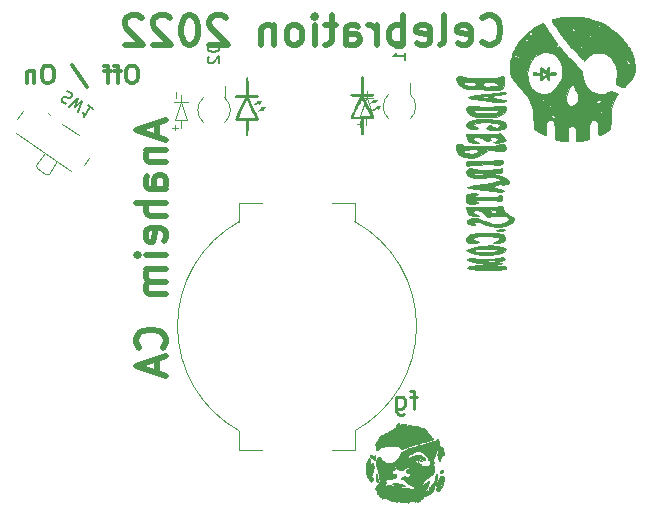
<source format=gbr>
%TF.GenerationSoftware,KiCad,Pcbnew,(6.0.0)*%
%TF.CreationDate,2022-03-29T21:45:28-05:00*%
%TF.ProjectId,Grogu,47726f67-752e-46b6-9963-61645f706362,rev?*%
%TF.SameCoordinates,Original*%
%TF.FileFunction,Legend,Bot*%
%TF.FilePolarity,Positive*%
%FSLAX46Y46*%
G04 Gerber Fmt 4.6, Leading zero omitted, Abs format (unit mm)*
G04 Created by KiCad (PCBNEW (6.0.0)) date 2022-03-29 21:45:28*
%MOMM*%
%LPD*%
G01*
G04 APERTURE LIST*
%ADD10C,0.500000*%
%ADD11C,0.300000*%
%ADD12C,0.250000*%
%ADD13C,0.150000*%
%ADD14C,0.010000*%
%ADD15C,0.120000*%
G04 APERTURE END LIST*
D10*
X154845238Y-88417857D02*
X154964285Y-88536904D01*
X155321428Y-88655952D01*
X155559523Y-88655952D01*
X155916666Y-88536904D01*
X156154761Y-88298809D01*
X156273809Y-88060714D01*
X156392857Y-87584523D01*
X156392857Y-87227380D01*
X156273809Y-86751190D01*
X156154761Y-86513095D01*
X155916666Y-86275000D01*
X155559523Y-86155952D01*
X155321428Y-86155952D01*
X154964285Y-86275000D01*
X154845238Y-86394047D01*
X152821428Y-88536904D02*
X153059523Y-88655952D01*
X153535714Y-88655952D01*
X153773809Y-88536904D01*
X153892857Y-88298809D01*
X153892857Y-87346428D01*
X153773809Y-87108333D01*
X153535714Y-86989285D01*
X153059523Y-86989285D01*
X152821428Y-87108333D01*
X152702380Y-87346428D01*
X152702380Y-87584523D01*
X153892857Y-87822619D01*
X151273809Y-88655952D02*
X151511904Y-88536904D01*
X151630952Y-88298809D01*
X151630952Y-86155952D01*
X149369047Y-88536904D02*
X149607142Y-88655952D01*
X150083333Y-88655952D01*
X150321428Y-88536904D01*
X150440476Y-88298809D01*
X150440476Y-87346428D01*
X150321428Y-87108333D01*
X150083333Y-86989285D01*
X149607142Y-86989285D01*
X149369047Y-87108333D01*
X149250000Y-87346428D01*
X149250000Y-87584523D01*
X150440476Y-87822619D01*
X148178571Y-88655952D02*
X148178571Y-86155952D01*
X148178571Y-87108333D02*
X147940476Y-86989285D01*
X147464285Y-86989285D01*
X147226190Y-87108333D01*
X147107142Y-87227380D01*
X146988095Y-87465476D01*
X146988095Y-88179761D01*
X147107142Y-88417857D01*
X147226190Y-88536904D01*
X147464285Y-88655952D01*
X147940476Y-88655952D01*
X148178571Y-88536904D01*
X145916666Y-88655952D02*
X145916666Y-86989285D01*
X145916666Y-87465476D02*
X145797619Y-87227380D01*
X145678571Y-87108333D01*
X145440476Y-86989285D01*
X145202380Y-86989285D01*
X143297619Y-88655952D02*
X143297619Y-87346428D01*
X143416666Y-87108333D01*
X143654761Y-86989285D01*
X144130952Y-86989285D01*
X144369047Y-87108333D01*
X143297619Y-88536904D02*
X143535714Y-88655952D01*
X144130952Y-88655952D01*
X144369047Y-88536904D01*
X144488095Y-88298809D01*
X144488095Y-88060714D01*
X144369047Y-87822619D01*
X144130952Y-87703571D01*
X143535714Y-87703571D01*
X143297619Y-87584523D01*
X142464285Y-86989285D02*
X141511904Y-86989285D01*
X142107142Y-86155952D02*
X142107142Y-88298809D01*
X141988095Y-88536904D01*
X141750000Y-88655952D01*
X141511904Y-88655952D01*
X140678571Y-88655952D02*
X140678571Y-86989285D01*
X140678571Y-86155952D02*
X140797619Y-86275000D01*
X140678571Y-86394047D01*
X140559523Y-86275000D01*
X140678571Y-86155952D01*
X140678571Y-86394047D01*
X139130952Y-88655952D02*
X139369047Y-88536904D01*
X139488095Y-88417857D01*
X139607142Y-88179761D01*
X139607142Y-87465476D01*
X139488095Y-87227380D01*
X139369047Y-87108333D01*
X139130952Y-86989285D01*
X138773809Y-86989285D01*
X138535714Y-87108333D01*
X138416666Y-87227380D01*
X138297619Y-87465476D01*
X138297619Y-88179761D01*
X138416666Y-88417857D01*
X138535714Y-88536904D01*
X138773809Y-88655952D01*
X139130952Y-88655952D01*
X137226190Y-86989285D02*
X137226190Y-88655952D01*
X137226190Y-87227380D02*
X137107142Y-87108333D01*
X136869047Y-86989285D01*
X136511904Y-86989285D01*
X136273809Y-87108333D01*
X136154761Y-87346428D01*
X136154761Y-88655952D01*
X133178571Y-86394047D02*
X133059523Y-86275000D01*
X132821428Y-86155952D01*
X132226190Y-86155952D01*
X131988095Y-86275000D01*
X131869047Y-86394047D01*
X131750000Y-86632142D01*
X131750000Y-86870238D01*
X131869047Y-87227380D01*
X133297619Y-88655952D01*
X131750000Y-88655952D01*
X130202380Y-86155952D02*
X129964285Y-86155952D01*
X129726190Y-86275000D01*
X129607142Y-86394047D01*
X129488095Y-86632142D01*
X129369047Y-87108333D01*
X129369047Y-87703571D01*
X129488095Y-88179761D01*
X129607142Y-88417857D01*
X129726190Y-88536904D01*
X129964285Y-88655952D01*
X130202380Y-88655952D01*
X130440476Y-88536904D01*
X130559523Y-88417857D01*
X130678571Y-88179761D01*
X130797619Y-87703571D01*
X130797619Y-87108333D01*
X130678571Y-86632142D01*
X130559523Y-86394047D01*
X130440476Y-86275000D01*
X130202380Y-86155952D01*
X128416666Y-86394047D02*
X128297619Y-86275000D01*
X128059523Y-86155952D01*
X127464285Y-86155952D01*
X127226190Y-86275000D01*
X127107142Y-86394047D01*
X126988095Y-86632142D01*
X126988095Y-86870238D01*
X127107142Y-87227380D01*
X128535714Y-88655952D01*
X126988095Y-88655952D01*
X126035714Y-86394047D02*
X125916666Y-86275000D01*
X125678571Y-86155952D01*
X125083333Y-86155952D01*
X124845238Y-86275000D01*
X124726190Y-86394047D01*
X124607142Y-86632142D01*
X124607142Y-86870238D01*
X124726190Y-87227380D01*
X126154761Y-88655952D01*
X124607142Y-88655952D01*
X127341666Y-95254761D02*
X127341666Y-96445238D01*
X128055952Y-95016666D02*
X125555952Y-95850000D01*
X128055952Y-96683333D01*
X126389285Y-97516666D02*
X128055952Y-97516666D01*
X126627380Y-97516666D02*
X126508333Y-97635714D01*
X126389285Y-97873809D01*
X126389285Y-98230952D01*
X126508333Y-98469047D01*
X126746428Y-98588095D01*
X128055952Y-98588095D01*
X128055952Y-100850000D02*
X126746428Y-100850000D01*
X126508333Y-100730952D01*
X126389285Y-100492857D01*
X126389285Y-100016666D01*
X126508333Y-99778571D01*
X127936904Y-100850000D02*
X128055952Y-100611904D01*
X128055952Y-100016666D01*
X127936904Y-99778571D01*
X127698809Y-99659523D01*
X127460714Y-99659523D01*
X127222619Y-99778571D01*
X127103571Y-100016666D01*
X127103571Y-100611904D01*
X126984523Y-100850000D01*
X128055952Y-102040476D02*
X125555952Y-102040476D01*
X128055952Y-103111904D02*
X126746428Y-103111904D01*
X126508333Y-102992857D01*
X126389285Y-102754761D01*
X126389285Y-102397619D01*
X126508333Y-102159523D01*
X126627380Y-102040476D01*
X127936904Y-105254761D02*
X128055952Y-105016666D01*
X128055952Y-104540476D01*
X127936904Y-104302380D01*
X127698809Y-104183333D01*
X126746428Y-104183333D01*
X126508333Y-104302380D01*
X126389285Y-104540476D01*
X126389285Y-105016666D01*
X126508333Y-105254761D01*
X126746428Y-105373809D01*
X126984523Y-105373809D01*
X127222619Y-104183333D01*
X128055952Y-106445238D02*
X126389285Y-106445238D01*
X125555952Y-106445238D02*
X125675000Y-106326190D01*
X125794047Y-106445238D01*
X125675000Y-106564285D01*
X125555952Y-106445238D01*
X125794047Y-106445238D01*
X128055952Y-107635714D02*
X126389285Y-107635714D01*
X126627380Y-107635714D02*
X126508333Y-107754761D01*
X126389285Y-107992857D01*
X126389285Y-108350000D01*
X126508333Y-108588095D01*
X126746428Y-108707142D01*
X128055952Y-108707142D01*
X126746428Y-108707142D02*
X126508333Y-108826190D01*
X126389285Y-109064285D01*
X126389285Y-109421428D01*
X126508333Y-109659523D01*
X126746428Y-109778571D01*
X128055952Y-109778571D01*
X127817857Y-114302380D02*
X127936904Y-114183333D01*
X128055952Y-113826190D01*
X128055952Y-113588095D01*
X127936904Y-113230952D01*
X127698809Y-112992857D01*
X127460714Y-112873809D01*
X126984523Y-112754761D01*
X126627380Y-112754761D01*
X126151190Y-112873809D01*
X125913095Y-112992857D01*
X125675000Y-113230952D01*
X125555952Y-113588095D01*
X125555952Y-113826190D01*
X125675000Y-114183333D01*
X125794047Y-114302380D01*
X127341666Y-115254761D02*
X127341666Y-116445238D01*
X128055952Y-115016666D02*
X125555952Y-115850000D01*
X128055952Y-116683333D01*
D11*
X125342857Y-90403571D02*
X125057142Y-90403571D01*
X124914285Y-90475000D01*
X124771428Y-90617857D01*
X124700000Y-90903571D01*
X124700000Y-91403571D01*
X124771428Y-91689285D01*
X124914285Y-91832142D01*
X125057142Y-91903571D01*
X125342857Y-91903571D01*
X125485714Y-91832142D01*
X125628571Y-91689285D01*
X125700000Y-91403571D01*
X125700000Y-90903571D01*
X125628571Y-90617857D01*
X125485714Y-90475000D01*
X125342857Y-90403571D01*
X124271428Y-90903571D02*
X123700000Y-90903571D01*
X124057142Y-91903571D02*
X124057142Y-90617857D01*
X123985714Y-90475000D01*
X123842857Y-90403571D01*
X123700000Y-90403571D01*
X123414285Y-90903571D02*
X122842857Y-90903571D01*
X123200000Y-91903571D02*
X123200000Y-90617857D01*
X123128571Y-90475000D01*
X122985714Y-90403571D01*
X122842857Y-90403571D01*
X120128571Y-90332142D02*
X121414285Y-92260714D01*
X118200000Y-90403571D02*
X117914285Y-90403571D01*
X117771428Y-90475000D01*
X117628571Y-90617857D01*
X117557142Y-90903571D01*
X117557142Y-91403571D01*
X117628571Y-91689285D01*
X117771428Y-91832142D01*
X117914285Y-91903571D01*
X118200000Y-91903571D01*
X118342857Y-91832142D01*
X118485714Y-91689285D01*
X118557142Y-91403571D01*
X118557142Y-90903571D01*
X118485714Y-90617857D01*
X118342857Y-90475000D01*
X118200000Y-90403571D01*
X116914285Y-90903571D02*
X116914285Y-91903571D01*
X116914285Y-91046428D02*
X116842857Y-90975000D01*
X116700000Y-90903571D01*
X116485714Y-90903571D01*
X116342857Y-90975000D01*
X116271428Y-91117857D01*
X116271428Y-91903571D01*
D12*
%TO.C,G\u002A\u002A\u002A*%
X149338620Y-118436868D02*
X148751953Y-118436868D01*
X149118620Y-119463534D02*
X149118620Y-118143534D01*
X149045286Y-117996868D01*
X148898620Y-117923534D01*
X148751953Y-117923534D01*
X147578620Y-118436868D02*
X147578620Y-119683534D01*
X147651953Y-119830201D01*
X147725286Y-119903534D01*
X147871953Y-119976868D01*
X148091953Y-119976868D01*
X148238620Y-119903534D01*
X147578620Y-119390201D02*
X147725286Y-119463534D01*
X148018620Y-119463534D01*
X148165286Y-119390201D01*
X148238620Y-119316868D01*
X148311953Y-119170201D01*
X148311953Y-118730201D01*
X148238620Y-118583534D01*
X148165286Y-118510201D01*
X148018620Y-118436868D01*
X147725286Y-118436868D01*
X147578620Y-118510201D01*
D13*
%TO.C,SW1*%
X119700029Y-92575734D02*
X119844364Y-92618667D01*
X120039400Y-92755232D01*
X120090101Y-92848866D01*
X120101795Y-92915186D01*
X120086176Y-93020514D01*
X120031550Y-93098529D01*
X119937916Y-93149230D01*
X119871596Y-93160924D01*
X119766268Y-93145305D01*
X119582926Y-93075059D01*
X119477598Y-93059440D01*
X119411278Y-93071134D01*
X119317644Y-93121836D01*
X119263018Y-93199850D01*
X119247399Y-93305178D01*
X119259093Y-93371498D01*
X119309794Y-93465132D01*
X119504831Y-93601698D01*
X119649165Y-93644630D01*
X119894903Y-93874829D02*
X120663516Y-93192243D01*
X120409847Y-93886604D01*
X120975574Y-93410748D01*
X120597033Y-94366466D01*
X121911747Y-94066264D02*
X121443660Y-93738506D01*
X121677704Y-93902385D02*
X121104127Y-94721537D01*
X121108052Y-94549889D01*
X121084664Y-94417249D01*
X121033963Y-94323615D01*
%TO.C,D2*%
X132602380Y-88687104D02*
X131602380Y-88687104D01*
X131602380Y-88925200D01*
X131650000Y-89068057D01*
X131745238Y-89163295D01*
X131840476Y-89210914D01*
X132030952Y-89258533D01*
X132173809Y-89258533D01*
X132364285Y-89210914D01*
X132459523Y-89163295D01*
X132554761Y-89068057D01*
X132602380Y-88925200D01*
X132602380Y-88687104D01*
X131697619Y-89639485D02*
X131650000Y-89687104D01*
X131602380Y-89782342D01*
X131602380Y-90020438D01*
X131650000Y-90115676D01*
X131697619Y-90163295D01*
X131792857Y-90210914D01*
X131888095Y-90210914D01*
X132030952Y-90163295D01*
X132602380Y-89591866D01*
X132602380Y-90210914D01*
%TO.C,D1*%
X148302380Y-88387104D02*
X147302380Y-88387104D01*
X147302380Y-88625200D01*
X147350000Y-88768057D01*
X147445238Y-88863295D01*
X147540476Y-88910914D01*
X147730952Y-88958533D01*
X147873809Y-88958533D01*
X148064285Y-88910914D01*
X148159523Y-88863295D01*
X148254761Y-88768057D01*
X148302380Y-88625200D01*
X148302380Y-88387104D01*
X148302380Y-89910914D02*
X148302380Y-89339485D01*
X148302380Y-89625200D02*
X147302380Y-89625200D01*
X147445238Y-89529961D01*
X147540476Y-89434723D01*
X147588095Y-89339485D01*
D14*
%TO.C,G\u002A\u002A\u002A*%
X160011073Y-86792509D02*
X160036923Y-86830288D01*
X160036923Y-86830288D02*
X160095601Y-86921596D01*
X160095601Y-86921596D02*
X160178870Y-87053466D01*
X160178870Y-87053466D02*
X160278495Y-87212929D01*
X160278495Y-87212929D02*
X160297564Y-87243619D01*
X160297564Y-87243619D02*
X160430109Y-87449880D01*
X160430109Y-87449880D02*
X160590154Y-87687991D01*
X160590154Y-87687991D02*
X160757270Y-87928074D01*
X160757270Y-87928074D02*
X160907009Y-88134858D01*
X160907009Y-88134858D02*
X161040408Y-88316544D01*
X161040408Y-88316544D02*
X161130648Y-88446322D01*
X161130648Y-88446322D02*
X161183030Y-88533602D01*
X161183030Y-88533602D02*
X161202851Y-88587794D01*
X161202851Y-88587794D02*
X161195410Y-88618309D01*
X161195410Y-88618309D02*
X161184151Y-88627066D01*
X161184151Y-88627066D02*
X161140516Y-88680662D01*
X161140516Y-88680662D02*
X161122723Y-88757535D01*
X161122723Y-88757535D02*
X161132744Y-88825657D01*
X161132744Y-88825657D02*
X161170231Y-88853094D01*
X161170231Y-88853094D02*
X161266363Y-88819207D01*
X161266363Y-88819207D02*
X161320833Y-88745769D01*
X161320833Y-88745769D02*
X161349976Y-88749800D01*
X161349976Y-88749800D02*
X161412648Y-88805474D01*
X161412648Y-88805474D02*
X161496323Y-88901294D01*
X161496323Y-88901294D02*
X161512308Y-88921483D01*
X161512308Y-88921483D02*
X161690668Y-89139447D01*
X161690668Y-89139447D02*
X161911488Y-89393069D01*
X161911488Y-89393069D02*
X162159159Y-89665703D01*
X162159159Y-89665703D02*
X162418073Y-89940699D01*
X162418073Y-89940699D02*
X162672620Y-90201409D01*
X162672620Y-90201409D02*
X162907193Y-90431187D01*
X162907193Y-90431187D02*
X163062356Y-90574752D01*
X163062356Y-90574752D02*
X163169139Y-90674374D01*
X163169139Y-90674374D02*
X163231380Y-90752993D01*
X163231380Y-90752993D02*
X163264420Y-90839827D01*
X163264420Y-90839827D02*
X163283599Y-90964093D01*
X163283599Y-90964093D02*
X163288044Y-91004598D01*
X163288044Y-91004598D02*
X163363027Y-91436584D01*
X163363027Y-91436584D02*
X163488822Y-91815293D01*
X163488822Y-91815293D02*
X163663555Y-92138282D01*
X163663555Y-92138282D02*
X163885354Y-92403106D01*
X163885354Y-92403106D02*
X164152347Y-92607321D01*
X164152347Y-92607321D02*
X164462659Y-92748482D01*
X164462659Y-92748482D02*
X164664428Y-92801030D01*
X164664428Y-92801030D02*
X164949268Y-92823252D01*
X164949268Y-92823252D02*
X165226684Y-92773420D01*
X165226684Y-92773420D02*
X165508300Y-92649386D01*
X165508300Y-92649386D02*
X165519825Y-92642846D01*
X165519825Y-92642846D02*
X165723304Y-92526427D01*
X165723304Y-92526427D02*
X166021526Y-92668051D01*
X166021526Y-92668051D02*
X166319747Y-92809676D01*
X166319747Y-92809676D02*
X166199450Y-93010223D01*
X166199450Y-93010223D02*
X166043660Y-93286776D01*
X166043660Y-93286776D02*
X165924358Y-93543046D01*
X165924358Y-93543046D02*
X165837278Y-93796462D01*
X165837278Y-93796462D02*
X165778152Y-94064454D01*
X165778152Y-94064454D02*
X165742713Y-94364453D01*
X165742713Y-94364453D02*
X165726694Y-94713887D01*
X165726694Y-94713887D02*
X165724623Y-94949692D01*
X165724623Y-94949692D02*
X165721935Y-95244427D01*
X165721935Y-95244427D02*
X165712925Y-95466741D01*
X165712925Y-95466741D02*
X165697229Y-95622139D01*
X165697229Y-95622139D02*
X165674481Y-95716126D01*
X165674481Y-95716126D02*
X165673790Y-95717805D01*
X165673790Y-95717805D02*
X165635405Y-95781654D01*
X165635405Y-95781654D02*
X165567107Y-95848199D01*
X165567107Y-95848199D02*
X165457129Y-95926392D01*
X165457129Y-95926392D02*
X165293706Y-96025183D01*
X165293706Y-96025183D02*
X165198676Y-96079261D01*
X165198676Y-96079261D02*
X165033015Y-96170443D01*
X165033015Y-96170443D02*
X164890098Y-96245491D01*
X164890098Y-96245491D02*
X164784625Y-96296936D01*
X164784625Y-96296936D02*
X164731294Y-96317308D01*
X164731294Y-96317308D02*
X164730065Y-96317379D01*
X164730065Y-96317379D02*
X164708715Y-96284905D01*
X164708715Y-96284905D02*
X164692001Y-96185032D01*
X164692001Y-96185032D02*
X164679513Y-96014096D01*
X164679513Y-96014096D02*
X164671450Y-95792648D01*
X164671450Y-95792648D02*
X164664453Y-95574114D01*
X164664453Y-95574114D02*
X164655171Y-95418608D01*
X164655171Y-95418608D02*
X164641326Y-95311003D01*
X164641326Y-95311003D02*
X164620639Y-95236174D01*
X164620639Y-95236174D02*
X164590834Y-95178993D01*
X164590834Y-95178993D02*
X164575829Y-95157648D01*
X164575829Y-95157648D02*
X164463296Y-95063712D01*
X164463296Y-95063712D02*
X164429243Y-95055550D01*
X164429243Y-95055550D02*
X164958105Y-95055550D01*
X164958105Y-95055550D02*
X164977789Y-95080763D01*
X164977789Y-95080763D02*
X165035951Y-95095633D01*
X165035951Y-95095633D02*
X165089452Y-95054457D01*
X165089452Y-95054457D02*
X165098276Y-95035173D01*
X165098276Y-95035173D02*
X165079014Y-94998302D01*
X165079014Y-94998302D02*
X165032333Y-94988769D01*
X165032333Y-94988769D02*
X164962038Y-95007674D01*
X164962038Y-95007674D02*
X164958105Y-95055550D01*
X164958105Y-95055550D02*
X164429243Y-95055550D01*
X164429243Y-95055550D02*
X164325709Y-95030735D01*
X164325709Y-95030735D02*
X164183549Y-95056154D01*
X164183549Y-95056154D02*
X164057297Y-95137409D01*
X164057297Y-95137409D02*
X163986510Y-95231321D01*
X163986510Y-95231321D02*
X163959851Y-95292147D01*
X163959851Y-95292147D02*
X163940779Y-95369039D01*
X163940779Y-95369039D02*
X163928087Y-95475281D01*
X163928087Y-95475281D02*
X163920568Y-95624153D01*
X163920568Y-95624153D02*
X163917016Y-95828940D01*
X163917016Y-95828940D02*
X163916254Y-96004769D01*
X163916254Y-96004769D02*
X163915385Y-96649539D01*
X163915385Y-96649539D02*
X163524616Y-96737659D01*
X163524616Y-96737659D02*
X163340461Y-96774727D01*
X163340461Y-96774727D02*
X163166940Y-96801877D01*
X163166940Y-96801877D02*
X163029468Y-96815478D01*
X163029468Y-96815478D02*
X162977539Y-96815813D01*
X162977539Y-96815813D02*
X162821231Y-96805846D01*
X162821231Y-96805846D02*
X162820030Y-96316128D01*
X162820030Y-96316128D02*
X162817818Y-96102371D01*
X162817818Y-96102371D02*
X162810974Y-95949974D01*
X162810974Y-95949974D02*
X162797347Y-95842184D01*
X162797347Y-95842184D02*
X162774787Y-95762244D01*
X162774787Y-95762244D02*
X162741144Y-95693403D01*
X162741144Y-95693403D02*
X162739812Y-95691112D01*
X162739812Y-95691112D02*
X162633322Y-95568862D01*
X162633322Y-95568862D02*
X162503515Y-95507448D01*
X162503515Y-95507448D02*
X162368322Y-95508460D01*
X162368322Y-95508460D02*
X162245674Y-95573486D01*
X162245674Y-95573486D02*
X162186725Y-95642111D01*
X162186725Y-95642111D02*
X162157197Y-95701996D01*
X162157197Y-95701996D02*
X162135870Y-95786548D01*
X162135870Y-95786548D02*
X162120970Y-95909655D01*
X162120970Y-95909655D02*
X162110720Y-96085201D01*
X162110720Y-96085201D02*
X162104330Y-96286259D01*
X162104330Y-96286259D02*
X162090813Y-96825385D01*
X162090813Y-96825385D02*
X161928484Y-96822278D01*
X161928484Y-96822278D02*
X161797307Y-96811679D01*
X161797307Y-96811679D02*
X161634697Y-96787794D01*
X161634697Y-96787794D02*
X161531692Y-96767715D01*
X161531692Y-96767715D02*
X161378460Y-96733117D01*
X161378460Y-96733117D02*
X161233795Y-96698874D01*
X161233795Y-96698874D02*
X161160462Y-96680513D01*
X161160462Y-96680513D02*
X161023692Y-96644767D01*
X161023692Y-96644767D02*
X161000887Y-95999487D01*
X161000887Y-95999487D02*
X160990262Y-95742948D01*
X160990262Y-95742948D02*
X160978016Y-95550966D01*
X160978016Y-95550966D02*
X160962484Y-95409947D01*
X160962484Y-95409947D02*
X160942005Y-95306294D01*
X160942005Y-95306294D02*
X160914914Y-95226412D01*
X160914914Y-95226412D02*
X160903194Y-95200796D01*
X160903194Y-95200796D02*
X160846769Y-95102308D01*
X160846769Y-95102308D02*
X160784446Y-95055138D01*
X160784446Y-95055138D02*
X160683983Y-95037022D01*
X160683983Y-95037022D02*
X160663724Y-95035442D01*
X160663724Y-95035442D02*
X160515041Y-95038833D01*
X160515041Y-95038833D02*
X160402061Y-95078509D01*
X160402061Y-95078509D02*
X160320586Y-95162162D01*
X160320586Y-95162162D02*
X160266417Y-95297483D01*
X160266417Y-95297483D02*
X160235355Y-95492165D01*
X160235355Y-95492165D02*
X160223202Y-95753900D01*
X160223202Y-95753900D02*
X160222616Y-95843631D01*
X160222616Y-95843631D02*
X160222616Y-96315450D01*
X160222616Y-96315450D02*
X160115154Y-96274929D01*
X160115154Y-96274929D02*
X159988875Y-96218894D01*
X159988875Y-96218894D02*
X159836905Y-96138944D01*
X159836905Y-96138944D02*
X159674592Y-96044777D01*
X159674592Y-96044777D02*
X159517280Y-95946092D01*
X159517280Y-95946092D02*
X159380317Y-95852587D01*
X159380317Y-95852587D02*
X159279048Y-95773960D01*
X159279048Y-95773960D02*
X159228820Y-95719908D01*
X159228820Y-95719908D02*
X159226311Y-95713209D01*
X159226311Y-95713209D02*
X159220125Y-95649506D01*
X159220125Y-95649506D02*
X159213285Y-95521919D01*
X159213285Y-95521919D02*
X159206359Y-95344708D01*
X159206359Y-95344708D02*
X159199914Y-95132134D01*
X159199914Y-95132134D02*
X159195453Y-94942816D01*
X159195453Y-94942816D02*
X161141287Y-94942816D01*
X161141287Y-94942816D02*
X161153099Y-94980517D01*
X161153099Y-94980517D02*
X161207275Y-95051935D01*
X161207275Y-95051935D02*
X161245594Y-95093662D01*
X161245594Y-95093662D02*
X161347365Y-95187915D01*
X161347365Y-95187915D02*
X161411500Y-95223136D01*
X161411500Y-95223136D02*
X161433999Y-95197137D01*
X161433999Y-95197137D02*
X161434000Y-95196698D01*
X161434000Y-95196698D02*
X161408023Y-95154087D01*
X161408023Y-95154087D02*
X161344536Y-95088441D01*
X161344536Y-95088441D02*
X161265205Y-95018552D01*
X161265205Y-95018552D02*
X161191697Y-94963212D01*
X161191697Y-94963212D02*
X161145676Y-94941213D01*
X161145676Y-94941213D02*
X161141287Y-94942816D01*
X161141287Y-94942816D02*
X159195453Y-94942816D01*
X159195453Y-94942816D02*
X159195258Y-94934555D01*
X159195258Y-94934555D02*
X164104663Y-94934555D01*
X164104663Y-94934555D02*
X164110769Y-94949692D01*
X164110769Y-94949692D02*
X164145884Y-94986971D01*
X164145884Y-94986971D02*
X164152152Y-94988769D01*
X164152152Y-94988769D02*
X164168937Y-94958536D01*
X164168937Y-94958536D02*
X164169385Y-94949692D01*
X164169385Y-94949692D02*
X164139344Y-94912117D01*
X164139344Y-94912117D02*
X164128002Y-94910616D01*
X164128002Y-94910616D02*
X164104663Y-94934555D01*
X164104663Y-94934555D02*
X159195258Y-94934555D01*
X159195258Y-94934555D02*
X159195154Y-94930154D01*
X159195154Y-94930154D02*
X159189423Y-94676855D01*
X159189423Y-94676855D02*
X159188167Y-94641924D01*
X159188167Y-94641924D02*
X160620692Y-94641924D01*
X160620692Y-94641924D02*
X160654012Y-94705720D01*
X160654012Y-94705720D02*
X160740385Y-94792790D01*
X160740385Y-94792790D02*
X160827691Y-94869648D01*
X160827691Y-94869648D02*
X160879564Y-94902140D01*
X160879564Y-94902140D02*
X160917565Y-94899378D01*
X160917565Y-94899378D02*
X160948389Y-94880709D01*
X160948389Y-94880709D02*
X160970653Y-94854442D01*
X160970653Y-94854442D02*
X161206396Y-94854442D01*
X161206396Y-94854442D02*
X161220308Y-94868879D01*
X161220308Y-94868879D02*
X161246079Y-94870296D01*
X161246079Y-94870296D02*
X161317647Y-94849541D01*
X161317647Y-94849541D02*
X161337915Y-94829862D01*
X161337915Y-94829862D02*
X161352661Y-94779692D01*
X161352661Y-94779692D02*
X161316215Y-94776255D01*
X161316215Y-94776255D02*
X161255301Y-94812084D01*
X161255301Y-94812084D02*
X161206396Y-94854442D01*
X161206396Y-94854442D02*
X160970653Y-94854442D01*
X160970653Y-94854442D02*
X161012740Y-94804788D01*
X161012740Y-94804788D02*
X161010967Y-94724456D01*
X161010967Y-94724456D02*
X160987194Y-94695692D01*
X160987194Y-94695692D02*
X164169385Y-94695692D01*
X164169385Y-94695692D02*
X164188923Y-94715231D01*
X164188923Y-94715231D02*
X164208462Y-94695692D01*
X164208462Y-94695692D02*
X164188923Y-94676154D01*
X164188923Y-94676154D02*
X164169385Y-94695692D01*
X164169385Y-94695692D02*
X160987194Y-94695692D01*
X160987194Y-94695692D02*
X160952809Y-94654090D01*
X160952809Y-94654090D02*
X160848006Y-94608064D01*
X160848006Y-94608064D02*
X160756846Y-94598000D01*
X160756846Y-94598000D02*
X160654803Y-94607993D01*
X160654803Y-94607993D02*
X160620692Y-94641924D01*
X160620692Y-94641924D02*
X159188167Y-94641924D01*
X159188167Y-94641924D02*
X159182490Y-94484183D01*
X159182490Y-94484183D02*
X159181424Y-94469080D01*
X159181424Y-94469080D02*
X164759369Y-94469080D01*
X164759369Y-94469080D02*
X164777360Y-94480351D01*
X164777360Y-94480351D02*
X164794616Y-94480769D01*
X164794616Y-94480769D02*
X164832557Y-94451033D01*
X164832557Y-94451033D02*
X164833692Y-94441692D01*
X164833692Y-94441692D02*
X164866421Y-94409943D01*
X164866421Y-94409943D02*
X164911846Y-94402616D01*
X164911846Y-94402616D02*
X164975488Y-94378568D01*
X164975488Y-94378568D02*
X164984663Y-94323484D01*
X164984663Y-94323484D02*
X164938770Y-94262955D01*
X164938770Y-94262955D02*
X164915472Y-94248248D01*
X164915472Y-94248248D02*
X164860425Y-94231830D01*
X164860425Y-94231830D02*
X164823588Y-94267913D01*
X164823588Y-94267913D02*
X164798241Y-94330858D01*
X164798241Y-94330858D02*
X164766159Y-94426292D01*
X164766159Y-94426292D02*
X164759369Y-94469080D01*
X164759369Y-94469080D02*
X159181424Y-94469080D01*
X159181424Y-94469080D02*
X159175350Y-94383077D01*
X159175350Y-94383077D02*
X160261692Y-94383077D01*
X160261692Y-94383077D02*
X160281231Y-94402616D01*
X160281231Y-94402616D02*
X160300769Y-94383077D01*
X160300769Y-94383077D02*
X160281231Y-94363539D01*
X160281231Y-94363539D02*
X160261692Y-94383077D01*
X160261692Y-94383077D02*
X159175350Y-94383077D01*
X159175350Y-94383077D02*
X159171927Y-94334621D01*
X159171927Y-94334621D02*
X159155306Y-94210653D01*
X159155306Y-94210653D02*
X159130202Y-94094760D01*
X159130202Y-94094760D02*
X159100762Y-93992308D01*
X159100762Y-93992308D02*
X159753692Y-93992308D01*
X159753692Y-93992308D02*
X159773231Y-94011846D01*
X159773231Y-94011846D02*
X159792769Y-93992308D01*
X159792769Y-93992308D02*
X164755539Y-93992308D01*
X164755539Y-93992308D02*
X164775077Y-94011846D01*
X164775077Y-94011846D02*
X164794616Y-93992308D01*
X164794616Y-93992308D02*
X164775077Y-93972769D01*
X164775077Y-93972769D02*
X164755539Y-93992308D01*
X164755539Y-93992308D02*
X159792769Y-93992308D01*
X159792769Y-93992308D02*
X159773231Y-93972769D01*
X159773231Y-93972769D02*
X159753692Y-93992308D01*
X159753692Y-93992308D02*
X159100762Y-93992308D01*
X159100762Y-93992308D02*
X159094186Y-93969426D01*
X159094186Y-93969426D02*
X159076274Y-93914154D01*
X159076274Y-93914154D02*
X159870923Y-93914154D01*
X159870923Y-93914154D02*
X159890462Y-93933692D01*
X159890462Y-93933692D02*
X159892768Y-93931386D01*
X159892768Y-93931386D02*
X161238616Y-93931386D01*
X161238616Y-93931386D02*
X161266982Y-93971179D01*
X161266982Y-93971179D02*
X161277692Y-93972769D01*
X161277692Y-93972769D02*
X161315753Y-93959437D01*
X161315753Y-93959437D02*
X161316769Y-93955537D01*
X161316769Y-93955537D02*
X161289387Y-93922174D01*
X161289387Y-93922174D02*
X161277692Y-93914154D01*
X161277692Y-93914154D02*
X161241684Y-93917252D01*
X161241684Y-93917252D02*
X161238616Y-93931386D01*
X161238616Y-93931386D02*
X159892768Y-93931386D01*
X159892768Y-93931386D02*
X159910000Y-93914154D01*
X159910000Y-93914154D02*
X159890462Y-93894616D01*
X159890462Y-93894616D02*
X159870923Y-93914154D01*
X159870923Y-93914154D02*
X159076274Y-93914154D01*
X159076274Y-93914154D02*
X159044831Y-93817134D01*
X159044831Y-93817134D02*
X159044609Y-93816462D01*
X159044609Y-93816462D02*
X159714616Y-93816462D01*
X159714616Y-93816462D02*
X159728913Y-93848626D01*
X159728913Y-93848626D02*
X159740667Y-93842513D01*
X159740667Y-93842513D02*
X159742814Y-93821216D01*
X159742814Y-93821216D02*
X160516804Y-93821216D01*
X160516804Y-93821216D02*
X160523098Y-93852440D01*
X160523098Y-93852440D02*
X160564023Y-93905698D01*
X160564023Y-93905698D02*
X160630843Y-93927074D01*
X160630843Y-93927074D02*
X160693744Y-93915929D01*
X160693744Y-93915929D02*
X160722913Y-93871628D01*
X160722913Y-93871628D02*
X160721717Y-93856685D01*
X160721717Y-93856685D02*
X160678826Y-93808334D01*
X160678826Y-93808334D02*
X160606338Y-93784853D01*
X160606338Y-93784853D02*
X160533040Y-93785213D01*
X160533040Y-93785213D02*
X160516804Y-93821216D01*
X160516804Y-93821216D02*
X159742814Y-93821216D01*
X159742814Y-93821216D02*
X159745344Y-93796138D01*
X159745344Y-93796138D02*
X159740667Y-93790410D01*
X159740667Y-93790410D02*
X159717436Y-93795774D01*
X159717436Y-93795774D02*
X159714616Y-93816462D01*
X159714616Y-93816462D02*
X159044609Y-93816462D01*
X159044609Y-93816462D02*
X159038132Y-93796923D01*
X159038132Y-93796923D02*
X158942181Y-93534744D01*
X158942181Y-93534744D02*
X158864066Y-93366504D01*
X158864066Y-93366504D02*
X159841408Y-93366504D01*
X159841408Y-93366504D02*
X159849178Y-93411406D01*
X159849178Y-93411406D02*
X159919769Y-93434775D01*
X159919769Y-93434775D02*
X160007517Y-93420480D01*
X160007517Y-93420480D02*
X160080483Y-93365824D01*
X160080483Y-93365824D02*
X160086026Y-93352323D01*
X160086026Y-93352323D02*
X160965077Y-93352323D01*
X160965077Y-93352323D02*
X160991286Y-93384509D01*
X160991286Y-93384509D02*
X161045497Y-93378529D01*
X161045497Y-93378529D02*
X161091084Y-93340164D01*
X161091084Y-93340164D02*
X161094973Y-93331820D01*
X161094973Y-93331820D02*
X161100868Y-93269435D01*
X161100868Y-93269435D02*
X161095990Y-93259893D01*
X161095990Y-93259893D02*
X161946575Y-93259893D01*
X161946575Y-93259893D02*
X161974978Y-93433557D01*
X161974978Y-93433557D02*
X162020369Y-93543345D01*
X162020369Y-93543345D02*
X162136533Y-93698735D01*
X162136533Y-93698735D02*
X162285441Y-93791053D01*
X162285441Y-93791053D02*
X162452234Y-93817213D01*
X162452234Y-93817213D02*
X162622050Y-93774134D01*
X162622050Y-93774134D02*
X162743713Y-93693430D01*
X162743713Y-93693430D02*
X162871966Y-93564777D01*
X162871966Y-93564777D02*
X162883482Y-93546651D01*
X162883482Y-93546651D02*
X164502893Y-93546651D01*
X164502893Y-93546651D02*
X164506977Y-93584533D01*
X164506977Y-93584533D02*
X164552063Y-93593843D01*
X164552063Y-93593843D02*
X164646858Y-93580437D01*
X164646858Y-93580437D02*
X164769060Y-93542092D01*
X164769060Y-93542092D02*
X164869256Y-93484362D01*
X164869256Y-93484362D02*
X164882038Y-93472869D01*
X164882038Y-93472869D02*
X164961048Y-93393858D01*
X164961048Y-93393858D02*
X164835777Y-93329078D01*
X164835777Y-93329078D02*
X164745758Y-93288994D01*
X164745758Y-93288994D02*
X164683699Y-93289309D01*
X164683699Y-93289309D02*
X164615792Y-93326358D01*
X164615792Y-93326358D02*
X164545960Y-93386620D01*
X164545960Y-93386620D02*
X164518087Y-93436362D01*
X164518087Y-93436362D02*
X164508074Y-93517388D01*
X164508074Y-93517388D02*
X164502893Y-93546651D01*
X164502893Y-93546651D02*
X162883482Y-93546651D01*
X162883482Y-93546651D02*
X162953159Y-93436990D01*
X162953159Y-93436990D02*
X162988584Y-93296392D01*
X162988584Y-93296392D02*
X162983947Y-93210769D01*
X162983947Y-93210769D02*
X164794616Y-93210769D01*
X164794616Y-93210769D02*
X164814154Y-93230308D01*
X164814154Y-93230308D02*
X164833692Y-93210769D01*
X164833692Y-93210769D02*
X164814154Y-93191231D01*
X164814154Y-93191231D02*
X164794616Y-93210769D01*
X164794616Y-93210769D02*
X162983947Y-93210769D01*
X162983947Y-93210769D02*
X162979534Y-93129305D01*
X162979534Y-93129305D02*
X162927301Y-92922054D01*
X162927301Y-92922054D02*
X162839665Y-92677583D01*
X162839665Y-92677583D02*
X162751676Y-92454037D01*
X162751676Y-92454037D02*
X162685037Y-92293246D01*
X162685037Y-92293246D02*
X162634120Y-92184615D01*
X162634120Y-92184615D02*
X162593298Y-92117549D01*
X162593298Y-92117549D02*
X162556944Y-92081452D01*
X162556944Y-92081452D02*
X162519432Y-92065729D01*
X162519432Y-92065729D02*
X162514134Y-92064621D01*
X162514134Y-92064621D02*
X162425619Y-92080291D01*
X162425619Y-92080291D02*
X162334361Y-92162891D01*
X162334361Y-92162891D02*
X162238636Y-92315127D01*
X162238636Y-92315127D02*
X162136720Y-92539702D01*
X162136720Y-92539702D02*
X162034452Y-92817075D01*
X162034452Y-92817075D02*
X161966287Y-93060243D01*
X161966287Y-93060243D02*
X161946575Y-93259893D01*
X161946575Y-93259893D02*
X161095990Y-93259893D01*
X161095990Y-93259893D02*
X161092980Y-93254006D01*
X161092980Y-93254006D02*
X161049902Y-93255321D01*
X161049902Y-93255321D02*
X160996128Y-93294733D01*
X160996128Y-93294733D02*
X160965575Y-93346171D01*
X160965575Y-93346171D02*
X160965077Y-93352323D01*
X160965077Y-93352323D02*
X160086026Y-93352323D01*
X160086026Y-93352323D02*
X160105385Y-93305174D01*
X160105385Y-93305174D02*
X160074801Y-93262973D01*
X160074801Y-93262973D02*
X160004555Y-93253148D01*
X160004555Y-93253148D02*
X159926901Y-93277487D01*
X159926901Y-93277487D02*
X159904349Y-93294037D01*
X159904349Y-93294037D02*
X159841408Y-93366504D01*
X159841408Y-93366504D02*
X158864066Y-93366504D01*
X158864066Y-93366504D02*
X158835280Y-93304509D01*
X158835280Y-93304509D02*
X158705533Y-93086603D01*
X158705533Y-93086603D02*
X158697083Y-93075034D01*
X158697083Y-93075034D02*
X160736087Y-93075034D01*
X160736087Y-93075034D02*
X160738615Y-93088638D01*
X160738615Y-93088638D02*
X160764708Y-93122846D01*
X160764708Y-93122846D02*
X160824254Y-93177710D01*
X160824254Y-93177710D02*
X160859144Y-93191231D01*
X160859144Y-93191231D02*
X160886682Y-93183550D01*
X160886682Y-93183550D02*
X160883667Y-93180173D01*
X160883667Y-93180173D02*
X160842954Y-93150990D01*
X160842954Y-93150990D02*
X160789231Y-93111789D01*
X160789231Y-93111789D02*
X160736087Y-93075034D01*
X160736087Y-93075034D02*
X158697083Y-93075034D01*
X158697083Y-93075034D02*
X158610700Y-92956769D01*
X158610700Y-92956769D02*
X158894000Y-92956769D01*
X158894000Y-92956769D02*
X158908298Y-92988934D01*
X158908298Y-92988934D02*
X158920051Y-92982821D01*
X158920051Y-92982821D02*
X158924728Y-92936445D01*
X158924728Y-92936445D02*
X158920051Y-92930718D01*
X158920051Y-92930718D02*
X158896820Y-92936082D01*
X158896820Y-92936082D02*
X158894000Y-92956769D01*
X158894000Y-92956769D02*
X158610700Y-92956769D01*
X158610700Y-92956769D02*
X158541047Y-92861409D01*
X158541047Y-92861409D02*
X158510104Y-92824460D01*
X158510104Y-92824460D02*
X161282415Y-92824460D01*
X161282415Y-92824460D02*
X161292072Y-92878412D01*
X161292072Y-92878412D02*
X161302681Y-92890579D01*
X161302681Y-92890579D02*
X161351393Y-92898482D01*
X161351393Y-92898482D02*
X161390889Y-92858875D01*
X161390889Y-92858875D02*
X161394923Y-92837232D01*
X161394923Y-92837232D02*
X161363238Y-92804599D01*
X161363238Y-92804599D02*
X161336308Y-92800462D01*
X161336308Y-92800462D02*
X161282415Y-92824460D01*
X161282415Y-92824460D02*
X158510104Y-92824460D01*
X158510104Y-92824460D02*
X158329926Y-92609310D01*
X158329926Y-92609310D02*
X158291763Y-92566000D01*
X158291763Y-92566000D02*
X158425077Y-92566000D01*
X158425077Y-92566000D02*
X158456728Y-92600668D01*
X158456728Y-92600668D02*
X158483692Y-92605077D01*
X158483692Y-92605077D02*
X158535695Y-92583977D01*
X158535695Y-92583977D02*
X158542308Y-92566000D01*
X158542308Y-92566000D02*
X158510657Y-92531332D01*
X158510657Y-92531332D02*
X158483692Y-92526923D01*
X158483692Y-92526923D02*
X158431690Y-92548024D01*
X158431690Y-92548024D02*
X158425077Y-92566000D01*
X158425077Y-92566000D02*
X158291763Y-92566000D01*
X158291763Y-92566000D02*
X158025146Y-92264740D01*
X158025146Y-92264740D02*
X157805603Y-92013937D01*
X157805603Y-92013937D02*
X157777738Y-91981109D01*
X157777738Y-91981109D02*
X158119982Y-91981109D01*
X158119982Y-91981109D02*
X158162825Y-92004340D01*
X158162825Y-92004340D02*
X158223645Y-92000450D01*
X158223645Y-92000450D02*
X158314609Y-91997943D01*
X158314609Y-91997943D02*
X158367810Y-92021110D01*
X158367810Y-92021110D02*
X158367984Y-92021387D01*
X158367984Y-92021387D02*
X158398762Y-92055409D01*
X158398762Y-92055409D02*
X158404081Y-92018795D01*
X158404081Y-92018795D02*
X158383984Y-91914787D01*
X158383984Y-91914787D02*
X158375639Y-91882154D01*
X158375639Y-91882154D02*
X158464154Y-91882154D01*
X158464154Y-91882154D02*
X158483692Y-91901692D01*
X158483692Y-91901692D02*
X158503231Y-91882154D01*
X158503231Y-91882154D02*
X158483692Y-91862616D01*
X158483692Y-91862616D02*
X158464154Y-91882154D01*
X158464154Y-91882154D02*
X158375639Y-91882154D01*
X158375639Y-91882154D02*
X158365644Y-91843077D01*
X158365644Y-91843077D02*
X158340743Y-91762617D01*
X158340743Y-91762617D02*
X158425077Y-91762617D01*
X158425077Y-91762617D02*
X158445479Y-91816083D01*
X158445479Y-91816083D02*
X158464154Y-91823539D01*
X158464154Y-91823539D02*
X158502112Y-91795492D01*
X158502112Y-91795492D02*
X158503231Y-91786768D01*
X158503231Y-91786768D02*
X158474826Y-91733845D01*
X158474826Y-91733845D02*
X158464154Y-91725846D01*
X158464154Y-91725846D02*
X158430700Y-91734705D01*
X158430700Y-91734705D02*
X158425077Y-91762617D01*
X158425077Y-91762617D02*
X158340743Y-91762617D01*
X158340743Y-91762617D02*
X158334920Y-91743804D01*
X158334920Y-91743804D02*
X158316010Y-91716502D01*
X158316010Y-91716502D02*
X158310484Y-91745888D01*
X158310484Y-91745888D02*
X158273947Y-91844319D01*
X158273947Y-91844319D02*
X158222451Y-91882657D01*
X158222451Y-91882657D02*
X158139807Y-91935543D01*
X158139807Y-91935543D02*
X158119982Y-91981109D01*
X158119982Y-91981109D02*
X157777738Y-91981109D01*
X157777738Y-91981109D02*
X157628574Y-91805383D01*
X157628574Y-91805383D02*
X157528863Y-91680257D01*
X157528863Y-91680257D02*
X158008257Y-91680257D01*
X158008257Y-91680257D02*
X158013621Y-91703488D01*
X158013621Y-91703488D02*
X158034308Y-91706308D01*
X158034308Y-91706308D02*
X158066473Y-91692010D01*
X158066473Y-91692010D02*
X158060359Y-91680257D01*
X158060359Y-91680257D02*
X158013984Y-91675580D01*
X158013984Y-91675580D02*
X158008257Y-91680257D01*
X158008257Y-91680257D02*
X157528863Y-91680257D01*
X157528863Y-91680257D02*
X157489502Y-91630865D01*
X157489502Y-91630865D02*
X157445919Y-91569539D01*
X157445919Y-91569539D02*
X158268769Y-91569539D01*
X158268769Y-91569539D02*
X158288308Y-91589077D01*
X158288308Y-91589077D02*
X158307846Y-91569539D01*
X158307846Y-91569539D02*
X158288308Y-91550000D01*
X158288308Y-91550000D02*
X158268769Y-91569539D01*
X158268769Y-91569539D02*
X157445919Y-91569539D01*
X157445919Y-91569539D02*
X157383828Y-91482173D01*
X157383828Y-91482173D02*
X157306991Y-91351096D01*
X157306991Y-91351096D02*
X157254434Y-91229423D01*
X157254434Y-91229423D02*
X157221598Y-91108943D01*
X157221598Y-91108943D02*
X157220696Y-91102436D01*
X157220696Y-91102436D02*
X158661726Y-91102436D01*
X158661726Y-91102436D02*
X158693160Y-91495781D01*
X158693160Y-91495781D02*
X158718565Y-91619615D01*
X158718565Y-91619615D02*
X158803733Y-91897646D01*
X158803733Y-91897646D02*
X158923918Y-92131096D01*
X158923918Y-92131096D02*
X159095966Y-92351397D01*
X159095966Y-92351397D02*
X159131105Y-92389294D01*
X159131105Y-92389294D02*
X159381596Y-92605960D01*
X159381596Y-92605960D02*
X159651267Y-92746881D01*
X159651267Y-92746881D02*
X159939464Y-92811908D01*
X159939464Y-92811908D02*
X160245531Y-92800893D01*
X160245531Y-92800893D02*
X160562872Y-92715920D01*
X160562872Y-92715920D02*
X160791663Y-92594289D01*
X160791663Y-92594289D02*
X160990985Y-92429231D01*
X160990985Y-92429231D02*
X161551231Y-92429231D01*
X161551231Y-92429231D02*
X161570769Y-92448769D01*
X161570769Y-92448769D02*
X161590308Y-92429231D01*
X161590308Y-92429231D02*
X161570769Y-92409692D01*
X161570769Y-92409692D02*
X161551231Y-92429231D01*
X161551231Y-92429231D02*
X160990985Y-92429231D01*
X160990985Y-92429231D02*
X161014957Y-92409380D01*
X161014957Y-92409380D02*
X161220692Y-92175796D01*
X161220692Y-92175796D02*
X161396808Y-91908136D01*
X161396808Y-91908136D02*
X161531247Y-91621002D01*
X161531247Y-91621002D02*
X161574340Y-91491385D01*
X161574340Y-91491385D02*
X161634148Y-91170638D01*
X161634148Y-91170638D02*
X161640474Y-90828518D01*
X161640474Y-90828518D02*
X161596084Y-90487087D01*
X161596084Y-90487087D02*
X161503750Y-90168402D01*
X161503750Y-90168402D02*
X161375735Y-89909325D01*
X161375735Y-89909325D02*
X161171536Y-89651171D01*
X161171536Y-89651171D02*
X160931492Y-89457754D01*
X160931492Y-89457754D02*
X160664779Y-89329924D01*
X160664779Y-89329924D02*
X160380572Y-89268532D01*
X160380572Y-89268532D02*
X160088045Y-89274431D01*
X160088045Y-89274431D02*
X159796373Y-89348471D01*
X159796373Y-89348471D02*
X159514731Y-89491503D01*
X159514731Y-89491503D02*
X159252294Y-89704378D01*
X159252294Y-89704378D02*
X159245007Y-89711657D01*
X159245007Y-89711657D02*
X158997911Y-90013565D01*
X158997911Y-90013565D02*
X158816640Y-90352129D01*
X158816640Y-90352129D02*
X158703732Y-90718152D01*
X158703732Y-90718152D02*
X158661726Y-91102436D01*
X158661726Y-91102436D02*
X157220696Y-91102436D01*
X157220696Y-91102436D02*
X157203923Y-90981445D01*
X157203923Y-90981445D02*
X157199054Y-90883148D01*
X157199054Y-90883148D02*
X157535889Y-90883148D01*
X157535889Y-90883148D02*
X157541234Y-90885692D01*
X157541234Y-90885692D02*
X157576895Y-90858183D01*
X157576895Y-90858183D02*
X157583652Y-90848447D01*
X157583652Y-90848447D02*
X158286544Y-90848447D01*
X158286544Y-90848447D02*
X158290707Y-90934594D01*
X158290707Y-90934594D02*
X158306716Y-91010601D01*
X158306716Y-91010601D02*
X158329551Y-91042000D01*
X158329551Y-91042000D02*
X158336457Y-91007341D01*
X158336457Y-91007341D02*
X158337612Y-90920765D01*
X158337612Y-90920765D02*
X158336555Y-90885839D01*
X158336555Y-90885839D02*
X158326555Y-90791743D01*
X158326555Y-90791743D02*
X158307246Y-90774595D01*
X158307246Y-90774595D02*
X158298433Y-90786669D01*
X158298433Y-90786669D02*
X158286544Y-90848447D01*
X158286544Y-90848447D02*
X157583652Y-90848447D01*
X157583652Y-90848447D02*
X157584923Y-90846616D01*
X157584923Y-90846616D02*
X157594881Y-90810083D01*
X157594881Y-90810083D02*
X157589536Y-90807539D01*
X157589536Y-90807539D02*
X157553875Y-90835048D01*
X157553875Y-90835048D02*
X157545846Y-90846616D01*
X157545846Y-90846616D02*
X157535889Y-90883148D01*
X157535889Y-90883148D02*
X157199054Y-90883148D01*
X157199054Y-90883148D02*
X157196852Y-90838718D01*
X157196852Y-90838718D02*
X157195825Y-90672551D01*
X157195825Y-90672551D02*
X157196103Y-90592616D01*
X157196103Y-90592616D02*
X157197906Y-90370061D01*
X157197906Y-90370061D02*
X157201040Y-90280000D01*
X157201040Y-90280000D02*
X157760769Y-90280000D01*
X157760769Y-90280000D02*
X157780308Y-90299539D01*
X157780308Y-90299539D02*
X157799846Y-90280000D01*
X157799846Y-90280000D02*
X157780308Y-90260462D01*
X157780308Y-90260462D02*
X157838923Y-90260462D01*
X157838923Y-90260462D02*
X157870574Y-90295130D01*
X157870574Y-90295130D02*
X157897539Y-90299539D01*
X157897539Y-90299539D02*
X157949541Y-90278438D01*
X157949541Y-90278438D02*
X157956154Y-90260462D01*
X157956154Y-90260462D02*
X157933072Y-90235178D01*
X157933072Y-90235178D02*
X158567671Y-90235178D01*
X158567671Y-90235178D02*
X158585382Y-90291158D01*
X158585382Y-90291158D02*
X158592993Y-90303724D01*
X158592993Y-90303724D02*
X158631104Y-90356212D01*
X158631104Y-90356212D02*
X158656200Y-90340489D01*
X158656200Y-90340489D02*
X158675446Y-90299874D01*
X158675446Y-90299874D02*
X158695661Y-90229266D01*
X158695661Y-90229266D02*
X158690809Y-90200552D01*
X158690809Y-90200552D02*
X158642200Y-90195152D01*
X158642200Y-90195152D02*
X158608355Y-90204402D01*
X158608355Y-90204402D02*
X158567671Y-90235178D01*
X158567671Y-90235178D02*
X157933072Y-90235178D01*
X157933072Y-90235178D02*
X157924503Y-90225793D01*
X157924503Y-90225793D02*
X157897539Y-90221385D01*
X157897539Y-90221385D02*
X157845536Y-90242485D01*
X157845536Y-90242485D02*
X157838923Y-90260462D01*
X157838923Y-90260462D02*
X157780308Y-90260462D01*
X157780308Y-90260462D02*
X157760769Y-90280000D01*
X157760769Y-90280000D02*
X157201040Y-90280000D01*
X157201040Y-90280000D02*
X157203708Y-90203336D01*
X157203708Y-90203336D02*
X157205782Y-90182308D01*
X157205782Y-90182308D02*
X158307846Y-90182308D01*
X158307846Y-90182308D02*
X158335893Y-90220266D01*
X158335893Y-90220266D02*
X158344617Y-90221385D01*
X158344617Y-90221385D02*
X158397540Y-90192980D01*
X158397540Y-90192980D02*
X158405539Y-90182308D01*
X158405539Y-90182308D02*
X158396680Y-90148854D01*
X158396680Y-90148854D02*
X158368768Y-90143231D01*
X158368768Y-90143231D02*
X158315302Y-90163633D01*
X158315302Y-90163633D02*
X158307846Y-90182308D01*
X158307846Y-90182308D02*
X157205782Y-90182308D01*
X157205782Y-90182308D02*
X157216851Y-90070123D01*
X157216851Y-90070123D02*
X157240680Y-89948099D01*
X157240680Y-89948099D02*
X157278538Y-89814945D01*
X157278538Y-89814945D02*
X157333769Y-89648340D01*
X157333769Y-89648340D02*
X157340530Y-89628530D01*
X157340530Y-89628530D02*
X157343018Y-89621623D01*
X157343018Y-89621623D02*
X157526308Y-89621623D01*
X157526308Y-89621623D02*
X157547358Y-89664419D01*
X157547358Y-89664419D02*
X157621023Y-89665221D01*
X157621023Y-89665221D02*
X157630893Y-89663426D01*
X157630893Y-89663426D02*
X157736097Y-89667943D01*
X157736097Y-89667943D02*
X157789992Y-89697948D01*
X157789992Y-89697948D02*
X157868714Y-89749079D01*
X157868714Y-89749079D02*
X157928267Y-89724968D01*
X157928267Y-89724968D02*
X157937673Y-89711673D01*
X157937673Y-89711673D02*
X157938157Y-89651070D01*
X157938157Y-89651070D02*
X157893434Y-89595844D01*
X157893434Y-89595844D02*
X157831722Y-89578160D01*
X157831722Y-89578160D02*
X157822788Y-89580717D01*
X157822788Y-89580717D02*
X157760095Y-89570225D01*
X157760095Y-89570225D02*
X157723850Y-89540138D01*
X157723850Y-89540138D02*
X157723242Y-89539845D01*
X157723242Y-89539845D02*
X158268769Y-89539845D01*
X158268769Y-89539845D02*
X158276187Y-89587398D01*
X158276187Y-89587398D02*
X158314997Y-89589426D01*
X158314997Y-89589426D02*
X158364263Y-89572052D01*
X158364263Y-89572052D02*
X158404862Y-89538953D01*
X158404862Y-89538953D02*
X158382570Y-89494328D01*
X158382570Y-89494328D02*
X158322428Y-89459842D01*
X158322428Y-89459842D02*
X158277679Y-89492725D01*
X158277679Y-89492725D02*
X158268769Y-89539845D01*
X158268769Y-89539845D02*
X157723242Y-89539845D01*
X157723242Y-89539845D02*
X157656260Y-89507595D01*
X157656260Y-89507595D02*
X157581246Y-89528474D01*
X157581246Y-89528474D02*
X157531662Y-89589224D01*
X157531662Y-89589224D02*
X157526308Y-89621623D01*
X157526308Y-89621623D02*
X157343018Y-89621623D01*
X157343018Y-89621623D02*
X157412918Y-89427583D01*
X157412918Y-89427583D02*
X157492460Y-89224166D01*
X157492460Y-89224166D02*
X157561260Y-89062103D01*
X157561260Y-89062103D02*
X158711641Y-89062103D01*
X158711641Y-89062103D02*
X158717005Y-89085334D01*
X158717005Y-89085334D02*
X158737692Y-89088154D01*
X158737692Y-89088154D02*
X158769857Y-89073856D01*
X158769857Y-89073856D02*
X158763744Y-89062103D01*
X158763744Y-89062103D02*
X158717369Y-89057426D01*
X158717369Y-89057426D02*
X158711641Y-89062103D01*
X158711641Y-89062103D02*
X157561260Y-89062103D01*
X157561260Y-89062103D02*
X157567408Y-89047621D01*
X157567408Y-89047621D02*
X157606565Y-88964222D01*
X157606565Y-88964222D02*
X157671146Y-88853692D01*
X157671146Y-88853692D02*
X160886923Y-88853692D01*
X160886923Y-88853692D02*
X160901221Y-88885857D01*
X160901221Y-88885857D02*
X160912974Y-88879744D01*
X160912974Y-88879744D02*
X160917651Y-88833369D01*
X160917651Y-88833369D02*
X160912974Y-88827641D01*
X160912974Y-88827641D02*
X160889743Y-88833005D01*
X160889743Y-88833005D02*
X160886923Y-88853692D01*
X160886923Y-88853692D02*
X157671146Y-88853692D01*
X157671146Y-88853692D02*
X157777606Y-88671489D01*
X157777606Y-88671489D02*
X157917440Y-88478494D01*
X157917440Y-88478494D02*
X158386000Y-88478494D01*
X158386000Y-88478494D02*
X158420680Y-88482118D01*
X158420680Y-88482118D02*
X158507134Y-88484107D01*
X158507134Y-88484107D02*
X158539722Y-88484238D01*
X158539722Y-88484238D02*
X158636033Y-88478422D01*
X158636033Y-88478422D02*
X158665081Y-88458149D01*
X158665081Y-88458149D02*
X158654096Y-88436826D01*
X158654096Y-88436826D02*
X158590963Y-88405482D01*
X158590963Y-88405482D02*
X158562942Y-88409295D01*
X158562942Y-88409295D02*
X158500829Y-88402912D01*
X158500829Y-88402912D02*
X158485168Y-88387157D01*
X158485168Y-88387157D02*
X158483174Y-88341509D01*
X158483174Y-88341509D02*
X158532566Y-88321482D01*
X158532566Y-88321482D02*
X158609906Y-88330133D01*
X158609906Y-88330133D02*
X158679379Y-88361835D01*
X158679379Y-88361835D02*
X158746948Y-88395503D01*
X158746948Y-88395503D02*
X158776702Y-88389337D01*
X158776702Y-88389337D02*
X158776769Y-88387976D01*
X158776769Y-88387976D02*
X158748532Y-88333635D01*
X158748532Y-88333635D02*
X158741361Y-88328421D01*
X158741361Y-88328421D02*
X158721144Y-88277880D01*
X158721144Y-88277880D02*
X158726380Y-88228423D01*
X158726380Y-88228423D02*
X158726812Y-88170267D01*
X158726812Y-88170267D02*
X158673061Y-88151023D01*
X158673061Y-88151023D02*
X158646499Y-88150308D01*
X158646499Y-88150308D02*
X158553276Y-88125437D01*
X158553276Y-88125437D02*
X158502222Y-88081923D01*
X158502222Y-88081923D02*
X158470173Y-88035323D01*
X158470173Y-88035323D02*
X158471301Y-88054925D01*
X158471301Y-88054925D02*
X158479251Y-88081235D01*
X158479251Y-88081235D02*
X158479844Y-88158640D01*
X158479844Y-88158640D02*
X158456002Y-88270748D01*
X158456002Y-88270748D02*
X158443125Y-88310840D01*
X158443125Y-88310840D02*
X158408595Y-88409883D01*
X158408595Y-88409883D02*
X158388278Y-88470436D01*
X158388278Y-88470436D02*
X158386000Y-88478494D01*
X158386000Y-88478494D02*
X157917440Y-88478494D01*
X157917440Y-88478494D02*
X158003628Y-88359540D01*
X158003628Y-88359540D02*
X158270102Y-88044886D01*
X158270102Y-88044886D02*
X158403514Y-87907617D01*
X158403514Y-87907617D02*
X158750609Y-87907617D01*
X158750609Y-87907617D02*
X158792153Y-87910003D01*
X158792153Y-87910003D02*
X158849337Y-87887971D01*
X158849337Y-87887971D02*
X160619684Y-87887971D01*
X160619684Y-87887971D02*
X160629192Y-87909809D01*
X160629192Y-87909809D02*
X160668538Y-87951759D01*
X160668538Y-87951759D02*
X160691158Y-87943154D01*
X160691158Y-87943154D02*
X160691539Y-87937691D01*
X160691539Y-87937691D02*
X160663783Y-87904639D01*
X160663783Y-87904639D02*
X160646424Y-87892576D01*
X160646424Y-87892576D02*
X160619684Y-87887971D01*
X160619684Y-87887971D02*
X158849337Y-87887971D01*
X158849337Y-87887971D02*
X158889506Y-87872495D01*
X158889506Y-87872495D02*
X158927073Y-87854369D01*
X158927073Y-87854369D02*
X159009828Y-87795499D01*
X159009828Y-87795499D02*
X159049670Y-87732596D01*
X159049670Y-87732596D02*
X159050308Y-87725415D01*
X159050308Y-87725415D02*
X159056994Y-87700923D01*
X159056994Y-87700923D02*
X160496154Y-87700923D01*
X160496154Y-87700923D02*
X160515692Y-87720462D01*
X160515692Y-87720462D02*
X160535231Y-87700923D01*
X160535231Y-87700923D02*
X160515692Y-87681385D01*
X160515692Y-87681385D02*
X160496154Y-87700923D01*
X160496154Y-87700923D02*
X159056994Y-87700923D01*
X159056994Y-87700923D02*
X159072821Y-87642958D01*
X159072821Y-87642958D02*
X159091827Y-87616419D01*
X159091827Y-87616419D02*
X159097228Y-87582162D01*
X159097228Y-87582162D02*
X159031325Y-87555015D01*
X159031325Y-87555015D02*
X159004070Y-87549045D01*
X159004070Y-87549045D02*
X158884740Y-87552675D01*
X158884740Y-87552675D02*
X158807721Y-87609508D01*
X158807721Y-87609508D02*
X158787066Y-87706978D01*
X158787066Y-87706978D02*
X158792801Y-87737967D01*
X158792801Y-87737967D02*
X158790033Y-87825243D01*
X158790033Y-87825243D02*
X158770349Y-87864967D01*
X158770349Y-87864967D02*
X158750609Y-87907617D01*
X158750609Y-87907617D02*
X158403514Y-87907617D01*
X158403514Y-87907617D02*
X158562498Y-87744038D01*
X158562498Y-87744038D02*
X158866287Y-87473506D01*
X158866287Y-87473506D02*
X159032195Y-87344184D01*
X159032195Y-87344184D02*
X159052988Y-87329692D01*
X159052988Y-87329692D02*
X159362923Y-87329692D01*
X159362923Y-87329692D02*
X159376256Y-87367753D01*
X159376256Y-87367753D02*
X159380155Y-87368769D01*
X159380155Y-87368769D02*
X159413518Y-87341387D01*
X159413518Y-87341387D02*
X159421539Y-87329692D01*
X159421539Y-87329692D02*
X159418440Y-87293684D01*
X159418440Y-87293684D02*
X159404306Y-87290616D01*
X159404306Y-87290616D02*
X159364513Y-87318982D01*
X159364513Y-87318982D02*
X159362923Y-87329692D01*
X159362923Y-87329692D02*
X159052988Y-87329692D01*
X159052988Y-87329692D02*
X159171174Y-87247321D01*
X159171174Y-87247321D02*
X159332580Y-87143570D01*
X159332580Y-87143570D02*
X159502775Y-87040618D01*
X159502775Y-87040618D02*
X159668119Y-86946151D01*
X159668119Y-86946151D02*
X159814975Y-86867857D01*
X159814975Y-86867857D02*
X159929702Y-86813420D01*
X159929702Y-86813420D02*
X159998663Y-86790529D01*
X159998663Y-86790529D02*
X160011073Y-86792509D01*
X160011073Y-86792509D02*
X160011073Y-86792509D01*
G36*
X164183549Y-95056154D02*
G01*
X164057297Y-95137409D01*
X163986510Y-95231321D01*
X163959851Y-95292147D01*
X163940779Y-95369039D01*
X163928087Y-95475281D01*
X163920568Y-95624153D01*
X163917016Y-95828940D01*
X163916254Y-96004769D01*
X163915385Y-96649539D01*
X163524616Y-96737659D01*
X163340461Y-96774727D01*
X163166940Y-96801877D01*
X163029468Y-96815478D01*
X162977539Y-96815813D01*
X162821231Y-96805846D01*
X162820030Y-96316128D01*
X162817818Y-96102371D01*
X162810974Y-95949974D01*
X162797347Y-95842184D01*
X162774787Y-95762244D01*
X162741144Y-95693403D01*
X162739812Y-95691112D01*
X162633322Y-95568862D01*
X162503515Y-95507448D01*
X162368322Y-95508460D01*
X162245674Y-95573486D01*
X162186725Y-95642111D01*
X162157197Y-95701996D01*
X162135870Y-95786548D01*
X162120970Y-95909655D01*
X162110720Y-96085201D01*
X162104330Y-96286259D01*
X162090813Y-96825385D01*
X161928484Y-96822278D01*
X161797307Y-96811679D01*
X161634697Y-96787794D01*
X161531692Y-96767715D01*
X161378460Y-96733117D01*
X161233795Y-96698874D01*
X161160462Y-96680513D01*
X161023692Y-96644767D01*
X161000887Y-95999487D01*
X160990262Y-95742948D01*
X160978016Y-95550966D01*
X160962484Y-95409947D01*
X160942005Y-95306294D01*
X160914914Y-95226412D01*
X160903194Y-95200796D01*
X160846769Y-95102308D01*
X160784446Y-95055138D01*
X160683983Y-95037022D01*
X160663724Y-95035442D01*
X160515041Y-95038833D01*
X160402061Y-95078509D01*
X160320586Y-95162162D01*
X160266417Y-95297483D01*
X160235355Y-95492165D01*
X160223202Y-95753900D01*
X160222616Y-95843631D01*
X160222616Y-96315450D01*
X160115154Y-96274929D01*
X159988875Y-96218894D01*
X159836905Y-96138944D01*
X159674592Y-96044777D01*
X159517280Y-95946092D01*
X159380317Y-95852587D01*
X159279048Y-95773960D01*
X159228820Y-95719908D01*
X159226311Y-95713209D01*
X159220125Y-95649506D01*
X159213285Y-95521919D01*
X159206359Y-95344708D01*
X159199914Y-95132134D01*
X159195453Y-94942816D01*
X161141287Y-94942816D01*
X161153099Y-94980517D01*
X161207275Y-95051935D01*
X161245594Y-95093662D01*
X161347365Y-95187915D01*
X161411500Y-95223136D01*
X161433999Y-95197137D01*
X161434000Y-95196698D01*
X161408023Y-95154087D01*
X161344536Y-95088441D01*
X161265205Y-95018552D01*
X161191697Y-94963212D01*
X161145676Y-94941213D01*
X161141287Y-94942816D01*
X159195453Y-94942816D01*
X159195258Y-94934555D01*
X164104663Y-94934555D01*
X164110769Y-94949692D01*
X164145884Y-94986971D01*
X164152152Y-94988769D01*
X164168937Y-94958536D01*
X164169385Y-94949692D01*
X164139344Y-94912117D01*
X164128002Y-94910616D01*
X164104663Y-94934555D01*
X159195258Y-94934555D01*
X159195154Y-94930154D01*
X159189423Y-94676855D01*
X159188167Y-94641924D01*
X160620692Y-94641924D01*
X160654012Y-94705720D01*
X160740385Y-94792790D01*
X160827691Y-94869648D01*
X160879564Y-94902140D01*
X160917565Y-94899378D01*
X160948389Y-94880709D01*
X160970653Y-94854442D01*
X161206396Y-94854442D01*
X161220308Y-94868879D01*
X161246079Y-94870296D01*
X161317647Y-94849541D01*
X161337915Y-94829862D01*
X161352661Y-94779692D01*
X161316215Y-94776255D01*
X161255301Y-94812084D01*
X161206396Y-94854442D01*
X160970653Y-94854442D01*
X161012740Y-94804788D01*
X161010967Y-94724456D01*
X160987194Y-94695692D01*
X164169385Y-94695692D01*
X164188923Y-94715231D01*
X164208462Y-94695692D01*
X164188923Y-94676154D01*
X164169385Y-94695692D01*
X160987194Y-94695692D01*
X160952809Y-94654090D01*
X160848006Y-94608064D01*
X160756846Y-94598000D01*
X160654803Y-94607993D01*
X160620692Y-94641924D01*
X159188167Y-94641924D01*
X159182490Y-94484183D01*
X159181424Y-94469080D01*
X164759369Y-94469080D01*
X164777360Y-94480351D01*
X164794616Y-94480769D01*
X164832557Y-94451033D01*
X164833692Y-94441692D01*
X164866421Y-94409943D01*
X164911846Y-94402616D01*
X164975488Y-94378568D01*
X164984663Y-94323484D01*
X164938770Y-94262955D01*
X164915472Y-94248248D01*
X164860425Y-94231830D01*
X164823588Y-94267913D01*
X164798241Y-94330858D01*
X164766159Y-94426292D01*
X164759369Y-94469080D01*
X159181424Y-94469080D01*
X159175350Y-94383077D01*
X160261692Y-94383077D01*
X160281231Y-94402616D01*
X160300769Y-94383077D01*
X160281231Y-94363539D01*
X160261692Y-94383077D01*
X159175350Y-94383077D01*
X159171927Y-94334621D01*
X159155306Y-94210653D01*
X159130202Y-94094760D01*
X159100762Y-93992308D01*
X159753692Y-93992308D01*
X159773231Y-94011846D01*
X159792769Y-93992308D01*
X164755539Y-93992308D01*
X164775077Y-94011846D01*
X164794616Y-93992308D01*
X164775077Y-93972769D01*
X164755539Y-93992308D01*
X159792769Y-93992308D01*
X159773231Y-93972769D01*
X159753692Y-93992308D01*
X159100762Y-93992308D01*
X159094186Y-93969426D01*
X159076274Y-93914154D01*
X159870923Y-93914154D01*
X159890462Y-93933692D01*
X159892768Y-93931386D01*
X161238616Y-93931386D01*
X161266982Y-93971179D01*
X161277692Y-93972769D01*
X161315753Y-93959437D01*
X161316769Y-93955537D01*
X161289387Y-93922174D01*
X161277692Y-93914154D01*
X161241684Y-93917252D01*
X161238616Y-93931386D01*
X159892768Y-93931386D01*
X159910000Y-93914154D01*
X159890462Y-93894616D01*
X159870923Y-93914154D01*
X159076274Y-93914154D01*
X159044831Y-93817134D01*
X159044609Y-93816462D01*
X159714616Y-93816462D01*
X159728913Y-93848626D01*
X159740667Y-93842513D01*
X159742814Y-93821216D01*
X160516804Y-93821216D01*
X160523098Y-93852440D01*
X160564023Y-93905698D01*
X160630843Y-93927074D01*
X160693744Y-93915929D01*
X160722913Y-93871628D01*
X160721717Y-93856685D01*
X160678826Y-93808334D01*
X160606338Y-93784853D01*
X160533040Y-93785213D01*
X160516804Y-93821216D01*
X159742814Y-93821216D01*
X159745344Y-93796138D01*
X159740667Y-93790410D01*
X159717436Y-93795774D01*
X159714616Y-93816462D01*
X159044609Y-93816462D01*
X159038132Y-93796923D01*
X158942181Y-93534744D01*
X158864066Y-93366504D01*
X159841408Y-93366504D01*
X159849178Y-93411406D01*
X159919769Y-93434775D01*
X160007517Y-93420480D01*
X160080483Y-93365824D01*
X160086026Y-93352323D01*
X160965077Y-93352323D01*
X160991286Y-93384509D01*
X161045497Y-93378529D01*
X161091084Y-93340164D01*
X161094973Y-93331820D01*
X161100868Y-93269435D01*
X161095990Y-93259893D01*
X161946575Y-93259893D01*
X161974978Y-93433557D01*
X162020369Y-93543345D01*
X162136533Y-93698735D01*
X162285441Y-93791053D01*
X162452234Y-93817213D01*
X162622050Y-93774134D01*
X162743713Y-93693430D01*
X162871966Y-93564777D01*
X162883482Y-93546651D01*
X164502893Y-93546651D01*
X164506977Y-93584533D01*
X164552063Y-93593843D01*
X164646858Y-93580437D01*
X164769060Y-93542092D01*
X164869256Y-93484362D01*
X164882038Y-93472869D01*
X164961048Y-93393858D01*
X164835777Y-93329078D01*
X164745758Y-93288994D01*
X164683699Y-93289309D01*
X164615792Y-93326358D01*
X164545960Y-93386620D01*
X164518087Y-93436362D01*
X164508074Y-93517388D01*
X164502893Y-93546651D01*
X162883482Y-93546651D01*
X162953159Y-93436990D01*
X162988584Y-93296392D01*
X162983947Y-93210769D01*
X164794616Y-93210769D01*
X164814154Y-93230308D01*
X164833692Y-93210769D01*
X164814154Y-93191231D01*
X164794616Y-93210769D01*
X162983947Y-93210769D01*
X162979534Y-93129305D01*
X162927301Y-92922054D01*
X162839665Y-92677583D01*
X162751676Y-92454037D01*
X162685037Y-92293246D01*
X162634120Y-92184615D01*
X162593298Y-92117549D01*
X162556944Y-92081452D01*
X162519432Y-92065729D01*
X162514134Y-92064621D01*
X162425619Y-92080291D01*
X162334361Y-92162891D01*
X162238636Y-92315127D01*
X162136720Y-92539702D01*
X162034452Y-92817075D01*
X161966287Y-93060243D01*
X161946575Y-93259893D01*
X161095990Y-93259893D01*
X161092980Y-93254006D01*
X161049902Y-93255321D01*
X160996128Y-93294733D01*
X160965575Y-93346171D01*
X160965077Y-93352323D01*
X160086026Y-93352323D01*
X160105385Y-93305174D01*
X160074801Y-93262973D01*
X160004555Y-93253148D01*
X159926901Y-93277487D01*
X159904349Y-93294037D01*
X159841408Y-93366504D01*
X158864066Y-93366504D01*
X158835280Y-93304509D01*
X158705533Y-93086603D01*
X158697083Y-93075034D01*
X160736087Y-93075034D01*
X160738615Y-93088638D01*
X160764708Y-93122846D01*
X160824254Y-93177710D01*
X160859144Y-93191231D01*
X160886682Y-93183550D01*
X160883667Y-93180173D01*
X160842954Y-93150990D01*
X160789231Y-93111789D01*
X160736087Y-93075034D01*
X158697083Y-93075034D01*
X158610700Y-92956769D01*
X158894000Y-92956769D01*
X158908298Y-92988934D01*
X158920051Y-92982821D01*
X158924728Y-92936445D01*
X158920051Y-92930718D01*
X158896820Y-92936082D01*
X158894000Y-92956769D01*
X158610700Y-92956769D01*
X158541047Y-92861409D01*
X158510104Y-92824460D01*
X161282415Y-92824460D01*
X161292072Y-92878412D01*
X161302681Y-92890579D01*
X161351393Y-92898482D01*
X161390889Y-92858875D01*
X161394923Y-92837232D01*
X161363238Y-92804599D01*
X161336308Y-92800462D01*
X161282415Y-92824460D01*
X158510104Y-92824460D01*
X158329926Y-92609310D01*
X158291763Y-92566000D01*
X158425077Y-92566000D01*
X158456728Y-92600668D01*
X158483692Y-92605077D01*
X158535695Y-92583977D01*
X158542308Y-92566000D01*
X158510657Y-92531332D01*
X158483692Y-92526923D01*
X158431690Y-92548024D01*
X158425077Y-92566000D01*
X158291763Y-92566000D01*
X158025146Y-92264740D01*
X157805603Y-92013937D01*
X157777738Y-91981109D01*
X158119982Y-91981109D01*
X158162825Y-92004340D01*
X158223645Y-92000450D01*
X158314609Y-91997943D01*
X158367810Y-92021110D01*
X158367984Y-92021387D01*
X158398762Y-92055409D01*
X158404081Y-92018795D01*
X158383984Y-91914787D01*
X158375639Y-91882154D01*
X158464154Y-91882154D01*
X158483692Y-91901692D01*
X158503231Y-91882154D01*
X158483692Y-91862616D01*
X158464154Y-91882154D01*
X158375639Y-91882154D01*
X158365644Y-91843077D01*
X158340743Y-91762617D01*
X158425077Y-91762617D01*
X158445479Y-91816083D01*
X158464154Y-91823539D01*
X158502112Y-91795492D01*
X158503231Y-91786768D01*
X158474826Y-91733845D01*
X158464154Y-91725846D01*
X158430700Y-91734705D01*
X158425077Y-91762617D01*
X158340743Y-91762617D01*
X158334920Y-91743804D01*
X158316010Y-91716502D01*
X158310484Y-91745888D01*
X158273947Y-91844319D01*
X158222451Y-91882657D01*
X158139807Y-91935543D01*
X158119982Y-91981109D01*
X157777738Y-91981109D01*
X157628574Y-91805383D01*
X157528863Y-91680257D01*
X158008257Y-91680257D01*
X158013621Y-91703488D01*
X158034308Y-91706308D01*
X158066473Y-91692010D01*
X158060359Y-91680257D01*
X158013984Y-91675580D01*
X158008257Y-91680257D01*
X157528863Y-91680257D01*
X157489502Y-91630865D01*
X157445919Y-91569539D01*
X158268769Y-91569539D01*
X158288308Y-91589077D01*
X158307846Y-91569539D01*
X158288308Y-91550000D01*
X158268769Y-91569539D01*
X157445919Y-91569539D01*
X157383828Y-91482173D01*
X157306991Y-91351096D01*
X157254434Y-91229423D01*
X157221598Y-91108943D01*
X157220696Y-91102436D01*
X158661726Y-91102436D01*
X158693160Y-91495781D01*
X158718565Y-91619615D01*
X158803733Y-91897646D01*
X158923918Y-92131096D01*
X159095966Y-92351397D01*
X159131105Y-92389294D01*
X159381596Y-92605960D01*
X159651267Y-92746881D01*
X159939464Y-92811908D01*
X160245531Y-92800893D01*
X160562872Y-92715920D01*
X160791663Y-92594289D01*
X160990985Y-92429231D01*
X161551231Y-92429231D01*
X161570769Y-92448769D01*
X161590308Y-92429231D01*
X161570769Y-92409692D01*
X161551231Y-92429231D01*
X160990985Y-92429231D01*
X161014957Y-92409380D01*
X161220692Y-92175796D01*
X161396808Y-91908136D01*
X161531247Y-91621002D01*
X161574340Y-91491385D01*
X161634148Y-91170638D01*
X161640474Y-90828518D01*
X161596084Y-90487087D01*
X161503750Y-90168402D01*
X161375735Y-89909325D01*
X161171536Y-89651171D01*
X160931492Y-89457754D01*
X160664779Y-89329924D01*
X160380572Y-89268532D01*
X160088045Y-89274431D01*
X159796373Y-89348471D01*
X159514731Y-89491503D01*
X159252294Y-89704378D01*
X159245007Y-89711657D01*
X158997911Y-90013565D01*
X158816640Y-90352129D01*
X158703732Y-90718152D01*
X158661726Y-91102436D01*
X157220696Y-91102436D01*
X157203923Y-90981445D01*
X157199054Y-90883148D01*
X157535889Y-90883148D01*
X157541234Y-90885692D01*
X157576895Y-90858183D01*
X157583652Y-90848447D01*
X158286544Y-90848447D01*
X158290707Y-90934594D01*
X158306716Y-91010601D01*
X158329551Y-91042000D01*
X158336457Y-91007341D01*
X158337612Y-90920765D01*
X158336555Y-90885839D01*
X158326555Y-90791743D01*
X158307246Y-90774595D01*
X158298433Y-90786669D01*
X158286544Y-90848447D01*
X157583652Y-90848447D01*
X157584923Y-90846616D01*
X157594881Y-90810083D01*
X157589536Y-90807539D01*
X157553875Y-90835048D01*
X157545846Y-90846616D01*
X157535889Y-90883148D01*
X157199054Y-90883148D01*
X157196852Y-90838718D01*
X157195825Y-90672551D01*
X157196103Y-90592616D01*
X157197906Y-90370061D01*
X157201040Y-90280000D01*
X157760769Y-90280000D01*
X157780308Y-90299539D01*
X157799846Y-90280000D01*
X157780308Y-90260462D01*
X157838923Y-90260462D01*
X157870574Y-90295130D01*
X157897539Y-90299539D01*
X157949541Y-90278438D01*
X157956154Y-90260462D01*
X157933072Y-90235178D01*
X158567671Y-90235178D01*
X158585382Y-90291158D01*
X158592993Y-90303724D01*
X158631104Y-90356212D01*
X158656200Y-90340489D01*
X158675446Y-90299874D01*
X158695661Y-90229266D01*
X158690809Y-90200552D01*
X158642200Y-90195152D01*
X158608355Y-90204402D01*
X158567671Y-90235178D01*
X157933072Y-90235178D01*
X157924503Y-90225793D01*
X157897539Y-90221385D01*
X157845536Y-90242485D01*
X157838923Y-90260462D01*
X157780308Y-90260462D01*
X157760769Y-90280000D01*
X157201040Y-90280000D01*
X157203708Y-90203336D01*
X157205782Y-90182308D01*
X158307846Y-90182308D01*
X158335893Y-90220266D01*
X158344617Y-90221385D01*
X158397540Y-90192980D01*
X158405539Y-90182308D01*
X158396680Y-90148854D01*
X158368768Y-90143231D01*
X158315302Y-90163633D01*
X158307846Y-90182308D01*
X157205782Y-90182308D01*
X157216851Y-90070123D01*
X157240680Y-89948099D01*
X157278538Y-89814945D01*
X157333769Y-89648340D01*
X157340530Y-89628530D01*
X157343018Y-89621623D01*
X157526308Y-89621623D01*
X157547358Y-89664419D01*
X157621023Y-89665221D01*
X157630893Y-89663426D01*
X157736097Y-89667943D01*
X157789992Y-89697948D01*
X157868714Y-89749079D01*
X157928267Y-89724968D01*
X157937673Y-89711673D01*
X157938157Y-89651070D01*
X157893434Y-89595844D01*
X157831722Y-89578160D01*
X157822788Y-89580717D01*
X157760095Y-89570225D01*
X157723850Y-89540138D01*
X157723242Y-89539845D01*
X158268769Y-89539845D01*
X158276187Y-89587398D01*
X158314997Y-89589426D01*
X158364263Y-89572052D01*
X158404862Y-89538953D01*
X158382570Y-89494328D01*
X158322428Y-89459842D01*
X158277679Y-89492725D01*
X158268769Y-89539845D01*
X157723242Y-89539845D01*
X157656260Y-89507595D01*
X157581246Y-89528474D01*
X157531662Y-89589224D01*
X157526308Y-89621623D01*
X157343018Y-89621623D01*
X157412918Y-89427583D01*
X157492460Y-89224166D01*
X157561260Y-89062103D01*
X158711641Y-89062103D01*
X158717005Y-89085334D01*
X158737692Y-89088154D01*
X158769857Y-89073856D01*
X158763744Y-89062103D01*
X158717369Y-89057426D01*
X158711641Y-89062103D01*
X157561260Y-89062103D01*
X157567408Y-89047621D01*
X157606565Y-88964222D01*
X157671146Y-88853692D01*
X160886923Y-88853692D01*
X160901221Y-88885857D01*
X160912974Y-88879744D01*
X160917651Y-88833369D01*
X160912974Y-88827641D01*
X160889743Y-88833005D01*
X160886923Y-88853692D01*
X157671146Y-88853692D01*
X157777606Y-88671489D01*
X157917440Y-88478494D01*
X158386000Y-88478494D01*
X158420680Y-88482118D01*
X158507134Y-88484107D01*
X158539722Y-88484238D01*
X158636033Y-88478422D01*
X158665081Y-88458149D01*
X158654096Y-88436826D01*
X158590963Y-88405482D01*
X158562942Y-88409295D01*
X158500829Y-88402912D01*
X158485168Y-88387157D01*
X158483174Y-88341509D01*
X158532566Y-88321482D01*
X158609906Y-88330133D01*
X158679379Y-88361835D01*
X158746948Y-88395503D01*
X158776702Y-88389337D01*
X158776769Y-88387976D01*
X158748532Y-88333635D01*
X158741361Y-88328421D01*
X158721144Y-88277880D01*
X158726380Y-88228423D01*
X158726812Y-88170267D01*
X158673061Y-88151023D01*
X158646499Y-88150308D01*
X158553276Y-88125437D01*
X158502222Y-88081923D01*
X158470173Y-88035323D01*
X158471301Y-88054925D01*
X158479251Y-88081235D01*
X158479844Y-88158640D01*
X158456002Y-88270748D01*
X158443125Y-88310840D01*
X158408595Y-88409883D01*
X158388278Y-88470436D01*
X158386000Y-88478494D01*
X157917440Y-88478494D01*
X158003628Y-88359540D01*
X158270102Y-88044886D01*
X158403514Y-87907617D01*
X158750609Y-87907617D01*
X158792153Y-87910003D01*
X158849337Y-87887971D01*
X160619684Y-87887971D01*
X160629192Y-87909809D01*
X160668538Y-87951759D01*
X160691158Y-87943154D01*
X160691539Y-87937691D01*
X160663783Y-87904639D01*
X160646424Y-87892576D01*
X160619684Y-87887971D01*
X158849337Y-87887971D01*
X158889506Y-87872495D01*
X158927073Y-87854369D01*
X159009828Y-87795499D01*
X159049670Y-87732596D01*
X159050308Y-87725415D01*
X159056994Y-87700923D01*
X160496154Y-87700923D01*
X160515692Y-87720462D01*
X160535231Y-87700923D01*
X160515692Y-87681385D01*
X160496154Y-87700923D01*
X159056994Y-87700923D01*
X159072821Y-87642958D01*
X159091827Y-87616419D01*
X159097228Y-87582162D01*
X159031325Y-87555015D01*
X159004070Y-87549045D01*
X158884740Y-87552675D01*
X158807721Y-87609508D01*
X158787066Y-87706978D01*
X158792801Y-87737967D01*
X158790033Y-87825243D01*
X158770349Y-87864967D01*
X158750609Y-87907617D01*
X158403514Y-87907617D01*
X158562498Y-87744038D01*
X158866287Y-87473506D01*
X159032195Y-87344184D01*
X159052988Y-87329692D01*
X159362923Y-87329692D01*
X159376256Y-87367753D01*
X159380155Y-87368769D01*
X159413518Y-87341387D01*
X159421539Y-87329692D01*
X159418440Y-87293684D01*
X159404306Y-87290616D01*
X159364513Y-87318982D01*
X159362923Y-87329692D01*
X159052988Y-87329692D01*
X159171174Y-87247321D01*
X159332580Y-87143570D01*
X159502775Y-87040618D01*
X159668119Y-86946151D01*
X159814975Y-86867857D01*
X159929702Y-86813420D01*
X159998663Y-86790529D01*
X160011073Y-86792509D01*
X160036923Y-86830288D01*
X160095601Y-86921596D01*
X160178870Y-87053466D01*
X160278495Y-87212929D01*
X160297564Y-87243619D01*
X160430109Y-87449880D01*
X160590154Y-87687991D01*
X160757270Y-87928074D01*
X160907009Y-88134858D01*
X161040408Y-88316544D01*
X161130648Y-88446322D01*
X161183030Y-88533602D01*
X161202851Y-88587794D01*
X161195410Y-88618309D01*
X161184151Y-88627066D01*
X161140516Y-88680662D01*
X161122723Y-88757535D01*
X161132744Y-88825657D01*
X161170231Y-88853094D01*
X161266363Y-88819207D01*
X161320833Y-88745769D01*
X161349976Y-88749800D01*
X161412648Y-88805474D01*
X161496323Y-88901294D01*
X161512308Y-88921483D01*
X161690668Y-89139447D01*
X161911488Y-89393069D01*
X162159159Y-89665703D01*
X162418073Y-89940699D01*
X162672620Y-90201409D01*
X162907193Y-90431187D01*
X163062356Y-90574752D01*
X163169139Y-90674374D01*
X163231380Y-90752993D01*
X163264420Y-90839827D01*
X163283599Y-90964093D01*
X163288044Y-91004598D01*
X163363027Y-91436584D01*
X163488822Y-91815293D01*
X163663555Y-92138282D01*
X163885354Y-92403106D01*
X164152347Y-92607321D01*
X164462659Y-92748482D01*
X164664428Y-92801030D01*
X164949268Y-92823252D01*
X165226684Y-92773420D01*
X165508300Y-92649386D01*
X165519825Y-92642846D01*
X165723304Y-92526427D01*
X166021526Y-92668051D01*
X166319747Y-92809676D01*
X166199450Y-93010223D01*
X166043660Y-93286776D01*
X165924358Y-93543046D01*
X165837278Y-93796462D01*
X165778152Y-94064454D01*
X165742713Y-94364453D01*
X165726694Y-94713887D01*
X165724623Y-94949692D01*
X165721935Y-95244427D01*
X165712925Y-95466741D01*
X165697229Y-95622139D01*
X165674481Y-95716126D01*
X165673790Y-95717805D01*
X165635405Y-95781654D01*
X165567107Y-95848199D01*
X165457129Y-95926392D01*
X165293706Y-96025183D01*
X165198676Y-96079261D01*
X165033015Y-96170443D01*
X164890098Y-96245491D01*
X164784625Y-96296936D01*
X164731294Y-96317308D01*
X164730065Y-96317379D01*
X164708715Y-96284905D01*
X164692001Y-96185032D01*
X164679513Y-96014096D01*
X164671450Y-95792648D01*
X164664453Y-95574114D01*
X164655171Y-95418608D01*
X164641326Y-95311003D01*
X164620639Y-95236174D01*
X164590834Y-95178993D01*
X164575829Y-95157648D01*
X164463296Y-95063712D01*
X164429243Y-95055550D01*
X164958105Y-95055550D01*
X164977789Y-95080763D01*
X165035951Y-95095633D01*
X165089452Y-95054457D01*
X165098276Y-95035173D01*
X165079014Y-94998302D01*
X165032333Y-94988769D01*
X164962038Y-95007674D01*
X164958105Y-95055550D01*
X164429243Y-95055550D01*
X164325709Y-95030735D01*
X164183549Y-95056154D01*
G37*
X164183549Y-95056154D02*
X164057297Y-95137409D01*
X163986510Y-95231321D01*
X163959851Y-95292147D01*
X163940779Y-95369039D01*
X163928087Y-95475281D01*
X163920568Y-95624153D01*
X163917016Y-95828940D01*
X163916254Y-96004769D01*
X163915385Y-96649539D01*
X163524616Y-96737659D01*
X163340461Y-96774727D01*
X163166940Y-96801877D01*
X163029468Y-96815478D01*
X162977539Y-96815813D01*
X162821231Y-96805846D01*
X162820030Y-96316128D01*
X162817818Y-96102371D01*
X162810974Y-95949974D01*
X162797347Y-95842184D01*
X162774787Y-95762244D01*
X162741144Y-95693403D01*
X162739812Y-95691112D01*
X162633322Y-95568862D01*
X162503515Y-95507448D01*
X162368322Y-95508460D01*
X162245674Y-95573486D01*
X162186725Y-95642111D01*
X162157197Y-95701996D01*
X162135870Y-95786548D01*
X162120970Y-95909655D01*
X162110720Y-96085201D01*
X162104330Y-96286259D01*
X162090813Y-96825385D01*
X161928484Y-96822278D01*
X161797307Y-96811679D01*
X161634697Y-96787794D01*
X161531692Y-96767715D01*
X161378460Y-96733117D01*
X161233795Y-96698874D01*
X161160462Y-96680513D01*
X161023692Y-96644767D01*
X161000887Y-95999487D01*
X160990262Y-95742948D01*
X160978016Y-95550966D01*
X160962484Y-95409947D01*
X160942005Y-95306294D01*
X160914914Y-95226412D01*
X160903194Y-95200796D01*
X160846769Y-95102308D01*
X160784446Y-95055138D01*
X160683983Y-95037022D01*
X160663724Y-95035442D01*
X160515041Y-95038833D01*
X160402061Y-95078509D01*
X160320586Y-95162162D01*
X160266417Y-95297483D01*
X160235355Y-95492165D01*
X160223202Y-95753900D01*
X160222616Y-95843631D01*
X160222616Y-96315450D01*
X160115154Y-96274929D01*
X159988875Y-96218894D01*
X159836905Y-96138944D01*
X159674592Y-96044777D01*
X159517280Y-95946092D01*
X159380317Y-95852587D01*
X159279048Y-95773960D01*
X159228820Y-95719908D01*
X159226311Y-95713209D01*
X159220125Y-95649506D01*
X159213285Y-95521919D01*
X159206359Y-95344708D01*
X159199914Y-95132134D01*
X159195453Y-94942816D01*
X161141287Y-94942816D01*
X161153099Y-94980517D01*
X161207275Y-95051935D01*
X161245594Y-95093662D01*
X161347365Y-95187915D01*
X161411500Y-95223136D01*
X161433999Y-95197137D01*
X161434000Y-95196698D01*
X161408023Y-95154087D01*
X161344536Y-95088441D01*
X161265205Y-95018552D01*
X161191697Y-94963212D01*
X161145676Y-94941213D01*
X161141287Y-94942816D01*
X159195453Y-94942816D01*
X159195258Y-94934555D01*
X164104663Y-94934555D01*
X164110769Y-94949692D01*
X164145884Y-94986971D01*
X164152152Y-94988769D01*
X164168937Y-94958536D01*
X164169385Y-94949692D01*
X164139344Y-94912117D01*
X164128002Y-94910616D01*
X164104663Y-94934555D01*
X159195258Y-94934555D01*
X159195154Y-94930154D01*
X159189423Y-94676855D01*
X159188167Y-94641924D01*
X160620692Y-94641924D01*
X160654012Y-94705720D01*
X160740385Y-94792790D01*
X160827691Y-94869648D01*
X160879564Y-94902140D01*
X160917565Y-94899378D01*
X160948389Y-94880709D01*
X160970653Y-94854442D01*
X161206396Y-94854442D01*
X161220308Y-94868879D01*
X161246079Y-94870296D01*
X161317647Y-94849541D01*
X161337915Y-94829862D01*
X161352661Y-94779692D01*
X161316215Y-94776255D01*
X161255301Y-94812084D01*
X161206396Y-94854442D01*
X160970653Y-94854442D01*
X161012740Y-94804788D01*
X161010967Y-94724456D01*
X160987194Y-94695692D01*
X164169385Y-94695692D01*
X164188923Y-94715231D01*
X164208462Y-94695692D01*
X164188923Y-94676154D01*
X164169385Y-94695692D01*
X160987194Y-94695692D01*
X160952809Y-94654090D01*
X160848006Y-94608064D01*
X160756846Y-94598000D01*
X160654803Y-94607993D01*
X160620692Y-94641924D01*
X159188167Y-94641924D01*
X159182490Y-94484183D01*
X159181424Y-94469080D01*
X164759369Y-94469080D01*
X164777360Y-94480351D01*
X164794616Y-94480769D01*
X164832557Y-94451033D01*
X164833692Y-94441692D01*
X164866421Y-94409943D01*
X164911846Y-94402616D01*
X164975488Y-94378568D01*
X164984663Y-94323484D01*
X164938770Y-94262955D01*
X164915472Y-94248248D01*
X164860425Y-94231830D01*
X164823588Y-94267913D01*
X164798241Y-94330858D01*
X164766159Y-94426292D01*
X164759369Y-94469080D01*
X159181424Y-94469080D01*
X159175350Y-94383077D01*
X160261692Y-94383077D01*
X160281231Y-94402616D01*
X160300769Y-94383077D01*
X160281231Y-94363539D01*
X160261692Y-94383077D01*
X159175350Y-94383077D01*
X159171927Y-94334621D01*
X159155306Y-94210653D01*
X159130202Y-94094760D01*
X159100762Y-93992308D01*
X159753692Y-93992308D01*
X159773231Y-94011846D01*
X159792769Y-93992308D01*
X164755539Y-93992308D01*
X164775077Y-94011846D01*
X164794616Y-93992308D01*
X164775077Y-93972769D01*
X164755539Y-93992308D01*
X159792769Y-93992308D01*
X159773231Y-93972769D01*
X159753692Y-93992308D01*
X159100762Y-93992308D01*
X159094186Y-93969426D01*
X159076274Y-93914154D01*
X159870923Y-93914154D01*
X159890462Y-93933692D01*
X159892768Y-93931386D01*
X161238616Y-93931386D01*
X161266982Y-93971179D01*
X161277692Y-93972769D01*
X161315753Y-93959437D01*
X161316769Y-93955537D01*
X161289387Y-93922174D01*
X161277692Y-93914154D01*
X161241684Y-93917252D01*
X161238616Y-93931386D01*
X159892768Y-93931386D01*
X159910000Y-93914154D01*
X159890462Y-93894616D01*
X159870923Y-93914154D01*
X159076274Y-93914154D01*
X159044831Y-93817134D01*
X159044609Y-93816462D01*
X159714616Y-93816462D01*
X159728913Y-93848626D01*
X159740667Y-93842513D01*
X159742814Y-93821216D01*
X160516804Y-93821216D01*
X160523098Y-93852440D01*
X160564023Y-93905698D01*
X160630843Y-93927074D01*
X160693744Y-93915929D01*
X160722913Y-93871628D01*
X160721717Y-93856685D01*
X160678826Y-93808334D01*
X160606338Y-93784853D01*
X160533040Y-93785213D01*
X160516804Y-93821216D01*
X159742814Y-93821216D01*
X159745344Y-93796138D01*
X159740667Y-93790410D01*
X159717436Y-93795774D01*
X159714616Y-93816462D01*
X159044609Y-93816462D01*
X159038132Y-93796923D01*
X158942181Y-93534744D01*
X158864066Y-93366504D01*
X159841408Y-93366504D01*
X159849178Y-93411406D01*
X159919769Y-93434775D01*
X160007517Y-93420480D01*
X160080483Y-93365824D01*
X160086026Y-93352323D01*
X160965077Y-93352323D01*
X160991286Y-93384509D01*
X161045497Y-93378529D01*
X161091084Y-93340164D01*
X161094973Y-93331820D01*
X161100868Y-93269435D01*
X161095990Y-93259893D01*
X161946575Y-93259893D01*
X161974978Y-93433557D01*
X162020369Y-93543345D01*
X162136533Y-93698735D01*
X162285441Y-93791053D01*
X162452234Y-93817213D01*
X162622050Y-93774134D01*
X162743713Y-93693430D01*
X162871966Y-93564777D01*
X162883482Y-93546651D01*
X164502893Y-93546651D01*
X164506977Y-93584533D01*
X164552063Y-93593843D01*
X164646858Y-93580437D01*
X164769060Y-93542092D01*
X164869256Y-93484362D01*
X164882038Y-93472869D01*
X164961048Y-93393858D01*
X164835777Y-93329078D01*
X164745758Y-93288994D01*
X164683699Y-93289309D01*
X164615792Y-93326358D01*
X164545960Y-93386620D01*
X164518087Y-93436362D01*
X164508074Y-93517388D01*
X164502893Y-93546651D01*
X162883482Y-93546651D01*
X162953159Y-93436990D01*
X162988584Y-93296392D01*
X162983947Y-93210769D01*
X164794616Y-93210769D01*
X164814154Y-93230308D01*
X164833692Y-93210769D01*
X164814154Y-93191231D01*
X164794616Y-93210769D01*
X162983947Y-93210769D01*
X162979534Y-93129305D01*
X162927301Y-92922054D01*
X162839665Y-92677583D01*
X162751676Y-92454037D01*
X162685037Y-92293246D01*
X162634120Y-92184615D01*
X162593298Y-92117549D01*
X162556944Y-92081452D01*
X162519432Y-92065729D01*
X162514134Y-92064621D01*
X162425619Y-92080291D01*
X162334361Y-92162891D01*
X162238636Y-92315127D01*
X162136720Y-92539702D01*
X162034452Y-92817075D01*
X161966287Y-93060243D01*
X161946575Y-93259893D01*
X161095990Y-93259893D01*
X161092980Y-93254006D01*
X161049902Y-93255321D01*
X160996128Y-93294733D01*
X160965575Y-93346171D01*
X160965077Y-93352323D01*
X160086026Y-93352323D01*
X160105385Y-93305174D01*
X160074801Y-93262973D01*
X160004555Y-93253148D01*
X159926901Y-93277487D01*
X159904349Y-93294037D01*
X159841408Y-93366504D01*
X158864066Y-93366504D01*
X158835280Y-93304509D01*
X158705533Y-93086603D01*
X158697083Y-93075034D01*
X160736087Y-93075034D01*
X160738615Y-93088638D01*
X160764708Y-93122846D01*
X160824254Y-93177710D01*
X160859144Y-93191231D01*
X160886682Y-93183550D01*
X160883667Y-93180173D01*
X160842954Y-93150990D01*
X160789231Y-93111789D01*
X160736087Y-93075034D01*
X158697083Y-93075034D01*
X158610700Y-92956769D01*
X158894000Y-92956769D01*
X158908298Y-92988934D01*
X158920051Y-92982821D01*
X158924728Y-92936445D01*
X158920051Y-92930718D01*
X158896820Y-92936082D01*
X158894000Y-92956769D01*
X158610700Y-92956769D01*
X158541047Y-92861409D01*
X158510104Y-92824460D01*
X161282415Y-92824460D01*
X161292072Y-92878412D01*
X161302681Y-92890579D01*
X161351393Y-92898482D01*
X161390889Y-92858875D01*
X161394923Y-92837232D01*
X161363238Y-92804599D01*
X161336308Y-92800462D01*
X161282415Y-92824460D01*
X158510104Y-92824460D01*
X158329926Y-92609310D01*
X158291763Y-92566000D01*
X158425077Y-92566000D01*
X158456728Y-92600668D01*
X158483692Y-92605077D01*
X158535695Y-92583977D01*
X158542308Y-92566000D01*
X158510657Y-92531332D01*
X158483692Y-92526923D01*
X158431690Y-92548024D01*
X158425077Y-92566000D01*
X158291763Y-92566000D01*
X158025146Y-92264740D01*
X157805603Y-92013937D01*
X157777738Y-91981109D01*
X158119982Y-91981109D01*
X158162825Y-92004340D01*
X158223645Y-92000450D01*
X158314609Y-91997943D01*
X158367810Y-92021110D01*
X158367984Y-92021387D01*
X158398762Y-92055409D01*
X158404081Y-92018795D01*
X158383984Y-91914787D01*
X158375639Y-91882154D01*
X158464154Y-91882154D01*
X158483692Y-91901692D01*
X158503231Y-91882154D01*
X158483692Y-91862616D01*
X158464154Y-91882154D01*
X158375639Y-91882154D01*
X158365644Y-91843077D01*
X158340743Y-91762617D01*
X158425077Y-91762617D01*
X158445479Y-91816083D01*
X158464154Y-91823539D01*
X158502112Y-91795492D01*
X158503231Y-91786768D01*
X158474826Y-91733845D01*
X158464154Y-91725846D01*
X158430700Y-91734705D01*
X158425077Y-91762617D01*
X158340743Y-91762617D01*
X158334920Y-91743804D01*
X158316010Y-91716502D01*
X158310484Y-91745888D01*
X158273947Y-91844319D01*
X158222451Y-91882657D01*
X158139807Y-91935543D01*
X158119982Y-91981109D01*
X157777738Y-91981109D01*
X157628574Y-91805383D01*
X157528863Y-91680257D01*
X158008257Y-91680257D01*
X158013621Y-91703488D01*
X158034308Y-91706308D01*
X158066473Y-91692010D01*
X158060359Y-91680257D01*
X158013984Y-91675580D01*
X158008257Y-91680257D01*
X157528863Y-91680257D01*
X157489502Y-91630865D01*
X157445919Y-91569539D01*
X158268769Y-91569539D01*
X158288308Y-91589077D01*
X158307846Y-91569539D01*
X158288308Y-91550000D01*
X158268769Y-91569539D01*
X157445919Y-91569539D01*
X157383828Y-91482173D01*
X157306991Y-91351096D01*
X157254434Y-91229423D01*
X157221598Y-91108943D01*
X157220696Y-91102436D01*
X158661726Y-91102436D01*
X158693160Y-91495781D01*
X158718565Y-91619615D01*
X158803733Y-91897646D01*
X158923918Y-92131096D01*
X159095966Y-92351397D01*
X159131105Y-92389294D01*
X159381596Y-92605960D01*
X159651267Y-92746881D01*
X159939464Y-92811908D01*
X160245531Y-92800893D01*
X160562872Y-92715920D01*
X160791663Y-92594289D01*
X160990985Y-92429231D01*
X161551231Y-92429231D01*
X161570769Y-92448769D01*
X161590308Y-92429231D01*
X161570769Y-92409692D01*
X161551231Y-92429231D01*
X160990985Y-92429231D01*
X161014957Y-92409380D01*
X161220692Y-92175796D01*
X161396808Y-91908136D01*
X161531247Y-91621002D01*
X161574340Y-91491385D01*
X161634148Y-91170638D01*
X161640474Y-90828518D01*
X161596084Y-90487087D01*
X161503750Y-90168402D01*
X161375735Y-89909325D01*
X161171536Y-89651171D01*
X160931492Y-89457754D01*
X160664779Y-89329924D01*
X160380572Y-89268532D01*
X160088045Y-89274431D01*
X159796373Y-89348471D01*
X159514731Y-89491503D01*
X159252294Y-89704378D01*
X159245007Y-89711657D01*
X158997911Y-90013565D01*
X158816640Y-90352129D01*
X158703732Y-90718152D01*
X158661726Y-91102436D01*
X157220696Y-91102436D01*
X157203923Y-90981445D01*
X157199054Y-90883148D01*
X157535889Y-90883148D01*
X157541234Y-90885692D01*
X157576895Y-90858183D01*
X157583652Y-90848447D01*
X158286544Y-90848447D01*
X158290707Y-90934594D01*
X158306716Y-91010601D01*
X158329551Y-91042000D01*
X158336457Y-91007341D01*
X158337612Y-90920765D01*
X158336555Y-90885839D01*
X158326555Y-90791743D01*
X158307246Y-90774595D01*
X158298433Y-90786669D01*
X158286544Y-90848447D01*
X157583652Y-90848447D01*
X157584923Y-90846616D01*
X157594881Y-90810083D01*
X157589536Y-90807539D01*
X157553875Y-90835048D01*
X157545846Y-90846616D01*
X157535889Y-90883148D01*
X157199054Y-90883148D01*
X157196852Y-90838718D01*
X157195825Y-90672551D01*
X157196103Y-90592616D01*
X157197906Y-90370061D01*
X157201040Y-90280000D01*
X157760769Y-90280000D01*
X157780308Y-90299539D01*
X157799846Y-90280000D01*
X157780308Y-90260462D01*
X157838923Y-90260462D01*
X157870574Y-90295130D01*
X157897539Y-90299539D01*
X157949541Y-90278438D01*
X157956154Y-90260462D01*
X157933072Y-90235178D01*
X158567671Y-90235178D01*
X158585382Y-90291158D01*
X158592993Y-90303724D01*
X158631104Y-90356212D01*
X158656200Y-90340489D01*
X158675446Y-90299874D01*
X158695661Y-90229266D01*
X158690809Y-90200552D01*
X158642200Y-90195152D01*
X158608355Y-90204402D01*
X158567671Y-90235178D01*
X157933072Y-90235178D01*
X157924503Y-90225793D01*
X157897539Y-90221385D01*
X157845536Y-90242485D01*
X157838923Y-90260462D01*
X157780308Y-90260462D01*
X157760769Y-90280000D01*
X157201040Y-90280000D01*
X157203708Y-90203336D01*
X157205782Y-90182308D01*
X158307846Y-90182308D01*
X158335893Y-90220266D01*
X158344617Y-90221385D01*
X158397540Y-90192980D01*
X158405539Y-90182308D01*
X158396680Y-90148854D01*
X158368768Y-90143231D01*
X158315302Y-90163633D01*
X158307846Y-90182308D01*
X157205782Y-90182308D01*
X157216851Y-90070123D01*
X157240680Y-89948099D01*
X157278538Y-89814945D01*
X157333769Y-89648340D01*
X157340530Y-89628530D01*
X157343018Y-89621623D01*
X157526308Y-89621623D01*
X157547358Y-89664419D01*
X157621023Y-89665221D01*
X157630893Y-89663426D01*
X157736097Y-89667943D01*
X157789992Y-89697948D01*
X157868714Y-89749079D01*
X157928267Y-89724968D01*
X157937673Y-89711673D01*
X157938157Y-89651070D01*
X157893434Y-89595844D01*
X157831722Y-89578160D01*
X157822788Y-89580717D01*
X157760095Y-89570225D01*
X157723850Y-89540138D01*
X157723242Y-89539845D01*
X158268769Y-89539845D01*
X158276187Y-89587398D01*
X158314997Y-89589426D01*
X158364263Y-89572052D01*
X158404862Y-89538953D01*
X158382570Y-89494328D01*
X158322428Y-89459842D01*
X158277679Y-89492725D01*
X158268769Y-89539845D01*
X157723242Y-89539845D01*
X157656260Y-89507595D01*
X157581246Y-89528474D01*
X157531662Y-89589224D01*
X157526308Y-89621623D01*
X157343018Y-89621623D01*
X157412918Y-89427583D01*
X157492460Y-89224166D01*
X157561260Y-89062103D01*
X158711641Y-89062103D01*
X158717005Y-89085334D01*
X158737692Y-89088154D01*
X158769857Y-89073856D01*
X158763744Y-89062103D01*
X158717369Y-89057426D01*
X158711641Y-89062103D01*
X157561260Y-89062103D01*
X157567408Y-89047621D01*
X157606565Y-88964222D01*
X157671146Y-88853692D01*
X160886923Y-88853692D01*
X160901221Y-88885857D01*
X160912974Y-88879744D01*
X160917651Y-88833369D01*
X160912974Y-88827641D01*
X160889743Y-88833005D01*
X160886923Y-88853692D01*
X157671146Y-88853692D01*
X157777606Y-88671489D01*
X157917440Y-88478494D01*
X158386000Y-88478494D01*
X158420680Y-88482118D01*
X158507134Y-88484107D01*
X158539722Y-88484238D01*
X158636033Y-88478422D01*
X158665081Y-88458149D01*
X158654096Y-88436826D01*
X158590963Y-88405482D01*
X158562942Y-88409295D01*
X158500829Y-88402912D01*
X158485168Y-88387157D01*
X158483174Y-88341509D01*
X158532566Y-88321482D01*
X158609906Y-88330133D01*
X158679379Y-88361835D01*
X158746948Y-88395503D01*
X158776702Y-88389337D01*
X158776769Y-88387976D01*
X158748532Y-88333635D01*
X158741361Y-88328421D01*
X158721144Y-88277880D01*
X158726380Y-88228423D01*
X158726812Y-88170267D01*
X158673061Y-88151023D01*
X158646499Y-88150308D01*
X158553276Y-88125437D01*
X158502222Y-88081923D01*
X158470173Y-88035323D01*
X158471301Y-88054925D01*
X158479251Y-88081235D01*
X158479844Y-88158640D01*
X158456002Y-88270748D01*
X158443125Y-88310840D01*
X158408595Y-88409883D01*
X158388278Y-88470436D01*
X158386000Y-88478494D01*
X157917440Y-88478494D01*
X158003628Y-88359540D01*
X158270102Y-88044886D01*
X158403514Y-87907617D01*
X158750609Y-87907617D01*
X158792153Y-87910003D01*
X158849337Y-87887971D01*
X160619684Y-87887971D01*
X160629192Y-87909809D01*
X160668538Y-87951759D01*
X160691158Y-87943154D01*
X160691539Y-87937691D01*
X160663783Y-87904639D01*
X160646424Y-87892576D01*
X160619684Y-87887971D01*
X158849337Y-87887971D01*
X158889506Y-87872495D01*
X158927073Y-87854369D01*
X159009828Y-87795499D01*
X159049670Y-87732596D01*
X159050308Y-87725415D01*
X159056994Y-87700923D01*
X160496154Y-87700923D01*
X160515692Y-87720462D01*
X160535231Y-87700923D01*
X160515692Y-87681385D01*
X160496154Y-87700923D01*
X159056994Y-87700923D01*
X159072821Y-87642958D01*
X159091827Y-87616419D01*
X159097228Y-87582162D01*
X159031325Y-87555015D01*
X159004070Y-87549045D01*
X158884740Y-87552675D01*
X158807721Y-87609508D01*
X158787066Y-87706978D01*
X158792801Y-87737967D01*
X158790033Y-87825243D01*
X158770349Y-87864967D01*
X158750609Y-87907617D01*
X158403514Y-87907617D01*
X158562498Y-87744038D01*
X158866287Y-87473506D01*
X159032195Y-87344184D01*
X159052988Y-87329692D01*
X159362923Y-87329692D01*
X159376256Y-87367753D01*
X159380155Y-87368769D01*
X159413518Y-87341387D01*
X159421539Y-87329692D01*
X159418440Y-87293684D01*
X159404306Y-87290616D01*
X159364513Y-87318982D01*
X159362923Y-87329692D01*
X159052988Y-87329692D01*
X159171174Y-87247321D01*
X159332580Y-87143570D01*
X159502775Y-87040618D01*
X159668119Y-86946151D01*
X159814975Y-86867857D01*
X159929702Y-86813420D01*
X159998663Y-86790529D01*
X160011073Y-86792509D01*
X160036923Y-86830288D01*
X160095601Y-86921596D01*
X160178870Y-87053466D01*
X160278495Y-87212929D01*
X160297564Y-87243619D01*
X160430109Y-87449880D01*
X160590154Y-87687991D01*
X160757270Y-87928074D01*
X160907009Y-88134858D01*
X161040408Y-88316544D01*
X161130648Y-88446322D01*
X161183030Y-88533602D01*
X161202851Y-88587794D01*
X161195410Y-88618309D01*
X161184151Y-88627066D01*
X161140516Y-88680662D01*
X161122723Y-88757535D01*
X161132744Y-88825657D01*
X161170231Y-88853094D01*
X161266363Y-88819207D01*
X161320833Y-88745769D01*
X161349976Y-88749800D01*
X161412648Y-88805474D01*
X161496323Y-88901294D01*
X161512308Y-88921483D01*
X161690668Y-89139447D01*
X161911488Y-89393069D01*
X162159159Y-89665703D01*
X162418073Y-89940699D01*
X162672620Y-90201409D01*
X162907193Y-90431187D01*
X163062356Y-90574752D01*
X163169139Y-90674374D01*
X163231380Y-90752993D01*
X163264420Y-90839827D01*
X163283599Y-90964093D01*
X163288044Y-91004598D01*
X163363027Y-91436584D01*
X163488822Y-91815293D01*
X163663555Y-92138282D01*
X163885354Y-92403106D01*
X164152347Y-92607321D01*
X164462659Y-92748482D01*
X164664428Y-92801030D01*
X164949268Y-92823252D01*
X165226684Y-92773420D01*
X165508300Y-92649386D01*
X165519825Y-92642846D01*
X165723304Y-92526427D01*
X166021526Y-92668051D01*
X166319747Y-92809676D01*
X166199450Y-93010223D01*
X166043660Y-93286776D01*
X165924358Y-93543046D01*
X165837278Y-93796462D01*
X165778152Y-94064454D01*
X165742713Y-94364453D01*
X165726694Y-94713887D01*
X165724623Y-94949692D01*
X165721935Y-95244427D01*
X165712925Y-95466741D01*
X165697229Y-95622139D01*
X165674481Y-95716126D01*
X165673790Y-95717805D01*
X165635405Y-95781654D01*
X165567107Y-95848199D01*
X165457129Y-95926392D01*
X165293706Y-96025183D01*
X165198676Y-96079261D01*
X165033015Y-96170443D01*
X164890098Y-96245491D01*
X164784625Y-96296936D01*
X164731294Y-96317308D01*
X164730065Y-96317379D01*
X164708715Y-96284905D01*
X164692001Y-96185032D01*
X164679513Y-96014096D01*
X164671450Y-95792648D01*
X164664453Y-95574114D01*
X164655171Y-95418608D01*
X164641326Y-95311003D01*
X164620639Y-95236174D01*
X164590834Y-95178993D01*
X164575829Y-95157648D01*
X164463296Y-95063712D01*
X164429243Y-95055550D01*
X164958105Y-95055550D01*
X164977789Y-95080763D01*
X165035951Y-95095633D01*
X165089452Y-95054457D01*
X165098276Y-95035173D01*
X165079014Y-94998302D01*
X165032333Y-94988769D01*
X164962038Y-95007674D01*
X164958105Y-95055550D01*
X164429243Y-95055550D01*
X164325709Y-95030735D01*
X164183549Y-95056154D01*
X162323121Y-86279309D02*
X162589166Y-86285778D01*
X162589166Y-86285778D02*
X162625470Y-86286775D01*
X162625470Y-86286775D02*
X162935142Y-86296996D01*
X162935142Y-86296996D02*
X163186753Y-86310547D01*
X163186753Y-86310547D02*
X163400393Y-86330395D01*
X163400393Y-86330395D02*
X163596155Y-86359506D01*
X163596155Y-86359506D02*
X163794130Y-86400845D01*
X163794130Y-86400845D02*
X164014408Y-86457380D01*
X164014408Y-86457380D02*
X164266862Y-86529096D01*
X164266862Y-86529096D02*
X164785584Y-86716609D01*
X164785584Y-86716609D02*
X165300085Y-86972627D01*
X165300085Y-86972627D02*
X165795366Y-87288248D01*
X165795366Y-87288248D02*
X166256427Y-87654568D01*
X166256427Y-87654568D02*
X166423676Y-87809204D01*
X166423676Y-87809204D02*
X166685306Y-88071055D01*
X166685306Y-88071055D02*
X166887297Y-88293389D01*
X166887297Y-88293389D02*
X167028596Y-88474851D01*
X167028596Y-88474851D02*
X167108151Y-88614083D01*
X167108151Y-88614083D02*
X167124912Y-88709728D01*
X167124912Y-88709728D02*
X167124160Y-88713035D01*
X167124160Y-88713035D02*
X167117478Y-88801971D01*
X167117478Y-88801971D02*
X167148641Y-88836000D01*
X167148641Y-88836000D02*
X167200419Y-88812481D01*
X167200419Y-88812481D02*
X167234822Y-88809144D01*
X167234822Y-88809144D02*
X167280303Y-88856539D01*
X167280303Y-88856539D02*
X167343647Y-88963275D01*
X167343647Y-88963275D02*
X167389629Y-89052531D01*
X167389629Y-89052531D02*
X167456487Y-89197404D01*
X167456487Y-89197404D02*
X167506057Y-89326219D01*
X167506057Y-89326219D02*
X167529304Y-89414962D01*
X167529304Y-89414962D02*
X167530000Y-89425558D01*
X167530000Y-89425558D02*
X167542946Y-89496462D01*
X167542946Y-89496462D02*
X167565945Y-89518000D01*
X167565945Y-89518000D02*
X167595983Y-89554395D01*
X167595983Y-89554395D02*
X167630155Y-89653509D01*
X167630155Y-89653509D02*
X167665444Y-89800234D01*
X167665444Y-89800234D02*
X167698830Y-89979463D01*
X167698830Y-89979463D02*
X167727295Y-90176089D01*
X167727295Y-90176089D02*
X167747818Y-90375005D01*
X167747818Y-90375005D02*
X167753358Y-90455846D01*
X167753358Y-90455846D02*
X167751868Y-90788918D01*
X167751868Y-90788918D02*
X167709527Y-91083632D01*
X167709527Y-91083632D02*
X167628685Y-91327852D01*
X167628685Y-91327852D02*
X167561637Y-91446602D01*
X167561637Y-91446602D02*
X167498520Y-91527297D01*
X167498520Y-91527297D02*
X167397143Y-91645545D01*
X167397143Y-91645545D02*
X167273672Y-91782810D01*
X167273672Y-91782810D02*
X167190639Y-91871956D01*
X167190639Y-91871956D02*
X167073216Y-91999684D01*
X167073216Y-91999684D02*
X166979178Y-92108650D01*
X166979178Y-92108650D02*
X166919792Y-92185376D01*
X166919792Y-92185376D02*
X166904769Y-92213880D01*
X166904769Y-92213880D02*
X166878771Y-92248032D01*
X166878771Y-92248032D02*
X166798596Y-92239921D01*
X166798596Y-92239921D02*
X166660971Y-92188658D01*
X166660971Y-92188658D02*
X166465154Y-92094651D01*
X166465154Y-92094651D02*
X166311626Y-92013699D01*
X166311626Y-92013699D02*
X166218208Y-91948702D01*
X166218208Y-91948702D02*
X166175420Y-91880039D01*
X166175420Y-91880039D02*
X166173785Y-91788091D01*
X166173785Y-91788091D02*
X166203824Y-91653236D01*
X166203824Y-91653236D02*
X166220923Y-91589077D01*
X166220923Y-91589077D02*
X166251334Y-91393692D01*
X166251334Y-91393692D02*
X167334616Y-91393692D01*
X167334616Y-91393692D02*
X167364352Y-91431634D01*
X167364352Y-91431634D02*
X167373692Y-91432769D01*
X167373692Y-91432769D02*
X167411634Y-91403033D01*
X167411634Y-91403033D02*
X167412769Y-91393692D01*
X167412769Y-91393692D02*
X167383033Y-91355751D01*
X167383033Y-91355751D02*
X167373692Y-91354616D01*
X167373692Y-91354616D02*
X167335751Y-91384352D01*
X167335751Y-91384352D02*
X167334616Y-91393692D01*
X167334616Y-91393692D02*
X166251334Y-91393692D01*
X166251334Y-91393692D02*
X166274620Y-91244093D01*
X166274620Y-91244093D02*
X166259382Y-90886357D01*
X166259382Y-90886357D02*
X166179393Y-90530724D01*
X166179393Y-90530724D02*
X166156426Y-90475385D01*
X166156426Y-90475385D02*
X167569077Y-90475385D01*
X167569077Y-90475385D02*
X167588616Y-90494923D01*
X167588616Y-90494923D02*
X167608154Y-90475385D01*
X167608154Y-90475385D02*
X167588616Y-90455846D01*
X167588616Y-90455846D02*
X167569077Y-90475385D01*
X167569077Y-90475385D02*
X166156426Y-90475385D01*
X166156426Y-90475385D02*
X166038832Y-90192052D01*
X166038832Y-90192052D02*
X165841881Y-89885197D01*
X165841881Y-89885197D02*
X165729137Y-89757789D01*
X165729137Y-89757789D02*
X166851877Y-89757789D01*
X166851877Y-89757789D02*
X166856477Y-89796812D01*
X166856477Y-89796812D02*
X166904344Y-89883199D01*
X166904344Y-89883199D02*
X166994674Y-90011602D01*
X166994674Y-90011602D02*
X167002632Y-90022112D01*
X167002632Y-90022112D02*
X167119527Y-90159066D01*
X167119527Y-90159066D02*
X167217085Y-90240666D01*
X167217085Y-90240666D02*
X167288938Y-90263907D01*
X167288938Y-90263907D02*
X167319713Y-90234410D01*
X167319713Y-90234410D02*
X167425795Y-90234410D01*
X167425795Y-90234410D02*
X167431159Y-90257642D01*
X167431159Y-90257642D02*
X167451846Y-90260462D01*
X167451846Y-90260462D02*
X167484011Y-90246164D01*
X167484011Y-90246164D02*
X167477898Y-90234410D01*
X167477898Y-90234410D02*
X167431522Y-90229734D01*
X167431522Y-90229734D02*
X167425795Y-90234410D01*
X167425795Y-90234410D02*
X167319713Y-90234410D01*
X167319713Y-90234410D02*
X167328715Y-90225783D01*
X167328715Y-90225783D02*
X167334616Y-90178802D01*
X167334616Y-90178802D02*
X167305381Y-90098806D01*
X167305381Y-90098806D02*
X167236513Y-90015061D01*
X167236513Y-90015061D02*
X167156265Y-89958060D01*
X167156265Y-89958060D02*
X167121831Y-89949146D01*
X167121831Y-89949146D02*
X167071991Y-89923411D01*
X167071991Y-89923411D02*
X166995112Y-89861319D01*
X166995112Y-89861319D02*
X166975700Y-89843234D01*
X166975700Y-89843234D02*
X166891349Y-89771480D01*
X166891349Y-89771480D02*
X166851877Y-89757789D01*
X166851877Y-89757789D02*
X165729137Y-89757789D01*
X165729137Y-89757789D02*
X165694528Y-89718679D01*
X165694528Y-89718679D02*
X165652093Y-89681360D01*
X165652093Y-89681360D02*
X166986518Y-89681360D01*
X166986518Y-89681360D02*
X167014515Y-89708489D01*
X167014515Y-89708489D02*
X167022000Y-89713385D01*
X167022000Y-89713385D02*
X167080801Y-89747506D01*
X167080801Y-89747506D02*
X167098926Y-89737358D01*
X167098926Y-89737358D02*
X167100154Y-89713385D01*
X167100154Y-89713385D02*
X167067934Y-89680541D01*
X167067934Y-89680541D02*
X167031769Y-89674906D01*
X167031769Y-89674906D02*
X166986518Y-89681360D01*
X166986518Y-89681360D02*
X165652093Y-89681360D01*
X165652093Y-89681360D02*
X165556496Y-89597289D01*
X165556496Y-89597289D02*
X165396706Y-89479780D01*
X165396706Y-89479780D02*
X165300325Y-89420308D01*
X165300325Y-89420308D02*
X165195235Y-89365810D01*
X165195235Y-89365810D02*
X165103959Y-89331400D01*
X165103959Y-89331400D02*
X165003025Y-89312515D01*
X165003025Y-89312515D02*
X164868957Y-89304597D01*
X164868957Y-89304597D02*
X164696923Y-89303077D01*
X164696923Y-89303077D02*
X164511261Y-89305040D01*
X164511261Y-89305040D02*
X164381548Y-89313664D01*
X164381548Y-89313664D02*
X164285621Y-89333055D01*
X164285621Y-89333055D02*
X164201317Y-89367317D01*
X164201317Y-89367317D02*
X164126406Y-89408747D01*
X164126406Y-89408747D02*
X164010239Y-89490912D01*
X164010239Y-89490912D02*
X163871923Y-89608775D01*
X163871923Y-89608775D02*
X163739585Y-89738201D01*
X163739585Y-89738201D02*
X163727930Y-89750670D01*
X163727930Y-89750670D02*
X163622742Y-89859790D01*
X163622742Y-89859790D02*
X163535351Y-89942223D01*
X163535351Y-89942223D02*
X163480589Y-89984246D01*
X163480589Y-89984246D02*
X163472617Y-89986923D01*
X163472617Y-89986923D02*
X163431464Y-89959368D01*
X163431464Y-89959368D02*
X163347052Y-89882907D01*
X163347052Y-89882907D02*
X163228270Y-89766843D01*
X163228270Y-89766843D02*
X163084007Y-89620480D01*
X163084007Y-89620480D02*
X162923151Y-89453124D01*
X162923151Y-89453124D02*
X162754594Y-89274077D01*
X162754594Y-89274077D02*
X162587222Y-89092646D01*
X162587222Y-89092646D02*
X162429927Y-88918133D01*
X162429927Y-88918133D02*
X162322091Y-88794736D01*
X162322091Y-88794736D02*
X163106073Y-88794736D01*
X163106073Y-88794736D02*
X163118082Y-88865479D01*
X163118082Y-88865479D02*
X163123441Y-88877670D01*
X163123441Y-88877670D02*
X163157823Y-88936905D01*
X163157823Y-88936905D02*
X163199737Y-88938746D01*
X163199737Y-88938746D02*
X163257472Y-88904524D01*
X163257472Y-88904524D02*
X163320211Y-88856109D01*
X163320211Y-88856109D02*
X163321898Y-88815729D01*
X163321898Y-88815729D02*
X163287342Y-88772431D01*
X163287342Y-88772431D02*
X163223973Y-88725390D01*
X163223973Y-88725390D02*
X163158213Y-88742577D01*
X163158213Y-88742577D02*
X163153310Y-88745577D01*
X163153310Y-88745577D02*
X163106073Y-88794736D01*
X163106073Y-88794736D02*
X162322091Y-88794736D01*
X162322091Y-88794736D02*
X162291597Y-88759843D01*
X162291597Y-88759843D02*
X162258426Y-88720522D01*
X162258426Y-88720522D02*
X164680299Y-88720522D01*
X164680299Y-88720522D02*
X164694258Y-88752850D01*
X164694258Y-88752850D02*
X164738791Y-88792286D01*
X164738791Y-88792286D02*
X164802601Y-88828477D01*
X164802601Y-88828477D02*
X164830778Y-88830555D01*
X164830778Y-88830555D02*
X164816819Y-88798228D01*
X164816819Y-88798228D02*
X164772286Y-88758791D01*
X164772286Y-88758791D02*
X164708477Y-88722600D01*
X164708477Y-88722600D02*
X164680299Y-88720522D01*
X164680299Y-88720522D02*
X162258426Y-88720522D01*
X162258426Y-88720522D02*
X162226123Y-88682231D01*
X162226123Y-88682231D02*
X162174926Y-88619231D01*
X162174926Y-88619231D02*
X166631231Y-88619231D01*
X166631231Y-88619231D02*
X166645529Y-88651396D01*
X166645529Y-88651396D02*
X166657282Y-88645282D01*
X166657282Y-88645282D02*
X166661959Y-88598907D01*
X166661959Y-88598907D02*
X166657282Y-88593180D01*
X166657282Y-88593180D02*
X166634051Y-88598544D01*
X166634051Y-88598544D02*
X166631231Y-88619231D01*
X166631231Y-88619231D02*
X162174926Y-88619231D01*
X162174926Y-88619231D02*
X162063780Y-88482462D01*
X162063780Y-88482462D02*
X162332769Y-88482462D01*
X162332769Y-88482462D02*
X162352308Y-88502000D01*
X162352308Y-88502000D02*
X162371846Y-88482462D01*
X162371846Y-88482462D02*
X162352308Y-88462923D01*
X162352308Y-88462923D02*
X162332769Y-88482462D01*
X162332769Y-88482462D02*
X162063780Y-88482462D01*
X162063780Y-88482462D02*
X162027095Y-88437320D01*
X162027095Y-88437320D02*
X161970694Y-88365437D01*
X161970694Y-88365437D02*
X164456757Y-88365437D01*
X164456757Y-88365437D02*
X164458967Y-88451545D01*
X164458967Y-88451545D02*
X164461213Y-88458990D01*
X164461213Y-88458990D02*
X164500654Y-88530192D01*
X164500654Y-88530192D02*
X164553889Y-88525771D01*
X164553889Y-88525771D02*
X164602740Y-88478233D01*
X164602740Y-88478233D02*
X164632494Y-88422763D01*
X164632494Y-88422763D02*
X164599811Y-88375795D01*
X164599811Y-88375795D02*
X164580318Y-88360856D01*
X164580318Y-88360856D02*
X164502090Y-88331184D01*
X164502090Y-88331184D02*
X164456757Y-88365437D01*
X164456757Y-88365437D02*
X161970694Y-88365437D01*
X161970694Y-88365437D02*
X161939872Y-88326154D01*
X161939872Y-88326154D02*
X166826616Y-88326154D01*
X166826616Y-88326154D02*
X166846154Y-88345692D01*
X166846154Y-88345692D02*
X166865692Y-88326154D01*
X166865692Y-88326154D02*
X166846154Y-88306616D01*
X166846154Y-88306616D02*
X166826616Y-88326154D01*
X166826616Y-88326154D02*
X161939872Y-88326154D01*
X161939872Y-88326154D02*
X161823507Y-88177848D01*
X161823507Y-88177848D02*
X161784865Y-88127085D01*
X161784865Y-88127085D02*
X164180977Y-88127085D01*
X164180977Y-88127085D02*
X164208462Y-88150308D01*
X164208462Y-88150308D02*
X164270814Y-88185454D01*
X164270814Y-88185454D02*
X164279121Y-88172217D01*
X164279121Y-88172217D02*
X164274238Y-88163333D01*
X164274238Y-88163333D02*
X165081180Y-88163333D01*
X165081180Y-88163333D02*
X165086544Y-88186565D01*
X165086544Y-88186565D02*
X165107231Y-88189385D01*
X165107231Y-88189385D02*
X165139396Y-88175087D01*
X165139396Y-88175087D02*
X165133282Y-88163333D01*
X165133282Y-88163333D02*
X165086907Y-88158657D01*
X165086907Y-88158657D02*
X165081180Y-88163333D01*
X165081180Y-88163333D02*
X164274238Y-88163333D01*
X164274238Y-88163333D02*
X164267077Y-88150308D01*
X164267077Y-88150308D02*
X164210008Y-88113155D01*
X164210008Y-88113155D02*
X164196386Y-88111829D01*
X164196386Y-88111829D02*
X164180977Y-88127085D01*
X164180977Y-88127085D02*
X161784865Y-88127085D01*
X161784865Y-88127085D02*
X161652503Y-87953205D01*
X161652503Y-87953205D02*
X162729109Y-87953205D01*
X162729109Y-87953205D02*
X162741864Y-87992038D01*
X162741864Y-87992038D02*
X162790632Y-88015927D01*
X162790632Y-88015927D02*
X162807797Y-88009765D01*
X162807797Y-88009765D02*
X162824244Y-87968336D01*
X162824244Y-87968336D02*
X162805749Y-87943349D01*
X162805749Y-87943349D02*
X162753213Y-87920966D01*
X162753213Y-87920966D02*
X162729109Y-87953205D01*
X162729109Y-87953205D02*
X161652503Y-87953205D01*
X161652503Y-87953205D02*
X161621198Y-87912082D01*
X161621198Y-87912082D02*
X161594292Y-87875720D01*
X161594292Y-87875720D02*
X163865929Y-87875720D01*
X163865929Y-87875720D02*
X163908187Y-87925178D01*
X163908187Y-87925178D02*
X163915848Y-87930891D01*
X163915848Y-87930891D02*
X163992356Y-87963928D01*
X163992356Y-87963928D02*
X164057347Y-87958821D01*
X164057347Y-87958821D02*
X164083816Y-87919964D01*
X164083816Y-87919964D02*
X164080787Y-87904054D01*
X164080787Y-87904054D02*
X164029491Y-87836421D01*
X164029491Y-87836421D02*
X163953530Y-87807416D01*
X163953530Y-87807416D02*
X163889253Y-87828655D01*
X163889253Y-87828655D02*
X163865929Y-87875720D01*
X163865929Y-87875720D02*
X161594292Y-87875720D01*
X161594292Y-87875720D02*
X161482130Y-87724142D01*
X161482130Y-87724142D02*
X162178357Y-87724142D01*
X162178357Y-87724142D02*
X162190897Y-87779869D01*
X162190897Y-87779869D02*
X162230398Y-87820983D01*
X162230398Y-87820983D02*
X162256237Y-87817152D01*
X162256237Y-87817152D02*
X162274032Y-87773373D01*
X162274032Y-87773373D02*
X162250945Y-87735577D01*
X162250945Y-87735577D02*
X162199258Y-87696938D01*
X162199258Y-87696938D02*
X162178357Y-87724142D01*
X162178357Y-87724142D02*
X161482130Y-87724142D01*
X161482130Y-87724142D02*
X161426003Y-87648291D01*
X161426003Y-87648291D02*
X161379571Y-87583692D01*
X161379571Y-87583692D02*
X162137385Y-87583692D01*
X162137385Y-87583692D02*
X162156923Y-87603231D01*
X162156923Y-87603231D02*
X162176462Y-87583692D01*
X162176462Y-87583692D02*
X162156923Y-87564154D01*
X162156923Y-87564154D02*
X162137385Y-87583692D01*
X162137385Y-87583692D02*
X161379571Y-87583692D01*
X161379571Y-87583692D02*
X161335873Y-87522896D01*
X161335873Y-87522896D02*
X165280751Y-87522896D01*
X165280751Y-87522896D02*
X165290652Y-87539165D01*
X165290652Y-87539165D02*
X165347377Y-87562937D01*
X165347377Y-87562937D02*
X165379635Y-87521111D01*
X165379635Y-87521111D02*
X165380769Y-87505539D01*
X165380769Y-87505539D02*
X165360892Y-87453518D01*
X165360892Y-87453518D02*
X165343999Y-87446923D01*
X165343999Y-87446923D02*
X165292971Y-87472779D01*
X165292971Y-87472779D02*
X165280751Y-87522896D01*
X165280751Y-87522896D02*
X161335873Y-87522896D01*
X161335873Y-87522896D02*
X161243760Y-87394745D01*
X161243760Y-87394745D02*
X161229952Y-87374890D01*
X161229952Y-87374890D02*
X162423980Y-87374890D01*
X162423980Y-87374890D02*
X162435869Y-87427385D01*
X162435869Y-87427385D02*
X162490845Y-87477495D01*
X162490845Y-87477495D02*
X162579822Y-87477780D01*
X162579822Y-87477780D02*
X162639650Y-87451294D01*
X162639650Y-87451294D02*
X162672268Y-87408227D01*
X162672268Y-87408227D02*
X162649465Y-87337333D01*
X162649465Y-87337333D02*
X162648044Y-87334662D01*
X162648044Y-87334662D02*
X162581372Y-87266092D01*
X162581372Y-87266092D02*
X162505999Y-87256847D01*
X162505999Y-87256847D02*
X162445633Y-87296566D01*
X162445633Y-87296566D02*
X162423980Y-87374890D01*
X162423980Y-87374890D02*
X161229952Y-87374890D01*
X161229952Y-87374890D02*
X161151807Y-87262524D01*
X161151807Y-87262524D02*
X161697849Y-87262524D01*
X161697849Y-87262524D02*
X161733928Y-87310259D01*
X161733928Y-87310259D02*
X161739314Y-87314270D01*
X161739314Y-87314270D02*
X161809341Y-87342289D01*
X161809341Y-87342289D02*
X161866571Y-87332815D01*
X161866571Y-87332815D02*
X161883750Y-87293269D01*
X161883750Y-87293269D02*
X161877076Y-87276752D01*
X161877076Y-87276752D02*
X161817860Y-87185998D01*
X161817860Y-87185998D02*
X161773821Y-87160822D01*
X161773821Y-87160822D02*
X161731071Y-87194253D01*
X161731071Y-87194253D02*
X161726038Y-87200953D01*
X161726038Y-87200953D02*
X161697849Y-87262524D01*
X161697849Y-87262524D02*
X161151807Y-87262524D01*
X161151807Y-87262524D02*
X161080306Y-87159713D01*
X161080306Y-87159713D02*
X160975128Y-87001940D01*
X160975128Y-87001940D02*
X161447433Y-87001940D01*
X161447433Y-87001940D02*
X161453539Y-87017077D01*
X161453539Y-87017077D02*
X161488653Y-87054356D01*
X161488653Y-87054356D02*
X161494922Y-87056154D01*
X161494922Y-87056154D02*
X161511706Y-87025920D01*
X161511706Y-87025920D02*
X161512154Y-87017077D01*
X161512154Y-87017077D02*
X161498103Y-86999502D01*
X161498103Y-86999502D02*
X164653283Y-86999502D01*
X164653283Y-86999502D02*
X164678456Y-87068559D01*
X164678456Y-87068559D02*
X164699353Y-87092269D01*
X164699353Y-87092269D02*
X164782286Y-87151707D01*
X164782286Y-87151707D02*
X164838932Y-87138660D01*
X164838932Y-87138660D02*
X164865050Y-87067956D01*
X164865050Y-87067956D02*
X164847878Y-86995851D01*
X164847878Y-86995851D02*
X164787571Y-86964835D01*
X164787571Y-86964835D02*
X164692879Y-86960269D01*
X164692879Y-86960269D02*
X164653283Y-86999502D01*
X164653283Y-86999502D02*
X161498103Y-86999502D01*
X161498103Y-86999502D02*
X161482113Y-86979502D01*
X161482113Y-86979502D02*
X161470771Y-86978000D01*
X161470771Y-86978000D02*
X161447433Y-87001940D01*
X161447433Y-87001940D02*
X160975128Y-87001940D01*
X160975128Y-87001940D02*
X160941477Y-86951463D01*
X160941477Y-86951463D02*
X160833110Y-86778263D01*
X160833110Y-86778263D02*
X160761043Y-86648384D01*
X160761043Y-86648384D02*
X160731111Y-86570094D01*
X160731111Y-86570094D02*
X160730615Y-86563599D01*
X160730615Y-86563599D02*
X160734288Y-86533113D01*
X160734288Y-86533113D02*
X160752815Y-86508372D01*
X160752815Y-86508372D02*
X160797461Y-86485655D01*
X160797461Y-86485655D02*
X160879491Y-86461238D01*
X160879491Y-86461238D02*
X161010169Y-86431401D01*
X161010169Y-86431401D02*
X161200760Y-86392421D01*
X161200760Y-86392421D02*
X161320818Y-86368581D01*
X161320818Y-86368581D02*
X161506574Y-86332848D01*
X161506574Y-86332848D02*
X161661004Y-86306951D01*
X161661004Y-86306951D02*
X161801991Y-86289771D01*
X161801991Y-86289771D02*
X161947417Y-86280184D01*
X161947417Y-86280184D02*
X162115166Y-86277071D01*
X162115166Y-86277071D02*
X162323121Y-86279309D01*
X162323121Y-86279309D02*
X162323121Y-86279309D01*
G36*
X166259382Y-90886357D02*
G01*
X166179393Y-90530724D01*
X166156426Y-90475385D01*
X167569077Y-90475385D01*
X167588616Y-90494923D01*
X167608154Y-90475385D01*
X167588616Y-90455846D01*
X167569077Y-90475385D01*
X166156426Y-90475385D01*
X166038832Y-90192052D01*
X165841881Y-89885197D01*
X165729137Y-89757789D01*
X166851877Y-89757789D01*
X166856477Y-89796812D01*
X166904344Y-89883199D01*
X166994674Y-90011602D01*
X167002632Y-90022112D01*
X167119527Y-90159066D01*
X167217085Y-90240666D01*
X167288938Y-90263907D01*
X167319713Y-90234410D01*
X167425795Y-90234410D01*
X167431159Y-90257642D01*
X167451846Y-90260462D01*
X167484011Y-90246164D01*
X167477898Y-90234410D01*
X167431522Y-90229734D01*
X167425795Y-90234410D01*
X167319713Y-90234410D01*
X167328715Y-90225783D01*
X167334616Y-90178802D01*
X167305381Y-90098806D01*
X167236513Y-90015061D01*
X167156265Y-89958060D01*
X167121831Y-89949146D01*
X167071991Y-89923411D01*
X166995112Y-89861319D01*
X166975700Y-89843234D01*
X166891349Y-89771480D01*
X166851877Y-89757789D01*
X165729137Y-89757789D01*
X165694528Y-89718679D01*
X165652093Y-89681360D01*
X166986518Y-89681360D01*
X167014515Y-89708489D01*
X167022000Y-89713385D01*
X167080801Y-89747506D01*
X167098926Y-89737358D01*
X167100154Y-89713385D01*
X167067934Y-89680541D01*
X167031769Y-89674906D01*
X166986518Y-89681360D01*
X165652093Y-89681360D01*
X165556496Y-89597289D01*
X165396706Y-89479780D01*
X165300325Y-89420308D01*
X165195235Y-89365810D01*
X165103959Y-89331400D01*
X165003025Y-89312515D01*
X164868957Y-89304597D01*
X164696923Y-89303077D01*
X164511261Y-89305040D01*
X164381548Y-89313664D01*
X164285621Y-89333055D01*
X164201317Y-89367317D01*
X164126406Y-89408747D01*
X164010239Y-89490912D01*
X163871923Y-89608775D01*
X163739585Y-89738201D01*
X163727930Y-89750670D01*
X163622742Y-89859790D01*
X163535351Y-89942223D01*
X163480589Y-89984246D01*
X163472617Y-89986923D01*
X163431464Y-89959368D01*
X163347052Y-89882907D01*
X163228270Y-89766843D01*
X163084007Y-89620480D01*
X162923151Y-89453124D01*
X162754594Y-89274077D01*
X162587222Y-89092646D01*
X162429927Y-88918133D01*
X162322091Y-88794736D01*
X163106073Y-88794736D01*
X163118082Y-88865479D01*
X163123441Y-88877670D01*
X163157823Y-88936905D01*
X163199737Y-88938746D01*
X163257472Y-88904524D01*
X163320211Y-88856109D01*
X163321898Y-88815729D01*
X163287342Y-88772431D01*
X163223973Y-88725390D01*
X163158213Y-88742577D01*
X163153310Y-88745577D01*
X163106073Y-88794736D01*
X162322091Y-88794736D01*
X162291597Y-88759843D01*
X162258426Y-88720522D01*
X164680299Y-88720522D01*
X164694258Y-88752850D01*
X164738791Y-88792286D01*
X164802601Y-88828477D01*
X164830778Y-88830555D01*
X164816819Y-88798228D01*
X164772286Y-88758791D01*
X164708477Y-88722600D01*
X164680299Y-88720522D01*
X162258426Y-88720522D01*
X162226123Y-88682231D01*
X162174926Y-88619231D01*
X166631231Y-88619231D01*
X166645529Y-88651396D01*
X166657282Y-88645282D01*
X166661959Y-88598907D01*
X166657282Y-88593180D01*
X166634051Y-88598544D01*
X166631231Y-88619231D01*
X162174926Y-88619231D01*
X162063780Y-88482462D01*
X162332769Y-88482462D01*
X162352308Y-88502000D01*
X162371846Y-88482462D01*
X162352308Y-88462923D01*
X162332769Y-88482462D01*
X162063780Y-88482462D01*
X162027095Y-88437320D01*
X161970694Y-88365437D01*
X164456757Y-88365437D01*
X164458967Y-88451545D01*
X164461213Y-88458990D01*
X164500654Y-88530192D01*
X164553889Y-88525771D01*
X164602740Y-88478233D01*
X164632494Y-88422763D01*
X164599811Y-88375795D01*
X164580318Y-88360856D01*
X164502090Y-88331184D01*
X164456757Y-88365437D01*
X161970694Y-88365437D01*
X161939872Y-88326154D01*
X166826616Y-88326154D01*
X166846154Y-88345692D01*
X166865692Y-88326154D01*
X166846154Y-88306616D01*
X166826616Y-88326154D01*
X161939872Y-88326154D01*
X161823507Y-88177848D01*
X161784865Y-88127085D01*
X164180977Y-88127085D01*
X164208462Y-88150308D01*
X164270814Y-88185454D01*
X164279121Y-88172217D01*
X164274238Y-88163333D01*
X165081180Y-88163333D01*
X165086544Y-88186565D01*
X165107231Y-88189385D01*
X165139396Y-88175087D01*
X165133282Y-88163333D01*
X165086907Y-88158657D01*
X165081180Y-88163333D01*
X164274238Y-88163333D01*
X164267077Y-88150308D01*
X164210008Y-88113155D01*
X164196386Y-88111829D01*
X164180977Y-88127085D01*
X161784865Y-88127085D01*
X161652503Y-87953205D01*
X162729109Y-87953205D01*
X162741864Y-87992038D01*
X162790632Y-88015927D01*
X162807797Y-88009765D01*
X162824244Y-87968336D01*
X162805749Y-87943349D01*
X162753213Y-87920966D01*
X162729109Y-87953205D01*
X161652503Y-87953205D01*
X161621198Y-87912082D01*
X161594292Y-87875720D01*
X163865929Y-87875720D01*
X163908187Y-87925178D01*
X163915848Y-87930891D01*
X163992356Y-87963928D01*
X164057347Y-87958821D01*
X164083816Y-87919964D01*
X164080787Y-87904054D01*
X164029491Y-87836421D01*
X163953530Y-87807416D01*
X163889253Y-87828655D01*
X163865929Y-87875720D01*
X161594292Y-87875720D01*
X161482130Y-87724142D01*
X162178357Y-87724142D01*
X162190897Y-87779869D01*
X162230398Y-87820983D01*
X162256237Y-87817152D01*
X162274032Y-87773373D01*
X162250945Y-87735577D01*
X162199258Y-87696938D01*
X162178357Y-87724142D01*
X161482130Y-87724142D01*
X161426003Y-87648291D01*
X161379571Y-87583692D01*
X162137385Y-87583692D01*
X162156923Y-87603231D01*
X162176462Y-87583692D01*
X162156923Y-87564154D01*
X162137385Y-87583692D01*
X161379571Y-87583692D01*
X161335873Y-87522896D01*
X165280751Y-87522896D01*
X165290652Y-87539165D01*
X165347377Y-87562937D01*
X165379635Y-87521111D01*
X165380769Y-87505539D01*
X165360892Y-87453518D01*
X165343999Y-87446923D01*
X165292971Y-87472779D01*
X165280751Y-87522896D01*
X161335873Y-87522896D01*
X161243760Y-87394745D01*
X161229952Y-87374890D01*
X162423980Y-87374890D01*
X162435869Y-87427385D01*
X162490845Y-87477495D01*
X162579822Y-87477780D01*
X162639650Y-87451294D01*
X162672268Y-87408227D01*
X162649465Y-87337333D01*
X162648044Y-87334662D01*
X162581372Y-87266092D01*
X162505999Y-87256847D01*
X162445633Y-87296566D01*
X162423980Y-87374890D01*
X161229952Y-87374890D01*
X161151807Y-87262524D01*
X161697849Y-87262524D01*
X161733928Y-87310259D01*
X161739314Y-87314270D01*
X161809341Y-87342289D01*
X161866571Y-87332815D01*
X161883750Y-87293269D01*
X161877076Y-87276752D01*
X161817860Y-87185998D01*
X161773821Y-87160822D01*
X161731071Y-87194253D01*
X161726038Y-87200953D01*
X161697849Y-87262524D01*
X161151807Y-87262524D01*
X161080306Y-87159713D01*
X160975128Y-87001940D01*
X161447433Y-87001940D01*
X161453539Y-87017077D01*
X161488653Y-87054356D01*
X161494922Y-87056154D01*
X161511706Y-87025920D01*
X161512154Y-87017077D01*
X161498103Y-86999502D01*
X164653283Y-86999502D01*
X164678456Y-87068559D01*
X164699353Y-87092269D01*
X164782286Y-87151707D01*
X164838932Y-87138660D01*
X164865050Y-87067956D01*
X164847878Y-86995851D01*
X164787571Y-86964835D01*
X164692879Y-86960269D01*
X164653283Y-86999502D01*
X161498103Y-86999502D01*
X161482113Y-86979502D01*
X161470771Y-86978000D01*
X161447433Y-87001940D01*
X160975128Y-87001940D01*
X160941477Y-86951463D01*
X160833110Y-86778263D01*
X160761043Y-86648384D01*
X160731111Y-86570094D01*
X160730615Y-86563599D01*
X160734288Y-86533113D01*
X160752815Y-86508372D01*
X160797461Y-86485655D01*
X160879491Y-86461238D01*
X161010169Y-86431401D01*
X161200760Y-86392421D01*
X161320818Y-86368581D01*
X161506574Y-86332848D01*
X161661004Y-86306951D01*
X161801991Y-86289771D01*
X161947417Y-86280184D01*
X162115166Y-86277071D01*
X162323121Y-86279309D01*
X162589166Y-86285778D01*
X162625470Y-86286775D01*
X162935142Y-86296996D01*
X163186753Y-86310547D01*
X163400393Y-86330395D01*
X163596155Y-86359506D01*
X163794130Y-86400845D01*
X164014408Y-86457380D01*
X164266862Y-86529096D01*
X164785584Y-86716609D01*
X165300085Y-86972627D01*
X165795366Y-87288248D01*
X166256427Y-87654568D01*
X166423676Y-87809204D01*
X166685306Y-88071055D01*
X166887297Y-88293389D01*
X167028596Y-88474851D01*
X167108151Y-88614083D01*
X167124912Y-88709728D01*
X167124160Y-88713035D01*
X167117478Y-88801971D01*
X167148641Y-88836000D01*
X167200419Y-88812481D01*
X167234822Y-88809144D01*
X167280303Y-88856539D01*
X167343647Y-88963275D01*
X167389629Y-89052531D01*
X167456487Y-89197404D01*
X167506057Y-89326219D01*
X167529304Y-89414962D01*
X167530000Y-89425558D01*
X167542946Y-89496462D01*
X167565945Y-89518000D01*
X167595983Y-89554395D01*
X167630155Y-89653509D01*
X167665444Y-89800234D01*
X167698830Y-89979463D01*
X167727295Y-90176089D01*
X167747818Y-90375005D01*
X167753358Y-90455846D01*
X167751868Y-90788918D01*
X167709527Y-91083632D01*
X167628685Y-91327852D01*
X167561637Y-91446602D01*
X167498520Y-91527297D01*
X167397143Y-91645545D01*
X167273672Y-91782810D01*
X167190639Y-91871956D01*
X167073216Y-91999684D01*
X166979178Y-92108650D01*
X166919792Y-92185376D01*
X166904769Y-92213880D01*
X166878771Y-92248032D01*
X166798596Y-92239921D01*
X166660971Y-92188658D01*
X166465154Y-92094651D01*
X166311626Y-92013699D01*
X166218208Y-91948702D01*
X166175420Y-91880039D01*
X166173785Y-91788091D01*
X166203824Y-91653236D01*
X166220923Y-91589077D01*
X166251334Y-91393692D01*
X167334616Y-91393692D01*
X167364352Y-91431634D01*
X167373692Y-91432769D01*
X167411634Y-91403033D01*
X167412769Y-91393692D01*
X167383033Y-91355751D01*
X167373692Y-91354616D01*
X167335751Y-91384352D01*
X167334616Y-91393692D01*
X166251334Y-91393692D01*
X166274620Y-91244093D01*
X166259382Y-90886357D01*
G37*
X166259382Y-90886357D02*
X166179393Y-90530724D01*
X166156426Y-90475385D01*
X167569077Y-90475385D01*
X167588616Y-90494923D01*
X167608154Y-90475385D01*
X167588616Y-90455846D01*
X167569077Y-90475385D01*
X166156426Y-90475385D01*
X166038832Y-90192052D01*
X165841881Y-89885197D01*
X165729137Y-89757789D01*
X166851877Y-89757789D01*
X166856477Y-89796812D01*
X166904344Y-89883199D01*
X166994674Y-90011602D01*
X167002632Y-90022112D01*
X167119527Y-90159066D01*
X167217085Y-90240666D01*
X167288938Y-90263907D01*
X167319713Y-90234410D01*
X167425795Y-90234410D01*
X167431159Y-90257642D01*
X167451846Y-90260462D01*
X167484011Y-90246164D01*
X167477898Y-90234410D01*
X167431522Y-90229734D01*
X167425795Y-90234410D01*
X167319713Y-90234410D01*
X167328715Y-90225783D01*
X167334616Y-90178802D01*
X167305381Y-90098806D01*
X167236513Y-90015061D01*
X167156265Y-89958060D01*
X167121831Y-89949146D01*
X167071991Y-89923411D01*
X166995112Y-89861319D01*
X166975700Y-89843234D01*
X166891349Y-89771480D01*
X166851877Y-89757789D01*
X165729137Y-89757789D01*
X165694528Y-89718679D01*
X165652093Y-89681360D01*
X166986518Y-89681360D01*
X167014515Y-89708489D01*
X167022000Y-89713385D01*
X167080801Y-89747506D01*
X167098926Y-89737358D01*
X167100154Y-89713385D01*
X167067934Y-89680541D01*
X167031769Y-89674906D01*
X166986518Y-89681360D01*
X165652093Y-89681360D01*
X165556496Y-89597289D01*
X165396706Y-89479780D01*
X165300325Y-89420308D01*
X165195235Y-89365810D01*
X165103959Y-89331400D01*
X165003025Y-89312515D01*
X164868957Y-89304597D01*
X164696923Y-89303077D01*
X164511261Y-89305040D01*
X164381548Y-89313664D01*
X164285621Y-89333055D01*
X164201317Y-89367317D01*
X164126406Y-89408747D01*
X164010239Y-89490912D01*
X163871923Y-89608775D01*
X163739585Y-89738201D01*
X163727930Y-89750670D01*
X163622742Y-89859790D01*
X163535351Y-89942223D01*
X163480589Y-89984246D01*
X163472617Y-89986923D01*
X163431464Y-89959368D01*
X163347052Y-89882907D01*
X163228270Y-89766843D01*
X163084007Y-89620480D01*
X162923151Y-89453124D01*
X162754594Y-89274077D01*
X162587222Y-89092646D01*
X162429927Y-88918133D01*
X162322091Y-88794736D01*
X163106073Y-88794736D01*
X163118082Y-88865479D01*
X163123441Y-88877670D01*
X163157823Y-88936905D01*
X163199737Y-88938746D01*
X163257472Y-88904524D01*
X163320211Y-88856109D01*
X163321898Y-88815729D01*
X163287342Y-88772431D01*
X163223973Y-88725390D01*
X163158213Y-88742577D01*
X163153310Y-88745577D01*
X163106073Y-88794736D01*
X162322091Y-88794736D01*
X162291597Y-88759843D01*
X162258426Y-88720522D01*
X164680299Y-88720522D01*
X164694258Y-88752850D01*
X164738791Y-88792286D01*
X164802601Y-88828477D01*
X164830778Y-88830555D01*
X164816819Y-88798228D01*
X164772286Y-88758791D01*
X164708477Y-88722600D01*
X164680299Y-88720522D01*
X162258426Y-88720522D01*
X162226123Y-88682231D01*
X162174926Y-88619231D01*
X166631231Y-88619231D01*
X166645529Y-88651396D01*
X166657282Y-88645282D01*
X166661959Y-88598907D01*
X166657282Y-88593180D01*
X166634051Y-88598544D01*
X166631231Y-88619231D01*
X162174926Y-88619231D01*
X162063780Y-88482462D01*
X162332769Y-88482462D01*
X162352308Y-88502000D01*
X162371846Y-88482462D01*
X162352308Y-88462923D01*
X162332769Y-88482462D01*
X162063780Y-88482462D01*
X162027095Y-88437320D01*
X161970694Y-88365437D01*
X164456757Y-88365437D01*
X164458967Y-88451545D01*
X164461213Y-88458990D01*
X164500654Y-88530192D01*
X164553889Y-88525771D01*
X164602740Y-88478233D01*
X164632494Y-88422763D01*
X164599811Y-88375795D01*
X164580318Y-88360856D01*
X164502090Y-88331184D01*
X164456757Y-88365437D01*
X161970694Y-88365437D01*
X161939872Y-88326154D01*
X166826616Y-88326154D01*
X166846154Y-88345692D01*
X166865692Y-88326154D01*
X166846154Y-88306616D01*
X166826616Y-88326154D01*
X161939872Y-88326154D01*
X161823507Y-88177848D01*
X161784865Y-88127085D01*
X164180977Y-88127085D01*
X164208462Y-88150308D01*
X164270814Y-88185454D01*
X164279121Y-88172217D01*
X164274238Y-88163333D01*
X165081180Y-88163333D01*
X165086544Y-88186565D01*
X165107231Y-88189385D01*
X165139396Y-88175087D01*
X165133282Y-88163333D01*
X165086907Y-88158657D01*
X165081180Y-88163333D01*
X164274238Y-88163333D01*
X164267077Y-88150308D01*
X164210008Y-88113155D01*
X164196386Y-88111829D01*
X164180977Y-88127085D01*
X161784865Y-88127085D01*
X161652503Y-87953205D01*
X162729109Y-87953205D01*
X162741864Y-87992038D01*
X162790632Y-88015927D01*
X162807797Y-88009765D01*
X162824244Y-87968336D01*
X162805749Y-87943349D01*
X162753213Y-87920966D01*
X162729109Y-87953205D01*
X161652503Y-87953205D01*
X161621198Y-87912082D01*
X161594292Y-87875720D01*
X163865929Y-87875720D01*
X163908187Y-87925178D01*
X163915848Y-87930891D01*
X163992356Y-87963928D01*
X164057347Y-87958821D01*
X164083816Y-87919964D01*
X164080787Y-87904054D01*
X164029491Y-87836421D01*
X163953530Y-87807416D01*
X163889253Y-87828655D01*
X163865929Y-87875720D01*
X161594292Y-87875720D01*
X161482130Y-87724142D01*
X162178357Y-87724142D01*
X162190897Y-87779869D01*
X162230398Y-87820983D01*
X162256237Y-87817152D01*
X162274032Y-87773373D01*
X162250945Y-87735577D01*
X162199258Y-87696938D01*
X162178357Y-87724142D01*
X161482130Y-87724142D01*
X161426003Y-87648291D01*
X161379571Y-87583692D01*
X162137385Y-87583692D01*
X162156923Y-87603231D01*
X162176462Y-87583692D01*
X162156923Y-87564154D01*
X162137385Y-87583692D01*
X161379571Y-87583692D01*
X161335873Y-87522896D01*
X165280751Y-87522896D01*
X165290652Y-87539165D01*
X165347377Y-87562937D01*
X165379635Y-87521111D01*
X165380769Y-87505539D01*
X165360892Y-87453518D01*
X165343999Y-87446923D01*
X165292971Y-87472779D01*
X165280751Y-87522896D01*
X161335873Y-87522896D01*
X161243760Y-87394745D01*
X161229952Y-87374890D01*
X162423980Y-87374890D01*
X162435869Y-87427385D01*
X162490845Y-87477495D01*
X162579822Y-87477780D01*
X162639650Y-87451294D01*
X162672268Y-87408227D01*
X162649465Y-87337333D01*
X162648044Y-87334662D01*
X162581372Y-87266092D01*
X162505999Y-87256847D01*
X162445633Y-87296566D01*
X162423980Y-87374890D01*
X161229952Y-87374890D01*
X161151807Y-87262524D01*
X161697849Y-87262524D01*
X161733928Y-87310259D01*
X161739314Y-87314270D01*
X161809341Y-87342289D01*
X161866571Y-87332815D01*
X161883750Y-87293269D01*
X161877076Y-87276752D01*
X161817860Y-87185998D01*
X161773821Y-87160822D01*
X161731071Y-87194253D01*
X161726038Y-87200953D01*
X161697849Y-87262524D01*
X161151807Y-87262524D01*
X161080306Y-87159713D01*
X160975128Y-87001940D01*
X161447433Y-87001940D01*
X161453539Y-87017077D01*
X161488653Y-87054356D01*
X161494922Y-87056154D01*
X161511706Y-87025920D01*
X161512154Y-87017077D01*
X161498103Y-86999502D01*
X164653283Y-86999502D01*
X164678456Y-87068559D01*
X164699353Y-87092269D01*
X164782286Y-87151707D01*
X164838932Y-87138660D01*
X164865050Y-87067956D01*
X164847878Y-86995851D01*
X164787571Y-86964835D01*
X164692879Y-86960269D01*
X164653283Y-86999502D01*
X161498103Y-86999502D01*
X161482113Y-86979502D01*
X161470771Y-86978000D01*
X161447433Y-87001940D01*
X160975128Y-87001940D01*
X160941477Y-86951463D01*
X160833110Y-86778263D01*
X160761043Y-86648384D01*
X160731111Y-86570094D01*
X160730615Y-86563599D01*
X160734288Y-86533113D01*
X160752815Y-86508372D01*
X160797461Y-86485655D01*
X160879491Y-86461238D01*
X161010169Y-86431401D01*
X161200760Y-86392421D01*
X161320818Y-86368581D01*
X161506574Y-86332848D01*
X161661004Y-86306951D01*
X161801991Y-86289771D01*
X161947417Y-86280184D01*
X162115166Y-86277071D01*
X162323121Y-86279309D01*
X162589166Y-86285778D01*
X162625470Y-86286775D01*
X162935142Y-86296996D01*
X163186753Y-86310547D01*
X163400393Y-86330395D01*
X163596155Y-86359506D01*
X163794130Y-86400845D01*
X164014408Y-86457380D01*
X164266862Y-86529096D01*
X164785584Y-86716609D01*
X165300085Y-86972627D01*
X165795366Y-87288248D01*
X166256427Y-87654568D01*
X166423676Y-87809204D01*
X166685306Y-88071055D01*
X166887297Y-88293389D01*
X167028596Y-88474851D01*
X167108151Y-88614083D01*
X167124912Y-88709728D01*
X167124160Y-88713035D01*
X167117478Y-88801971D01*
X167148641Y-88836000D01*
X167200419Y-88812481D01*
X167234822Y-88809144D01*
X167280303Y-88856539D01*
X167343647Y-88963275D01*
X167389629Y-89052531D01*
X167456487Y-89197404D01*
X167506057Y-89326219D01*
X167529304Y-89414962D01*
X167530000Y-89425558D01*
X167542946Y-89496462D01*
X167565945Y-89518000D01*
X167595983Y-89554395D01*
X167630155Y-89653509D01*
X167665444Y-89800234D01*
X167698830Y-89979463D01*
X167727295Y-90176089D01*
X167747818Y-90375005D01*
X167753358Y-90455846D01*
X167751868Y-90788918D01*
X167709527Y-91083632D01*
X167628685Y-91327852D01*
X167561637Y-91446602D01*
X167498520Y-91527297D01*
X167397143Y-91645545D01*
X167273672Y-91782810D01*
X167190639Y-91871956D01*
X167073216Y-91999684D01*
X166979178Y-92108650D01*
X166919792Y-92185376D01*
X166904769Y-92213880D01*
X166878771Y-92248032D01*
X166798596Y-92239921D01*
X166660971Y-92188658D01*
X166465154Y-92094651D01*
X166311626Y-92013699D01*
X166218208Y-91948702D01*
X166175420Y-91880039D01*
X166173785Y-91788091D01*
X166203824Y-91653236D01*
X166220923Y-91589077D01*
X166251334Y-91393692D01*
X167334616Y-91393692D01*
X167364352Y-91431634D01*
X167373692Y-91432769D01*
X167411634Y-91403033D01*
X167412769Y-91393692D01*
X167383033Y-91355751D01*
X167373692Y-91354616D01*
X167335751Y-91384352D01*
X167334616Y-91393692D01*
X166251334Y-91393692D01*
X166274620Y-91244093D01*
X166259382Y-90886357D01*
X159906552Y-90592247D02*
X160049712Y-90688696D01*
X160049712Y-90688696D02*
X160075772Y-90707955D01*
X160075772Y-90707955D02*
X160320308Y-90890038D01*
X160320308Y-90890038D02*
X160339846Y-90721788D01*
X160339846Y-90721788D02*
X160359674Y-90613045D01*
X160359674Y-90613045D02*
X160392916Y-90563427D01*
X160392916Y-90563427D02*
X160437539Y-90553539D01*
X160437539Y-90553539D02*
X160482202Y-90563400D01*
X160482202Y-90563400D02*
X160508006Y-90604859D01*
X160508006Y-90604859D02*
X160521917Y-90695724D01*
X160521917Y-90695724D02*
X160527574Y-90783684D01*
X160527574Y-90783684D02*
X160539456Y-91013830D01*
X160539456Y-91013830D02*
X160788036Y-90990617D01*
X160788036Y-90990617D02*
X160935036Y-90981478D01*
X160935036Y-90981478D02*
X161024942Y-90989686D01*
X161024942Y-90989686D02*
X161077377Y-91017665D01*
X161077377Y-91017665D02*
X161086503Y-91027516D01*
X161086503Y-91027516D02*
X161115302Y-91101981D01*
X161115302Y-91101981D02*
X161095073Y-91152737D01*
X161095073Y-91152737D02*
X161056503Y-91188391D01*
X161056503Y-91188391D02*
X160986560Y-91205472D01*
X160986560Y-91205472D02*
X160866293Y-91207218D01*
X160866293Y-91207218D02*
X160794493Y-91204066D01*
X160794493Y-91204066D02*
X160535231Y-91190286D01*
X160535231Y-91190286D02*
X160535231Y-91384897D01*
X160535231Y-91384897D02*
X160522174Y-91527492D01*
X160522174Y-91527492D02*
X160486900Y-91617865D01*
X160486900Y-91617865D02*
X160435250Y-91646846D01*
X160435250Y-91646846D02*
X160385809Y-91619409D01*
X160385809Y-91619409D02*
X160353708Y-91550428D01*
X160353708Y-91550428D02*
X160339859Y-91447550D01*
X160339859Y-91447550D02*
X160339846Y-91444492D01*
X160339846Y-91444492D02*
X160334685Y-91357188D01*
X160334685Y-91357188D02*
X160322090Y-91316016D01*
X160322090Y-91316016D02*
X160320418Y-91315539D01*
X160320418Y-91315539D02*
X160281883Y-91337069D01*
X160281883Y-91337069D02*
X160197647Y-91394023D01*
X160197647Y-91394023D02*
X160084540Y-91474942D01*
X160084540Y-91474942D02*
X160062119Y-91491385D01*
X160062119Y-91491385D02*
X159929265Y-91587303D01*
X159929265Y-91587303D02*
X159843726Y-91642025D01*
X159843726Y-91642025D02*
X159791078Y-91662274D01*
X159791078Y-91662274D02*
X159756894Y-91654771D01*
X159756894Y-91654771D02*
X159740667Y-91641180D01*
X159740667Y-91641180D02*
X159726140Y-91590395D01*
X159726140Y-91590395D02*
X159716683Y-91487765D01*
X159716683Y-91487765D02*
X159714616Y-91403160D01*
X159714616Y-91403160D02*
X159714616Y-91191191D01*
X159714616Y-91191191D02*
X159470385Y-91199244D01*
X159470385Y-91199244D02*
X159304899Y-91203937D01*
X159304899Y-91203937D02*
X159203025Y-91201555D01*
X159203025Y-91201555D02*
X159150257Y-91187400D01*
X159150257Y-91187400D02*
X159132091Y-91156776D01*
X159132091Y-91156776D02*
X159134019Y-91104985D01*
X159134019Y-91104985D02*
X159134624Y-91099684D01*
X159134624Y-91099684D02*
X159910000Y-91099684D01*
X159910000Y-91099684D02*
X159912782Y-91240153D01*
X159912782Y-91240153D02*
X159929044Y-91313491D01*
X159929044Y-91313491D02*
X159970663Y-91323949D01*
X159970663Y-91323949D02*
X160049516Y-91275780D01*
X160049516Y-91275780D02*
X160158625Y-91188691D01*
X160158625Y-91188691D02*
X160270481Y-91097057D01*
X160270481Y-91097057D02*
X160139087Y-90998375D01*
X160139087Y-90998375D02*
X160020871Y-90911342D01*
X160020871Y-90911342D02*
X159952451Y-90876029D01*
X159952451Y-90876029D02*
X159920222Y-90898450D01*
X159920222Y-90898450D02*
X159910585Y-90984622D01*
X159910585Y-90984622D02*
X159910000Y-91099684D01*
X159910000Y-91099684D02*
X159134624Y-91099684D01*
X159134624Y-91099684D02*
X159135635Y-91090846D01*
X159135635Y-91090846D02*
X159148000Y-90983385D01*
X159148000Y-90983385D02*
X159714616Y-91011247D01*
X159714616Y-91011247D02*
X159714616Y-90790936D01*
X159714616Y-90790936D02*
X159722388Y-90649710D01*
X159722388Y-90649710D02*
X159751337Y-90570813D01*
X159751337Y-90570813D02*
X159809909Y-90552306D01*
X159809909Y-90552306D02*
X159906552Y-90592247D01*
X159906552Y-90592247D02*
X159906552Y-90592247D01*
G36*
X159148000Y-90983385D02*
G01*
X159714616Y-91011247D01*
X159714616Y-90790936D01*
X159722388Y-90649710D01*
X159751337Y-90570813D01*
X159809909Y-90552306D01*
X159906552Y-90592247D01*
X160049712Y-90688696D01*
X160075772Y-90707955D01*
X160320308Y-90890038D01*
X160339846Y-90721788D01*
X160359674Y-90613045D01*
X160392916Y-90563427D01*
X160437539Y-90553539D01*
X160482202Y-90563400D01*
X160508006Y-90604859D01*
X160521917Y-90695724D01*
X160527574Y-90783684D01*
X160539456Y-91013830D01*
X160788036Y-90990617D01*
X160935036Y-90981478D01*
X161024942Y-90989686D01*
X161077377Y-91017665D01*
X161086503Y-91027516D01*
X161115302Y-91101981D01*
X161095073Y-91152737D01*
X161056503Y-91188391D01*
X160986560Y-91205472D01*
X160866293Y-91207218D01*
X160794493Y-91204066D01*
X160535231Y-91190286D01*
X160535231Y-91384897D01*
X160522174Y-91527492D01*
X160486900Y-91617865D01*
X160435250Y-91646846D01*
X160385809Y-91619409D01*
X160353708Y-91550428D01*
X160339859Y-91447550D01*
X160339846Y-91444492D01*
X160334685Y-91357188D01*
X160322090Y-91316016D01*
X160320418Y-91315539D01*
X160281883Y-91337069D01*
X160197647Y-91394023D01*
X160084540Y-91474942D01*
X160062119Y-91491385D01*
X159929265Y-91587303D01*
X159843726Y-91642025D01*
X159791078Y-91662274D01*
X159756894Y-91654771D01*
X159740667Y-91641180D01*
X159726140Y-91590395D01*
X159716683Y-91487765D01*
X159714616Y-91403160D01*
X159714616Y-91191191D01*
X159470385Y-91199244D01*
X159304899Y-91203937D01*
X159203025Y-91201555D01*
X159150257Y-91187400D01*
X159132091Y-91156776D01*
X159134019Y-91104985D01*
X159134624Y-91099684D01*
X159910000Y-91099684D01*
X159912782Y-91240153D01*
X159929044Y-91313491D01*
X159970663Y-91323949D01*
X160049516Y-91275780D01*
X160158625Y-91188691D01*
X160270481Y-91097057D01*
X160139087Y-90998375D01*
X160020871Y-90911342D01*
X159952451Y-90876029D01*
X159920222Y-90898450D01*
X159910585Y-90984622D01*
X159910000Y-91099684D01*
X159134624Y-91099684D01*
X159135635Y-91090846D01*
X159148000Y-90983385D01*
G37*
X159148000Y-90983385D02*
X159714616Y-91011247D01*
X159714616Y-90790936D01*
X159722388Y-90649710D01*
X159751337Y-90570813D01*
X159809909Y-90552306D01*
X159906552Y-90592247D01*
X160049712Y-90688696D01*
X160075772Y-90707955D01*
X160320308Y-90890038D01*
X160339846Y-90721788D01*
X160359674Y-90613045D01*
X160392916Y-90563427D01*
X160437539Y-90553539D01*
X160482202Y-90563400D01*
X160508006Y-90604859D01*
X160521917Y-90695724D01*
X160527574Y-90783684D01*
X160539456Y-91013830D01*
X160788036Y-90990617D01*
X160935036Y-90981478D01*
X161024942Y-90989686D01*
X161077377Y-91017665D01*
X161086503Y-91027516D01*
X161115302Y-91101981D01*
X161095073Y-91152737D01*
X161056503Y-91188391D01*
X160986560Y-91205472D01*
X160866293Y-91207218D01*
X160794493Y-91204066D01*
X160535231Y-91190286D01*
X160535231Y-91384897D01*
X160522174Y-91527492D01*
X160486900Y-91617865D01*
X160435250Y-91646846D01*
X160385809Y-91619409D01*
X160353708Y-91550428D01*
X160339859Y-91447550D01*
X160339846Y-91444492D01*
X160334685Y-91357188D01*
X160322090Y-91316016D01*
X160320418Y-91315539D01*
X160281883Y-91337069D01*
X160197647Y-91394023D01*
X160084540Y-91474942D01*
X160062119Y-91491385D01*
X159929265Y-91587303D01*
X159843726Y-91642025D01*
X159791078Y-91662274D01*
X159756894Y-91654771D01*
X159740667Y-91641180D01*
X159726140Y-91590395D01*
X159716683Y-91487765D01*
X159714616Y-91403160D01*
X159714616Y-91191191D01*
X159470385Y-91199244D01*
X159304899Y-91203937D01*
X159203025Y-91201555D01*
X159150257Y-91187400D01*
X159132091Y-91156776D01*
X159134019Y-91104985D01*
X159134624Y-91099684D01*
X159910000Y-91099684D01*
X159912782Y-91240153D01*
X159929044Y-91313491D01*
X159970663Y-91323949D01*
X160049516Y-91275780D01*
X160158625Y-91188691D01*
X160270481Y-91097057D01*
X160139087Y-90998375D01*
X160020871Y-90911342D01*
X159952451Y-90876029D01*
X159920222Y-90898450D01*
X159910585Y-90984622D01*
X159910000Y-91099684D01*
X159134624Y-91099684D01*
X159135635Y-91090846D01*
X159148000Y-90983385D01*
X151488426Y-125176924D02*
X151479129Y-125189893D01*
X151479129Y-125189893D02*
X151476119Y-125208508D01*
X151476119Y-125208508D02*
X151472626Y-125248651D01*
X151472626Y-125248651D02*
X151468883Y-125306460D01*
X151468883Y-125306460D02*
X151465125Y-125378074D01*
X151465125Y-125378074D02*
X151461585Y-125459631D01*
X151461585Y-125459631D02*
X151459703Y-125510568D01*
X151459703Y-125510568D02*
X151456099Y-125598510D01*
X151456099Y-125598510D02*
X151451668Y-125680953D01*
X151451668Y-125680953D02*
X151446730Y-125753493D01*
X151446730Y-125753493D02*
X151441603Y-125811729D01*
X151441603Y-125811729D02*
X151436607Y-125851259D01*
X151436607Y-125851259D02*
X151434170Y-125862946D01*
X151434170Y-125862946D02*
X151410173Y-125920064D01*
X151410173Y-125920064D02*
X151370609Y-125972556D01*
X151370609Y-125972556D02*
X151313333Y-126022117D01*
X151313333Y-126022117D02*
X151236205Y-126070442D01*
X151236205Y-126070442D02*
X151137080Y-126119223D01*
X151137080Y-126119223D02*
X151077975Y-126144573D01*
X151077975Y-126144573D02*
X151010990Y-126174838D01*
X151010990Y-126174838D02*
X150965688Y-126202313D01*
X150965688Y-126202313D02*
X150938943Y-126229643D01*
X150938943Y-126229643D02*
X150927627Y-126259478D01*
X150927627Y-126259478D02*
X150926720Y-126272620D01*
X150926720Y-126272620D02*
X150937216Y-126310123D01*
X150937216Y-126310123D02*
X150964472Y-126351478D01*
X150964472Y-126351478D02*
X151002139Y-126390456D01*
X151002139Y-126390456D02*
X151043868Y-126420824D01*
X151043868Y-126420824D02*
X151083312Y-126436352D01*
X151083312Y-126436352D02*
X151094365Y-126437170D01*
X151094365Y-126437170D02*
X151116954Y-126431944D01*
X151116954Y-126431944D02*
X151148419Y-126420040D01*
X151148419Y-126420040D02*
X151148970Y-126419796D01*
X151148970Y-126419796D02*
X151191580Y-126392240D01*
X151191580Y-126392240D02*
X151241434Y-126345987D01*
X151241434Y-126345987D02*
X151295081Y-126285382D01*
X151295081Y-126285382D02*
X151349071Y-126214765D01*
X151349071Y-126214765D02*
X151399954Y-126138481D01*
X151399954Y-126138481D02*
X151444277Y-126060871D01*
X151444277Y-126060871D02*
X151460902Y-126027231D01*
X151460902Y-126027231D02*
X151492366Y-125949568D01*
X151492366Y-125949568D02*
X151520604Y-125859899D01*
X151520604Y-125859899D02*
X151545089Y-125762273D01*
X151545089Y-125762273D02*
X151565293Y-125660740D01*
X151565293Y-125660740D02*
X151580691Y-125559351D01*
X151580691Y-125559351D02*
X151590755Y-125462156D01*
X151590755Y-125462156D02*
X151594959Y-125373205D01*
X151594959Y-125373205D02*
X151592774Y-125296549D01*
X151592774Y-125296549D02*
X151583676Y-125236236D01*
X151583676Y-125236236D02*
X151568694Y-125198587D01*
X151568694Y-125198587D02*
X151543523Y-125175571D01*
X151543523Y-125175571D02*
X151513831Y-125168065D01*
X151513831Y-125168065D02*
X151488426Y-125176924D01*
X151488426Y-125176924D02*
X151488426Y-125176924D01*
G36*
X151543523Y-125175571D02*
G01*
X151568694Y-125198587D01*
X151583676Y-125236236D01*
X151592774Y-125296549D01*
X151594959Y-125373205D01*
X151590755Y-125462156D01*
X151580691Y-125559351D01*
X151565293Y-125660740D01*
X151545089Y-125762273D01*
X151520604Y-125859899D01*
X151492366Y-125949568D01*
X151460902Y-126027231D01*
X151444277Y-126060871D01*
X151399954Y-126138481D01*
X151349071Y-126214765D01*
X151295081Y-126285382D01*
X151241434Y-126345987D01*
X151191580Y-126392240D01*
X151148970Y-126419796D01*
X151148419Y-126420040D01*
X151116954Y-126431944D01*
X151094365Y-126437170D01*
X151083312Y-126436352D01*
X151043868Y-126420824D01*
X151002139Y-126390456D01*
X150964472Y-126351478D01*
X150937216Y-126310123D01*
X150926720Y-126272620D01*
X150927627Y-126259478D01*
X150938943Y-126229643D01*
X150965688Y-126202313D01*
X151010990Y-126174838D01*
X151077975Y-126144573D01*
X151137080Y-126119223D01*
X151236205Y-126070442D01*
X151313333Y-126022117D01*
X151370609Y-125972556D01*
X151410173Y-125920064D01*
X151434170Y-125862946D01*
X151436607Y-125851259D01*
X151441603Y-125811729D01*
X151446730Y-125753493D01*
X151451668Y-125680953D01*
X151456099Y-125598510D01*
X151459703Y-125510568D01*
X151461585Y-125459631D01*
X151465125Y-125378074D01*
X151468883Y-125306460D01*
X151472626Y-125248651D01*
X151476119Y-125208508D01*
X151479129Y-125189893D01*
X151488426Y-125176924D01*
X151513831Y-125168065D01*
X151543523Y-125175571D01*
G37*
X151543523Y-125175571D02*
X151568694Y-125198587D01*
X151583676Y-125236236D01*
X151592774Y-125296549D01*
X151594959Y-125373205D01*
X151590755Y-125462156D01*
X151580691Y-125559351D01*
X151565293Y-125660740D01*
X151545089Y-125762273D01*
X151520604Y-125859899D01*
X151492366Y-125949568D01*
X151460902Y-126027231D01*
X151444277Y-126060871D01*
X151399954Y-126138481D01*
X151349071Y-126214765D01*
X151295081Y-126285382D01*
X151241434Y-126345987D01*
X151191580Y-126392240D01*
X151148970Y-126419796D01*
X151148419Y-126420040D01*
X151116954Y-126431944D01*
X151094365Y-126437170D01*
X151083312Y-126436352D01*
X151043868Y-126420824D01*
X151002139Y-126390456D01*
X150964472Y-126351478D01*
X150937216Y-126310123D01*
X150926720Y-126272620D01*
X150927627Y-126259478D01*
X150938943Y-126229643D01*
X150965688Y-126202313D01*
X151010990Y-126174838D01*
X151077975Y-126144573D01*
X151137080Y-126119223D01*
X151236205Y-126070442D01*
X151313333Y-126022117D01*
X151370609Y-125972556D01*
X151410173Y-125920064D01*
X151434170Y-125862946D01*
X151436607Y-125851259D01*
X151441603Y-125811729D01*
X151446730Y-125753493D01*
X151451668Y-125680953D01*
X151456099Y-125598510D01*
X151459703Y-125510568D01*
X151461585Y-125459631D01*
X151465125Y-125378074D01*
X151468883Y-125306460D01*
X151472626Y-125248651D01*
X151476119Y-125208508D01*
X151479129Y-125189893D01*
X151488426Y-125176924D01*
X151513831Y-125168065D01*
X151543523Y-125175571D01*
X151397617Y-124656709D02*
X151346927Y-124682194D01*
X151346927Y-124682194D02*
X151300639Y-124717815D01*
X151300639Y-124717815D02*
X151270076Y-124754180D01*
X151270076Y-124754180D02*
X151253411Y-124784305D01*
X151253411Y-124784305D02*
X151250244Y-124805589D01*
X151250244Y-124805589D02*
X151259413Y-124829934D01*
X151259413Y-124829934D02*
X151262151Y-124835303D01*
X151262151Y-124835303D02*
X151288840Y-124871278D01*
X151288840Y-124871278D02*
X151323134Y-124886729D01*
X151323134Y-124886729D02*
X151368444Y-124882307D01*
X151368444Y-124882307D02*
X151415670Y-124864552D01*
X151415670Y-124864552D02*
X151469476Y-124834897D01*
X151469476Y-124834897D02*
X151512739Y-124801231D01*
X151512739Y-124801231D02*
X151540741Y-124767860D01*
X151540741Y-124767860D02*
X151549020Y-124742820D01*
X151549020Y-124742820D02*
X151537896Y-124708060D01*
X151537896Y-124708060D02*
X151509879Y-124675728D01*
X151509879Y-124675728D02*
X151473005Y-124653133D01*
X151473005Y-124653133D02*
X151443629Y-124646968D01*
X151443629Y-124646968D02*
X151397617Y-124656709D01*
X151397617Y-124656709D02*
X151397617Y-124656709D01*
G36*
X151473005Y-124653133D02*
G01*
X151509879Y-124675728D01*
X151537896Y-124708060D01*
X151549020Y-124742820D01*
X151540741Y-124767860D01*
X151512739Y-124801231D01*
X151469476Y-124834897D01*
X151415670Y-124864552D01*
X151368444Y-124882307D01*
X151323134Y-124886729D01*
X151288840Y-124871278D01*
X151262151Y-124835303D01*
X151259413Y-124829934D01*
X151250244Y-124805589D01*
X151253411Y-124784305D01*
X151270076Y-124754180D01*
X151300639Y-124717815D01*
X151346927Y-124682194D01*
X151397617Y-124656709D01*
X151443629Y-124646968D01*
X151473005Y-124653133D01*
G37*
X151473005Y-124653133D02*
X151509879Y-124675728D01*
X151537896Y-124708060D01*
X151549020Y-124742820D01*
X151540741Y-124767860D01*
X151512739Y-124801231D01*
X151469476Y-124834897D01*
X151415670Y-124864552D01*
X151368444Y-124882307D01*
X151323134Y-124886729D01*
X151288840Y-124871278D01*
X151262151Y-124835303D01*
X151259413Y-124829934D01*
X151250244Y-124805589D01*
X151253411Y-124784305D01*
X151270076Y-124754180D01*
X151300639Y-124717815D01*
X151346927Y-124682194D01*
X151397617Y-124656709D01*
X151443629Y-124646968D01*
X151473005Y-124653133D01*
X145225085Y-123680768D02*
X145200488Y-123713572D01*
X145200488Y-123713572D02*
X145172497Y-123764038D01*
X145172497Y-123764038D02*
X145142675Y-123828721D01*
X145142675Y-123828721D02*
X145112587Y-123904177D01*
X145112587Y-123904177D02*
X145083795Y-123986964D01*
X145083795Y-123986964D02*
X145057865Y-124073636D01*
X145057865Y-124073636D02*
X145053346Y-124090427D01*
X145053346Y-124090427D02*
X145017237Y-124274389D01*
X145017237Y-124274389D02*
X145002835Y-124467421D01*
X145002835Y-124467421D02*
X145009872Y-124665853D01*
X145009872Y-124665853D02*
X145038080Y-124866018D01*
X145038080Y-124866018D02*
X145087192Y-125064245D01*
X145087192Y-125064245D02*
X145134381Y-125201222D01*
X145134381Y-125201222D02*
X145169601Y-125282571D01*
X145169601Y-125282571D02*
X145210965Y-125362462D01*
X145210965Y-125362462D02*
X145256035Y-125437519D01*
X145256035Y-125437519D02*
X145302378Y-125504362D01*
X145302378Y-125504362D02*
X145347557Y-125559614D01*
X145347557Y-125559614D02*
X145389137Y-125599897D01*
X145389137Y-125599897D02*
X145424682Y-125621833D01*
X145424682Y-125621833D02*
X145439836Y-125624868D01*
X145439836Y-125624868D02*
X145465496Y-125617340D01*
X145465496Y-125617340D02*
X145493768Y-125600111D01*
X145493768Y-125600111D02*
X145522998Y-125570688D01*
X145522998Y-125570688D02*
X145556154Y-125527932D01*
X145556154Y-125527932D02*
X145587728Y-125480097D01*
X145587728Y-125480097D02*
X145612213Y-125435436D01*
X145612213Y-125435436D02*
X145623422Y-125405776D01*
X145623422Y-125405776D02*
X145624786Y-125381118D01*
X145624786Y-125381118D02*
X145614368Y-125356197D01*
X145614368Y-125356197D02*
X145588725Y-125323463D01*
X145588725Y-125323463D02*
X145582871Y-125316876D01*
X145582871Y-125316876D02*
X145530267Y-125256768D01*
X145530267Y-125256768D02*
X145494181Y-125209982D01*
X145494181Y-125209982D02*
X145473195Y-125171855D01*
X145473195Y-125171855D02*
X145465890Y-125137725D01*
X145465890Y-125137725D02*
X145470846Y-125102930D01*
X145470846Y-125102930D02*
X145486645Y-125062809D01*
X145486645Y-125062809D02*
X145498298Y-125039035D01*
X145498298Y-125039035D02*
X145516168Y-124996288D01*
X145516168Y-124996288D02*
X145535153Y-124938914D01*
X145535153Y-124938914D02*
X145551920Y-124877297D01*
X145551920Y-124877297D02*
X145556243Y-124858516D01*
X145556243Y-124858516D02*
X145570451Y-124799574D01*
X145570451Y-124799574D02*
X145586321Y-124743274D01*
X145586321Y-124743274D02*
X145601113Y-124699076D01*
X145601113Y-124699076D02*
X145605622Y-124688003D01*
X145605622Y-124688003D02*
X145628381Y-124619699D01*
X145628381Y-124619699D02*
X145644875Y-124536209D01*
X145644875Y-124536209D02*
X145654626Y-124445155D01*
X145654626Y-124445155D02*
X145657159Y-124354157D01*
X145657159Y-124354157D02*
X145651997Y-124270836D01*
X145651997Y-124270836D02*
X145638662Y-124202812D01*
X145638662Y-124202812D02*
X145636422Y-124195839D01*
X145636422Y-124195839D02*
X145617875Y-124149483D01*
X145617875Y-124149483D02*
X145594791Y-124103311D01*
X145594791Y-124103311D02*
X145570695Y-124063201D01*
X145570695Y-124063201D02*
X145549109Y-124035030D01*
X145549109Y-124035030D02*
X145533804Y-124024668D01*
X145533804Y-124024668D02*
X145510314Y-124036061D01*
X145510314Y-124036061D02*
X145480797Y-124067689D01*
X145480797Y-124067689D02*
X145447359Y-124115723D01*
X145447359Y-124115723D02*
X145412107Y-124176335D01*
X145412107Y-124176335D02*
X145377145Y-124245697D01*
X145377145Y-124245697D02*
X145344581Y-124319980D01*
X145344581Y-124319980D02*
X145316520Y-124395357D01*
X145316520Y-124395357D02*
X145299751Y-124450107D01*
X145299751Y-124450107D02*
X145279593Y-124567581D01*
X145279593Y-124567581D02*
X145283034Y-124688493D01*
X145283034Y-124688493D02*
X145310165Y-124815479D01*
X145310165Y-124815479D02*
X145312986Y-124824768D01*
X145312986Y-124824768D02*
X145330634Y-124887054D01*
X145330634Y-124887054D02*
X145338085Y-124928872D01*
X145338085Y-124928872D02*
X145335284Y-124953040D01*
X145335284Y-124953040D02*
X145322173Y-124962379D01*
X145322173Y-124962379D02*
X145310264Y-124962176D01*
X145310264Y-124962176D02*
X145286550Y-124951553D01*
X145286550Y-124951553D02*
X145267828Y-124925427D01*
X145267828Y-124925427D02*
X145253042Y-124881051D01*
X145253042Y-124881051D02*
X145241138Y-124815673D01*
X145241138Y-124815673D02*
X145235039Y-124766130D01*
X145235039Y-124766130D02*
X145227909Y-124584952D01*
X145227909Y-124584952D02*
X145245091Y-124398167D01*
X145245091Y-124398167D02*
X145286415Y-124206952D01*
X145286415Y-124206952D02*
X145337306Y-124050068D01*
X145337306Y-124050068D02*
X145356878Y-123973116D01*
X145356878Y-123973116D02*
X145363199Y-123889898D01*
X145363199Y-123889898D02*
X145355594Y-123812435D01*
X145355594Y-123812435D02*
X145351614Y-123796012D01*
X145351614Y-123796012D02*
X145335515Y-123759115D01*
X145335515Y-123759115D02*
X145310097Y-123721444D01*
X145310097Y-123721444D02*
X145281161Y-123689888D01*
X145281161Y-123689888D02*
X145254509Y-123671337D01*
X145254509Y-123671337D02*
X145244722Y-123669068D01*
X145244722Y-123669068D02*
X145225085Y-123680768D01*
X145225085Y-123680768D02*
X145225085Y-123680768D01*
G36*
X145254509Y-123671337D02*
G01*
X145281161Y-123689888D01*
X145310097Y-123721444D01*
X145335515Y-123759115D01*
X145351614Y-123796012D01*
X145355594Y-123812435D01*
X145363199Y-123889898D01*
X145356878Y-123973116D01*
X145337306Y-124050068D01*
X145286415Y-124206952D01*
X145245091Y-124398167D01*
X145227909Y-124584952D01*
X145235039Y-124766130D01*
X145241138Y-124815673D01*
X145253042Y-124881051D01*
X145267828Y-124925427D01*
X145286550Y-124951553D01*
X145310264Y-124962176D01*
X145322173Y-124962379D01*
X145335284Y-124953040D01*
X145338085Y-124928872D01*
X145330634Y-124887054D01*
X145312986Y-124824768D01*
X145310165Y-124815479D01*
X145283034Y-124688493D01*
X145279593Y-124567581D01*
X145299751Y-124450107D01*
X145316520Y-124395357D01*
X145344581Y-124319980D01*
X145377145Y-124245697D01*
X145412107Y-124176335D01*
X145447359Y-124115723D01*
X145480797Y-124067689D01*
X145510314Y-124036061D01*
X145533804Y-124024668D01*
X145549109Y-124035030D01*
X145570695Y-124063201D01*
X145594791Y-124103311D01*
X145617875Y-124149483D01*
X145636422Y-124195839D01*
X145638662Y-124202812D01*
X145651997Y-124270836D01*
X145657159Y-124354157D01*
X145654626Y-124445155D01*
X145644875Y-124536209D01*
X145628381Y-124619699D01*
X145605622Y-124688003D01*
X145601113Y-124699076D01*
X145586321Y-124743274D01*
X145570451Y-124799574D01*
X145556243Y-124858516D01*
X145551920Y-124877297D01*
X145535153Y-124938914D01*
X145516168Y-124996288D01*
X145498298Y-125039035D01*
X145486645Y-125062809D01*
X145470846Y-125102930D01*
X145465890Y-125137725D01*
X145473195Y-125171855D01*
X145494181Y-125209982D01*
X145530267Y-125256768D01*
X145582871Y-125316876D01*
X145588725Y-125323463D01*
X145614368Y-125356197D01*
X145624786Y-125381118D01*
X145623422Y-125405776D01*
X145612213Y-125435436D01*
X145587728Y-125480097D01*
X145556154Y-125527932D01*
X145522998Y-125570688D01*
X145493768Y-125600111D01*
X145465496Y-125617340D01*
X145439836Y-125624868D01*
X145424682Y-125621833D01*
X145389137Y-125599897D01*
X145347557Y-125559614D01*
X145302378Y-125504362D01*
X145256035Y-125437519D01*
X145210965Y-125362462D01*
X145169601Y-125282571D01*
X145134381Y-125201222D01*
X145087192Y-125064245D01*
X145038080Y-124866018D01*
X145009872Y-124665853D01*
X145002835Y-124467421D01*
X145017237Y-124274389D01*
X145053346Y-124090427D01*
X145057865Y-124073636D01*
X145083795Y-123986964D01*
X145112587Y-123904177D01*
X145142675Y-123828721D01*
X145172497Y-123764038D01*
X145200488Y-123713572D01*
X145225085Y-123680768D01*
X145244722Y-123669068D01*
X145254509Y-123671337D01*
G37*
X145254509Y-123671337D02*
X145281161Y-123689888D01*
X145310097Y-123721444D01*
X145335515Y-123759115D01*
X145351614Y-123796012D01*
X145355594Y-123812435D01*
X145363199Y-123889898D01*
X145356878Y-123973116D01*
X145337306Y-124050068D01*
X145286415Y-124206952D01*
X145245091Y-124398167D01*
X145227909Y-124584952D01*
X145235039Y-124766130D01*
X145241138Y-124815673D01*
X145253042Y-124881051D01*
X145267828Y-124925427D01*
X145286550Y-124951553D01*
X145310264Y-124962176D01*
X145322173Y-124962379D01*
X145335284Y-124953040D01*
X145338085Y-124928872D01*
X145330634Y-124887054D01*
X145312986Y-124824768D01*
X145310165Y-124815479D01*
X145283034Y-124688493D01*
X145279593Y-124567581D01*
X145299751Y-124450107D01*
X145316520Y-124395357D01*
X145344581Y-124319980D01*
X145377145Y-124245697D01*
X145412107Y-124176335D01*
X145447359Y-124115723D01*
X145480797Y-124067689D01*
X145510314Y-124036061D01*
X145533804Y-124024668D01*
X145549109Y-124035030D01*
X145570695Y-124063201D01*
X145594791Y-124103311D01*
X145617875Y-124149483D01*
X145636422Y-124195839D01*
X145638662Y-124202812D01*
X145651997Y-124270836D01*
X145657159Y-124354157D01*
X145654626Y-124445155D01*
X145644875Y-124536209D01*
X145628381Y-124619699D01*
X145605622Y-124688003D01*
X145601113Y-124699076D01*
X145586321Y-124743274D01*
X145570451Y-124799574D01*
X145556243Y-124858516D01*
X145551920Y-124877297D01*
X145535153Y-124938914D01*
X145516168Y-124996288D01*
X145498298Y-125039035D01*
X145486645Y-125062809D01*
X145470846Y-125102930D01*
X145465890Y-125137725D01*
X145473195Y-125171855D01*
X145494181Y-125209982D01*
X145530267Y-125256768D01*
X145582871Y-125316876D01*
X145588725Y-125323463D01*
X145614368Y-125356197D01*
X145624786Y-125381118D01*
X145623422Y-125405776D01*
X145612213Y-125435436D01*
X145587728Y-125480097D01*
X145556154Y-125527932D01*
X145522998Y-125570688D01*
X145493768Y-125600111D01*
X145465496Y-125617340D01*
X145439836Y-125624868D01*
X145424682Y-125621833D01*
X145389137Y-125599897D01*
X145347557Y-125559614D01*
X145302378Y-125504362D01*
X145256035Y-125437519D01*
X145210965Y-125362462D01*
X145169601Y-125282571D01*
X145134381Y-125201222D01*
X145087192Y-125064245D01*
X145038080Y-124866018D01*
X145009872Y-124665853D01*
X145002835Y-124467421D01*
X145017237Y-124274389D01*
X145053346Y-124090427D01*
X145057865Y-124073636D01*
X145083795Y-123986964D01*
X145112587Y-123904177D01*
X145142675Y-123828721D01*
X145172497Y-123764038D01*
X145200488Y-123713572D01*
X145225085Y-123680768D01*
X145244722Y-123669068D01*
X145254509Y-123671337D01*
X147403706Y-125759185D02*
X147335725Y-125763687D01*
X147335725Y-125763687D02*
X147285376Y-125772360D01*
X147285376Y-125772360D02*
X147265945Y-125779453D01*
X147265945Y-125779453D02*
X147245094Y-125797732D01*
X147245094Y-125797732D02*
X147247857Y-125818143D01*
X147247857Y-125818143D02*
X147272585Y-125840187D01*
X147272585Y-125840187D02*
X147317628Y-125863363D01*
X147317628Y-125863363D02*
X147381338Y-125887169D01*
X147381338Y-125887169D02*
X147462065Y-125911107D01*
X147462065Y-125911107D02*
X147558160Y-125934675D01*
X147558160Y-125934675D02*
X147667974Y-125957372D01*
X147667974Y-125957372D02*
X147789857Y-125978699D01*
X147789857Y-125978699D02*
X147922161Y-125998154D01*
X147922161Y-125998154D02*
X148031120Y-126011662D01*
X148031120Y-126011662D02*
X148122401Y-126021575D01*
X148122401Y-126021575D02*
X148191528Y-126027749D01*
X148191528Y-126027749D02*
X148241462Y-126030234D01*
X148241462Y-126030234D02*
X148275164Y-126029080D01*
X148275164Y-126029080D02*
X148295596Y-126024338D01*
X148295596Y-126024338D02*
X148305564Y-126016314D01*
X148305564Y-126016314D02*
X148303639Y-125997236D01*
X148303639Y-125997236D02*
X148281066Y-125972256D01*
X148281066Y-125972256D02*
X148241363Y-125943281D01*
X148241363Y-125943281D02*
X148188053Y-125912219D01*
X148188053Y-125912219D02*
X148124654Y-125880975D01*
X148124654Y-125880975D02*
X148054688Y-125851459D01*
X148054688Y-125851459D02*
X147981674Y-125825576D01*
X147981674Y-125825576D02*
X147921614Y-125808304D01*
X147921614Y-125808304D02*
X147845434Y-125792077D01*
X147845434Y-125792077D02*
X147759003Y-125778793D01*
X147759003Y-125778793D02*
X147666967Y-125768657D01*
X147666967Y-125768657D02*
X147573974Y-125761874D01*
X147573974Y-125761874D02*
X147484671Y-125758649D01*
X147484671Y-125758649D02*
X147403706Y-125759185D01*
X147403706Y-125759185D02*
X147403706Y-125759185D01*
G36*
X147573974Y-125761874D02*
G01*
X147666967Y-125768657D01*
X147759003Y-125778793D01*
X147845434Y-125792077D01*
X147921614Y-125808304D01*
X147981674Y-125825576D01*
X148054688Y-125851459D01*
X148124654Y-125880975D01*
X148188053Y-125912219D01*
X148241363Y-125943281D01*
X148281066Y-125972256D01*
X148303639Y-125997236D01*
X148305564Y-126016314D01*
X148295596Y-126024338D01*
X148275164Y-126029080D01*
X148241462Y-126030234D01*
X148191528Y-126027749D01*
X148122401Y-126021575D01*
X148031120Y-126011662D01*
X147922161Y-125998154D01*
X147789857Y-125978699D01*
X147667974Y-125957372D01*
X147558160Y-125934675D01*
X147462065Y-125911107D01*
X147381338Y-125887169D01*
X147317628Y-125863363D01*
X147272585Y-125840187D01*
X147247857Y-125818143D01*
X147245094Y-125797732D01*
X147265945Y-125779453D01*
X147285376Y-125772360D01*
X147335725Y-125763687D01*
X147403706Y-125759185D01*
X147484671Y-125758649D01*
X147573974Y-125761874D01*
G37*
X147573974Y-125761874D02*
X147666967Y-125768657D01*
X147759003Y-125778793D01*
X147845434Y-125792077D01*
X147921614Y-125808304D01*
X147981674Y-125825576D01*
X148054688Y-125851459D01*
X148124654Y-125880975D01*
X148188053Y-125912219D01*
X148241363Y-125943281D01*
X148281066Y-125972256D01*
X148303639Y-125997236D01*
X148305564Y-126016314D01*
X148295596Y-126024338D01*
X148275164Y-126029080D01*
X148241462Y-126030234D01*
X148191528Y-126027749D01*
X148122401Y-126021575D01*
X148031120Y-126011662D01*
X147922161Y-125998154D01*
X147789857Y-125978699D01*
X147667974Y-125957372D01*
X147558160Y-125934675D01*
X147462065Y-125911107D01*
X147381338Y-125887169D01*
X147317628Y-125863363D01*
X147272585Y-125840187D01*
X147247857Y-125818143D01*
X147245094Y-125797732D01*
X147265945Y-125779453D01*
X147285376Y-125772360D01*
X147335725Y-125763687D01*
X147403706Y-125759185D01*
X147484671Y-125758649D01*
X147573974Y-125761874D01*
X147723452Y-120694304D02*
X147683725Y-120720246D01*
X147683725Y-120720246D02*
X147640501Y-120757488D01*
X147640501Y-120757488D02*
X147598404Y-120801126D01*
X147598404Y-120801126D02*
X147562059Y-120846257D01*
X147562059Y-120846257D02*
X147536092Y-120887975D01*
X147536092Y-120887975D02*
X147525127Y-120921378D01*
X147525127Y-120921378D02*
X147525316Y-120928180D01*
X147525316Y-120928180D02*
X147536045Y-120952947D01*
X147536045Y-120952947D02*
X147559791Y-120958892D01*
X147559791Y-120958892D02*
X147598518Y-120946231D01*
X147598518Y-120946231D02*
X147614885Y-120938026D01*
X147614885Y-120938026D02*
X147649832Y-120915502D01*
X147649832Y-120915502D02*
X147691079Y-120883066D01*
X147691079Y-120883066D02*
X147733897Y-120845241D01*
X147733897Y-120845241D02*
X147773553Y-120806550D01*
X147773553Y-120806550D02*
X147805318Y-120771515D01*
X147805318Y-120771515D02*
X147824461Y-120744660D01*
X147824461Y-120744660D02*
X147827920Y-120734358D01*
X147827920Y-120734358D02*
X147816605Y-120709224D01*
X147816605Y-120709224D02*
X147788151Y-120690785D01*
X147788151Y-120690785D02*
X147755057Y-120684568D01*
X147755057Y-120684568D02*
X147723452Y-120694304D01*
X147723452Y-120694304D02*
X147723452Y-120694304D01*
G36*
X147788151Y-120690785D02*
G01*
X147816605Y-120709224D01*
X147827920Y-120734358D01*
X147824461Y-120744660D01*
X147805318Y-120771515D01*
X147773553Y-120806550D01*
X147733897Y-120845241D01*
X147691079Y-120883066D01*
X147649832Y-120915502D01*
X147614885Y-120938026D01*
X147598518Y-120946231D01*
X147559791Y-120958892D01*
X147536045Y-120952947D01*
X147525316Y-120928180D01*
X147525127Y-120921378D01*
X147536092Y-120887975D01*
X147562059Y-120846257D01*
X147598404Y-120801126D01*
X147640501Y-120757488D01*
X147683725Y-120720246D01*
X147723452Y-120694304D01*
X147755057Y-120684568D01*
X147788151Y-120690785D01*
G37*
X147788151Y-120690785D02*
X147816605Y-120709224D01*
X147827920Y-120734358D01*
X147824461Y-120744660D01*
X147805318Y-120771515D01*
X147773553Y-120806550D01*
X147733897Y-120845241D01*
X147691079Y-120883066D01*
X147649832Y-120915502D01*
X147614885Y-120938026D01*
X147598518Y-120946231D01*
X147559791Y-120958892D01*
X147536045Y-120952947D01*
X147525316Y-120928180D01*
X147525127Y-120921378D01*
X147536092Y-120887975D01*
X147562059Y-120846257D01*
X147598404Y-120801126D01*
X147640501Y-120757488D01*
X147683725Y-120720246D01*
X147723452Y-120694304D01*
X147755057Y-120684568D01*
X147788151Y-120690785D01*
X145878927Y-124976217D02*
X145860683Y-125006421D01*
X145860683Y-125006421D02*
X145845507Y-125059136D01*
X145845507Y-125059136D02*
X145833751Y-125133423D01*
X145833751Y-125133423D02*
X145825765Y-125228345D01*
X145825765Y-125228345D02*
X145824617Y-125250460D01*
X145824617Y-125250460D02*
X145823195Y-125367475D01*
X145823195Y-125367475D02*
X145830647Y-125465171D01*
X145830647Y-125465171D02*
X145846742Y-125542174D01*
X145846742Y-125542174D02*
X145871252Y-125597109D01*
X145871252Y-125597109D02*
X145885422Y-125614723D01*
X145885422Y-125614723D02*
X145915894Y-125640802D01*
X145915894Y-125640802D02*
X145942117Y-125648242D01*
X145942117Y-125648242D02*
X145973355Y-125637905D01*
X145973355Y-125637905D02*
X145995945Y-125625007D01*
X145995945Y-125625007D02*
X146023935Y-125604482D01*
X146023935Y-125604482D02*
X146035074Y-125582912D01*
X146035074Y-125582912D02*
X146030896Y-125552764D01*
X146030896Y-125552764D02*
X146017752Y-125517875D01*
X146017752Y-125517875D02*
X146008595Y-125485947D01*
X146008595Y-125485947D02*
X145999116Y-125436198D01*
X145999116Y-125436198D02*
X145990596Y-125376161D01*
X145990596Y-125376161D02*
X145985614Y-125328999D01*
X145985614Y-125328999D02*
X145974659Y-125218144D01*
X145974659Y-125218144D02*
X145963504Y-125130743D01*
X145963504Y-125130743D02*
X145951796Y-125064852D01*
X145951796Y-125064852D02*
X145939177Y-125018526D01*
X145939177Y-125018526D02*
X145925295Y-124989820D01*
X145925295Y-124989820D02*
X145923219Y-124987082D01*
X145923219Y-124987082D02*
X145899889Y-124969458D01*
X145899889Y-124969458D02*
X145878927Y-124976217D01*
X145878927Y-124976217D02*
X145878927Y-124976217D01*
G36*
X145923219Y-124987082D02*
G01*
X145925295Y-124989820D01*
X145939177Y-125018526D01*
X145951796Y-125064852D01*
X145963504Y-125130743D01*
X145974659Y-125218144D01*
X145985614Y-125328999D01*
X145990596Y-125376161D01*
X145999116Y-125436198D01*
X146008595Y-125485947D01*
X146017752Y-125517875D01*
X146030896Y-125552764D01*
X146035074Y-125582912D01*
X146023935Y-125604482D01*
X145995945Y-125625007D01*
X145973355Y-125637905D01*
X145942117Y-125648242D01*
X145915894Y-125640802D01*
X145885422Y-125614723D01*
X145871252Y-125597109D01*
X145846742Y-125542174D01*
X145830647Y-125465171D01*
X145823195Y-125367475D01*
X145824617Y-125250460D01*
X145825765Y-125228345D01*
X145833751Y-125133423D01*
X145845507Y-125059136D01*
X145860683Y-125006421D01*
X145878927Y-124976217D01*
X145899889Y-124969458D01*
X145923219Y-124987082D01*
G37*
X145923219Y-124987082D02*
X145925295Y-124989820D01*
X145939177Y-125018526D01*
X145951796Y-125064852D01*
X145963504Y-125130743D01*
X145974659Y-125218144D01*
X145985614Y-125328999D01*
X145990596Y-125376161D01*
X145999116Y-125436198D01*
X146008595Y-125485947D01*
X146017752Y-125517875D01*
X146030896Y-125552764D01*
X146035074Y-125582912D01*
X146023935Y-125604482D01*
X145995945Y-125625007D01*
X145973355Y-125637905D01*
X145942117Y-125648242D01*
X145915894Y-125640802D01*
X145885422Y-125614723D01*
X145871252Y-125597109D01*
X145846742Y-125542174D01*
X145830647Y-125465171D01*
X145823195Y-125367475D01*
X145824617Y-125250460D01*
X145825765Y-125228345D01*
X145833751Y-125133423D01*
X145845507Y-125059136D01*
X145860683Y-125006421D01*
X145878927Y-124976217D01*
X145899889Y-124969458D01*
X145923219Y-124987082D01*
X149389603Y-123872815D02*
X149383670Y-123897668D01*
X149383670Y-123897668D02*
X149390651Y-123923830D01*
X149390651Y-123923830D02*
X149412302Y-123933483D01*
X149412302Y-123933483D02*
X149439092Y-123928870D01*
X149439092Y-123928870D02*
X149448586Y-123917608D01*
X149448586Y-123917608D02*
X149451413Y-123886167D01*
X149451413Y-123886167D02*
X149436198Y-123865661D01*
X149436198Y-123865661D02*
X149412302Y-123861852D01*
X149412302Y-123861852D02*
X149389603Y-123872815D01*
X149389603Y-123872815D02*
X149389603Y-123872815D01*
G36*
X149436198Y-123865661D02*
G01*
X149451413Y-123886167D01*
X149448586Y-123917608D01*
X149439092Y-123928870D01*
X149412302Y-123933483D01*
X149390651Y-123923830D01*
X149383670Y-123897668D01*
X149389603Y-123872815D01*
X149412302Y-123861852D01*
X149436198Y-123865661D01*
G37*
X149436198Y-123865661D02*
X149451413Y-123886167D01*
X149448586Y-123917608D01*
X149439092Y-123928870D01*
X149412302Y-123933483D01*
X149390651Y-123923830D01*
X149383670Y-123897668D01*
X149389603Y-123872815D01*
X149412302Y-123861852D01*
X149436198Y-123865661D01*
X150989661Y-124977467D02*
X150958383Y-125005154D01*
X150958383Y-125005154D02*
X150928574Y-125050648D01*
X150928574Y-125050648D02*
X150904810Y-125106545D01*
X150904810Y-125106545D02*
X150900026Y-125122455D01*
X150900026Y-125122455D02*
X150885415Y-125164853D01*
X150885415Y-125164853D02*
X150864619Y-125213107D01*
X150864619Y-125213107D02*
X150855600Y-125231286D01*
X150855600Y-125231286D02*
X150840340Y-125263987D01*
X150840340Y-125263987D02*
X150831428Y-125295356D01*
X150831428Y-125295356D02*
X150827536Y-125333596D01*
X150827536Y-125333596D02*
X150827333Y-125386908D01*
X150827333Y-125386908D02*
X150827702Y-125403499D01*
X150827702Y-125403499D02*
X150828356Y-125460375D01*
X150828356Y-125460375D02*
X150825768Y-125500798D01*
X150825768Y-125500798D02*
X150818240Y-125533669D01*
X150818240Y-125533669D02*
X150804073Y-125567890D01*
X150804073Y-125567890D02*
X150791502Y-125593118D01*
X150791502Y-125593118D02*
X150756313Y-125669596D01*
X150756313Y-125669596D02*
X150728762Y-125745000D01*
X150728762Y-125745000D02*
X150711667Y-125811159D01*
X150711667Y-125811159D02*
X150708264Y-125834418D01*
X150708264Y-125834418D02*
X150704827Y-125856488D01*
X150704827Y-125856488D02*
X150695752Y-125867300D01*
X150695752Y-125867300D02*
X150674289Y-125870112D01*
X150674289Y-125870112D02*
X150637825Y-125868437D01*
X150637825Y-125868437D02*
X150598265Y-125867166D01*
X150598265Y-125867166D02*
X150576368Y-125871351D01*
X150576368Y-125871351D02*
X150564554Y-125883636D01*
X150564554Y-125883636D02*
X150559201Y-125895865D01*
X150559201Y-125895865D02*
X150554569Y-125922607D01*
X150554569Y-125922607D02*
X150552570Y-125966692D01*
X150552570Y-125966692D02*
X150553457Y-126020174D01*
X150553457Y-126020174D02*
X150554571Y-126040821D01*
X150554571Y-126040821D02*
X150556815Y-126102133D01*
X150556815Y-126102133D02*
X150555038Y-126149056D01*
X150555038Y-126149056D02*
X150549457Y-126176429D01*
X150549457Y-126176429D02*
X150548821Y-126177675D01*
X150548821Y-126177675D02*
X150540365Y-126187735D01*
X150540365Y-126187735D02*
X150529987Y-126184786D01*
X150529987Y-126184786D02*
X150514041Y-126165827D01*
X150514041Y-126165827D02*
X150489531Y-126128875D01*
X150489531Y-126128875D02*
X150453575Y-126081006D01*
X150453575Y-126081006D02*
X150421803Y-126057595D01*
X150421803Y-126057595D02*
X150392820Y-126058322D01*
X150392820Y-126058322D02*
X150365230Y-126082866D01*
X150365230Y-126082866D02*
X150355081Y-126097943D01*
X150355081Y-126097943D02*
X150334476Y-126143483D01*
X150334476Y-126143483D02*
X150332902Y-126187072D01*
X150332902Y-126187072D02*
X150350368Y-126237353D01*
X150350368Y-126237353D02*
X150355220Y-126247168D01*
X150355220Y-126247168D02*
X150369974Y-126278676D01*
X150369974Y-126278676D02*
X150377491Y-126305886D01*
X150377491Y-126305886D02*
X150377385Y-126335109D01*
X150377385Y-126335109D02*
X150369270Y-126372651D01*
X150369270Y-126372651D02*
X150352760Y-126424823D01*
X150352760Y-126424823D02*
X150342520Y-126454661D01*
X150342520Y-126454661D02*
X150325534Y-126506265D01*
X150325534Y-126506265D02*
X150312449Y-126550931D01*
X150312449Y-126550931D02*
X150305231Y-126581720D01*
X150305231Y-126581720D02*
X150304420Y-126589069D01*
X150304420Y-126589069D02*
X150312480Y-126614545D01*
X150312480Y-126614545D02*
X150332190Y-126645432D01*
X150332190Y-126645432D02*
X150356852Y-126673379D01*
X150356852Y-126673379D02*
X150379765Y-126690035D01*
X150379765Y-126690035D02*
X150386731Y-126691668D01*
X150386731Y-126691668D02*
X150402590Y-126682877D01*
X150402590Y-126682877D02*
X150430002Y-126659532D01*
X150430002Y-126659532D02*
X150463771Y-126626172D01*
X150463771Y-126626172D02*
X150473348Y-126615990D01*
X150473348Y-126615990D02*
X150568458Y-126498666D01*
X150568458Y-126498666D02*
X150656970Y-126360474D01*
X150656970Y-126360474D02*
X150736703Y-126205558D01*
X150736703Y-126205558D02*
X150805477Y-126038064D01*
X150805477Y-126038064D02*
X150851063Y-125898065D01*
X150851063Y-125898065D02*
X150873778Y-125827082D01*
X150873778Y-125827082D02*
X150902093Y-125749457D01*
X150902093Y-125749457D02*
X150931123Y-125678295D01*
X150931123Y-125678295D02*
X150941550Y-125655200D01*
X150941550Y-125655200D02*
X150967110Y-125598392D01*
X150967110Y-125598392D02*
X150982788Y-125555663D01*
X150982788Y-125555663D02*
X150990767Y-125518742D01*
X150990767Y-125518742D02*
X150993231Y-125479357D01*
X150993231Y-125479357D02*
X150993141Y-125459768D01*
X150993141Y-125459768D02*
X150995497Y-125406930D01*
X150995497Y-125406930D02*
X151002947Y-125342044D01*
X151002947Y-125342044D02*
X151013989Y-125277590D01*
X151013989Y-125277590D02*
X151016413Y-125266227D01*
X151016413Y-125266227D02*
X151034055Y-125168009D01*
X151034055Y-125168009D02*
X151040358Y-125085178D01*
X151040358Y-125085178D02*
X151035193Y-125020616D01*
X151035193Y-125020616D02*
X151028441Y-124996533D01*
X151028441Y-124996533D02*
X151016642Y-124974012D01*
X151016642Y-124974012D02*
X151001436Y-124972022D01*
X151001436Y-124972022D02*
X150989661Y-124977467D01*
X150989661Y-124977467D02*
X150989661Y-124977467D01*
G36*
X151016642Y-124974012D02*
G01*
X151028441Y-124996533D01*
X151035193Y-125020616D01*
X151040358Y-125085178D01*
X151034055Y-125168009D01*
X151016413Y-125266227D01*
X151013989Y-125277590D01*
X151002947Y-125342044D01*
X150995497Y-125406930D01*
X150993141Y-125459768D01*
X150993231Y-125479357D01*
X150990767Y-125518742D01*
X150982788Y-125555663D01*
X150967110Y-125598392D01*
X150941550Y-125655200D01*
X150931123Y-125678295D01*
X150902093Y-125749457D01*
X150873778Y-125827082D01*
X150851063Y-125898065D01*
X150805477Y-126038064D01*
X150736703Y-126205558D01*
X150656970Y-126360474D01*
X150568458Y-126498666D01*
X150473348Y-126615990D01*
X150463771Y-126626172D01*
X150430002Y-126659532D01*
X150402590Y-126682877D01*
X150386731Y-126691668D01*
X150379765Y-126690035D01*
X150356852Y-126673379D01*
X150332190Y-126645432D01*
X150312480Y-126614545D01*
X150304420Y-126589069D01*
X150305231Y-126581720D01*
X150312449Y-126550931D01*
X150325534Y-126506265D01*
X150342520Y-126454661D01*
X150352760Y-126424823D01*
X150369270Y-126372651D01*
X150377385Y-126335109D01*
X150377491Y-126305886D01*
X150369974Y-126278676D01*
X150355220Y-126247168D01*
X150350368Y-126237353D01*
X150332902Y-126187072D01*
X150334476Y-126143483D01*
X150355081Y-126097943D01*
X150365230Y-126082866D01*
X150392820Y-126058322D01*
X150421803Y-126057595D01*
X150453575Y-126081006D01*
X150489531Y-126128875D01*
X150514041Y-126165827D01*
X150529987Y-126184786D01*
X150540365Y-126187735D01*
X150548821Y-126177675D01*
X150549457Y-126176429D01*
X150555038Y-126149056D01*
X150556815Y-126102133D01*
X150554571Y-126040821D01*
X150553457Y-126020174D01*
X150552570Y-125966692D01*
X150554569Y-125922607D01*
X150559201Y-125895865D01*
X150564554Y-125883636D01*
X150576368Y-125871351D01*
X150598265Y-125867166D01*
X150637825Y-125868437D01*
X150674289Y-125870112D01*
X150695752Y-125867300D01*
X150704827Y-125856488D01*
X150708264Y-125834418D01*
X150711667Y-125811159D01*
X150728762Y-125745000D01*
X150756313Y-125669596D01*
X150791502Y-125593118D01*
X150804073Y-125567890D01*
X150818240Y-125533669D01*
X150825768Y-125500798D01*
X150828356Y-125460375D01*
X150827702Y-125403499D01*
X150827333Y-125386908D01*
X150827536Y-125333596D01*
X150831428Y-125295356D01*
X150840340Y-125263987D01*
X150855600Y-125231286D01*
X150864619Y-125213107D01*
X150885415Y-125164853D01*
X150900026Y-125122455D01*
X150904810Y-125106545D01*
X150928574Y-125050648D01*
X150958383Y-125005154D01*
X150989661Y-124977467D01*
X151001436Y-124972022D01*
X151016642Y-124974012D01*
G37*
X151016642Y-124974012D02*
X151028441Y-124996533D01*
X151035193Y-125020616D01*
X151040358Y-125085178D01*
X151034055Y-125168009D01*
X151016413Y-125266227D01*
X151013989Y-125277590D01*
X151002947Y-125342044D01*
X150995497Y-125406930D01*
X150993141Y-125459768D01*
X150993231Y-125479357D01*
X150990767Y-125518742D01*
X150982788Y-125555663D01*
X150967110Y-125598392D01*
X150941550Y-125655200D01*
X150931123Y-125678295D01*
X150902093Y-125749457D01*
X150873778Y-125827082D01*
X150851063Y-125898065D01*
X150805477Y-126038064D01*
X150736703Y-126205558D01*
X150656970Y-126360474D01*
X150568458Y-126498666D01*
X150473348Y-126615990D01*
X150463771Y-126626172D01*
X150430002Y-126659532D01*
X150402590Y-126682877D01*
X150386731Y-126691668D01*
X150379765Y-126690035D01*
X150356852Y-126673379D01*
X150332190Y-126645432D01*
X150312480Y-126614545D01*
X150304420Y-126589069D01*
X150305231Y-126581720D01*
X150312449Y-126550931D01*
X150325534Y-126506265D01*
X150342520Y-126454661D01*
X150352760Y-126424823D01*
X150369270Y-126372651D01*
X150377385Y-126335109D01*
X150377491Y-126305886D01*
X150369974Y-126278676D01*
X150355220Y-126247168D01*
X150350368Y-126237353D01*
X150332902Y-126187072D01*
X150334476Y-126143483D01*
X150355081Y-126097943D01*
X150365230Y-126082866D01*
X150392820Y-126058322D01*
X150421803Y-126057595D01*
X150453575Y-126081006D01*
X150489531Y-126128875D01*
X150514041Y-126165827D01*
X150529987Y-126184786D01*
X150540365Y-126187735D01*
X150548821Y-126177675D01*
X150549457Y-126176429D01*
X150555038Y-126149056D01*
X150556815Y-126102133D01*
X150554571Y-126040821D01*
X150553457Y-126020174D01*
X150552570Y-125966692D01*
X150554569Y-125922607D01*
X150559201Y-125895865D01*
X150564554Y-125883636D01*
X150576368Y-125871351D01*
X150598265Y-125867166D01*
X150637825Y-125868437D01*
X150674289Y-125870112D01*
X150695752Y-125867300D01*
X150704827Y-125856488D01*
X150708264Y-125834418D01*
X150711667Y-125811159D01*
X150728762Y-125745000D01*
X150756313Y-125669596D01*
X150791502Y-125593118D01*
X150804073Y-125567890D01*
X150818240Y-125533669D01*
X150825768Y-125500798D01*
X150828356Y-125460375D01*
X150827702Y-125403499D01*
X150827333Y-125386908D01*
X150827536Y-125333596D01*
X150831428Y-125295356D01*
X150840340Y-125263987D01*
X150855600Y-125231286D01*
X150864619Y-125213107D01*
X150885415Y-125164853D01*
X150900026Y-125122455D01*
X150904810Y-125106545D01*
X150928574Y-125050648D01*
X150958383Y-125005154D01*
X150989661Y-124977467D01*
X151001436Y-124972022D01*
X151016642Y-124974012D01*
X151326256Y-125138988D02*
X151311867Y-125148266D01*
X151311867Y-125148266D02*
X151289495Y-125173275D01*
X151289495Y-125173275D02*
X151270753Y-125209113D01*
X151270753Y-125209113D02*
X151268789Y-125214638D01*
X151268789Y-125214638D02*
X151252031Y-125252812D01*
X151252031Y-125252812D02*
X151226727Y-125297410D01*
X151226727Y-125297410D02*
X151212111Y-125319374D01*
X151212111Y-125319374D02*
X151170565Y-125385219D01*
X151170565Y-125385219D02*
X151124236Y-125472092D01*
X151124236Y-125472092D02*
X151074858Y-125576471D01*
X151074858Y-125576471D02*
X151024167Y-125694835D01*
X151024167Y-125694835D02*
X151010893Y-125727702D01*
X151010893Y-125727702D02*
X150975297Y-125827092D01*
X150975297Y-125827092D02*
X150955537Y-125907513D01*
X150955537Y-125907513D02*
X150951499Y-125969766D01*
X150951499Y-125969766D02*
X150963067Y-126014650D01*
X150963067Y-126014650D02*
X150968768Y-126023779D01*
X150968768Y-126023779D02*
X150995314Y-126041634D01*
X150995314Y-126041634D02*
X151037114Y-126051135D01*
X151037114Y-126051135D02*
X151085183Y-126051516D01*
X151085183Y-126051516D02*
X151130534Y-126042011D01*
X151130534Y-126042011D02*
X151139647Y-126038341D01*
X151139647Y-126038341D02*
X151191270Y-126006238D01*
X151191270Y-126006238D02*
X151246525Y-125957418D01*
X151246525Y-125957418D02*
X151299096Y-125898531D01*
X151299096Y-125898531D02*
X151342666Y-125836231D01*
X151342666Y-125836231D02*
X151357775Y-125808607D01*
X151357775Y-125808607D02*
X151380596Y-125756026D01*
X151380596Y-125756026D02*
X151396138Y-125702628D01*
X151396138Y-125702628D02*
X151406985Y-125638422D01*
X151406985Y-125638422D02*
X151411101Y-125602594D01*
X151411101Y-125602594D02*
X151416730Y-125515123D01*
X151416730Y-125515123D02*
X151416314Y-125426493D01*
X151416314Y-125426493D02*
X151410420Y-125341753D01*
X151410420Y-125341753D02*
X151399615Y-125265954D01*
X151399615Y-125265954D02*
X151384464Y-125204146D01*
X151384464Y-125204146D02*
X151365535Y-125161378D01*
X151365535Y-125161378D02*
X151360877Y-125154973D01*
X151360877Y-125154973D02*
X151342955Y-125137305D01*
X151342955Y-125137305D02*
X151326256Y-125138988D01*
X151326256Y-125138988D02*
X151326256Y-125138988D01*
G36*
X151360877Y-125154973D02*
G01*
X151365535Y-125161378D01*
X151384464Y-125204146D01*
X151399615Y-125265954D01*
X151410420Y-125341753D01*
X151416314Y-125426493D01*
X151416730Y-125515123D01*
X151411101Y-125602594D01*
X151406985Y-125638422D01*
X151396138Y-125702628D01*
X151380596Y-125756026D01*
X151357775Y-125808607D01*
X151342666Y-125836231D01*
X151299096Y-125898531D01*
X151246525Y-125957418D01*
X151191270Y-126006238D01*
X151139647Y-126038341D01*
X151130534Y-126042011D01*
X151085183Y-126051516D01*
X151037114Y-126051135D01*
X150995314Y-126041634D01*
X150968768Y-126023779D01*
X150963067Y-126014650D01*
X150951499Y-125969766D01*
X150955537Y-125907513D01*
X150975297Y-125827092D01*
X151010893Y-125727702D01*
X151024167Y-125694835D01*
X151074858Y-125576471D01*
X151124236Y-125472092D01*
X151170565Y-125385219D01*
X151212111Y-125319374D01*
X151226727Y-125297410D01*
X151252031Y-125252812D01*
X151268789Y-125214638D01*
X151270753Y-125209113D01*
X151289495Y-125173275D01*
X151311867Y-125148266D01*
X151326256Y-125138988D01*
X151342955Y-125137305D01*
X151360877Y-125154973D01*
G37*
X151360877Y-125154973D02*
X151365535Y-125161378D01*
X151384464Y-125204146D01*
X151399615Y-125265954D01*
X151410420Y-125341753D01*
X151416314Y-125426493D01*
X151416730Y-125515123D01*
X151411101Y-125602594D01*
X151406985Y-125638422D01*
X151396138Y-125702628D01*
X151380596Y-125756026D01*
X151357775Y-125808607D01*
X151342666Y-125836231D01*
X151299096Y-125898531D01*
X151246525Y-125957418D01*
X151191270Y-126006238D01*
X151139647Y-126038341D01*
X151130534Y-126042011D01*
X151085183Y-126051516D01*
X151037114Y-126051135D01*
X150995314Y-126041634D01*
X150968768Y-126023779D01*
X150963067Y-126014650D01*
X150951499Y-125969766D01*
X150955537Y-125907513D01*
X150975297Y-125827092D01*
X151010893Y-125727702D01*
X151024167Y-125694835D01*
X151074858Y-125576471D01*
X151124236Y-125472092D01*
X151170565Y-125385219D01*
X151212111Y-125319374D01*
X151226727Y-125297410D01*
X151252031Y-125252812D01*
X151268789Y-125214638D01*
X151270753Y-125209113D01*
X151289495Y-125173275D01*
X151311867Y-125148266D01*
X151326256Y-125138988D01*
X151342955Y-125137305D01*
X151360877Y-125154973D01*
X150995416Y-122033347D02*
X150989590Y-122056304D01*
X150989590Y-122056304D02*
X150979658Y-122096278D01*
X150979658Y-122096278D02*
X150966074Y-122130411D01*
X150966074Y-122130411D02*
X150965997Y-122130554D01*
X150965997Y-122130554D02*
X150958097Y-122150588D01*
X150958097Y-122150588D02*
X150960828Y-122170080D01*
X150960828Y-122170080D02*
X150976408Y-122197167D01*
X150976408Y-122197167D02*
X150989045Y-122215180D01*
X150989045Y-122215180D02*
X151016126Y-122256858D01*
X151016126Y-122256858D02*
X151026291Y-122286326D01*
X151026291Y-122286326D02*
X151020245Y-122309672D01*
X151020245Y-122309672D02*
X151002275Y-122329801D01*
X151002275Y-122329801D02*
X150989305Y-122340222D01*
X150989305Y-122340222D02*
X150977416Y-122342650D01*
X150977416Y-122342650D02*
X150962162Y-122334539D01*
X150962162Y-122334539D02*
X150939097Y-122313342D01*
X150939097Y-122313342D02*
X150903777Y-122276511D01*
X150903777Y-122276511D02*
X150897340Y-122269686D01*
X150897340Y-122269686D02*
X150818451Y-122185999D01*
X150818451Y-122185999D02*
X150678911Y-122229918D01*
X150678911Y-122229918D02*
X150202081Y-122372644D01*
X150202081Y-122372644D02*
X149745620Y-122495931D01*
X149745620Y-122495931D02*
X149524014Y-122553659D01*
X149524014Y-122553659D02*
X149323797Y-122608310D01*
X149323797Y-122608310D02*
X149141325Y-122661101D01*
X149141325Y-122661101D02*
X148972952Y-122713244D01*
X148972952Y-122713244D02*
X148815034Y-122765955D01*
X148815034Y-122765955D02*
X148663925Y-122820449D01*
X148663925Y-122820449D02*
X148515981Y-122877940D01*
X148515981Y-122877940D02*
X148367556Y-122939642D01*
X148367556Y-122939642D02*
X148222083Y-123003582D01*
X148222083Y-123003582D02*
X148009323Y-123099296D01*
X148009323Y-123099296D02*
X147961716Y-123222257D01*
X147961716Y-123222257D02*
X147887340Y-123389280D01*
X147887340Y-123389280D02*
X147799676Y-123537893D01*
X147799676Y-123537893D02*
X147695292Y-123673100D01*
X147695292Y-123673100D02*
X147570755Y-123799900D01*
X147570755Y-123799900D02*
X147556240Y-123813046D01*
X147556240Y-123813046D02*
X147485714Y-123875296D01*
X147485714Y-123875296D02*
X147428812Y-123922943D01*
X147428812Y-123922943D02*
X147381108Y-123959252D01*
X147381108Y-123959252D02*
X147338175Y-123987491D01*
X147338175Y-123987491D02*
X147295586Y-124010924D01*
X147295586Y-124010924D02*
X147273386Y-124021696D01*
X147273386Y-124021696D02*
X147241614Y-124035828D01*
X147241614Y-124035828D02*
X147213416Y-124045473D01*
X147213416Y-124045473D02*
X147182855Y-124051452D01*
X147182855Y-124051452D02*
X147143992Y-124054586D01*
X147143992Y-124054586D02*
X147090886Y-124055695D01*
X147090886Y-124055695D02*
X147027820Y-124055651D01*
X147027820Y-124055651D02*
X146913597Y-124052142D01*
X146913597Y-124052142D02*
X146817373Y-124041858D01*
X146817373Y-124041858D02*
X146732343Y-124023484D01*
X146732343Y-124023484D02*
X146651700Y-123995701D01*
X146651700Y-123995701D02*
X146600552Y-123973000D01*
X146600552Y-123973000D02*
X146493944Y-123910058D01*
X146493944Y-123910058D02*
X146385343Y-123822143D01*
X146385343Y-123822143D02*
X146275094Y-123709572D01*
X146275094Y-123709572D02*
X146163542Y-123572665D01*
X146163542Y-123572665D02*
X146157520Y-123564629D01*
X146157520Y-123564629D02*
X146129840Y-123528134D01*
X146129840Y-123528134D02*
X146110650Y-123509302D01*
X146110650Y-123509302D02*
X146094936Y-123509066D01*
X146094936Y-123509066D02*
X146077686Y-123528357D01*
X146077686Y-123528357D02*
X146053886Y-123568107D01*
X146053886Y-123568107D02*
X146043803Y-123585763D01*
X146043803Y-123585763D02*
X146017361Y-123625763D01*
X146017361Y-123625763D02*
X145980204Y-123674256D01*
X145980204Y-123674256D02*
X145939624Y-123721817D01*
X145939624Y-123721817D02*
X145932733Y-123729321D01*
X145932733Y-123729321D02*
X145889985Y-123777751D01*
X145889985Y-123777751D02*
X145858241Y-123821676D01*
X145858241Y-123821676D02*
X145837246Y-123864917D01*
X145837246Y-123864917D02*
X145826745Y-123911294D01*
X145826745Y-123911294D02*
X145826481Y-123964629D01*
X145826481Y-123964629D02*
X145836200Y-124028742D01*
X145836200Y-124028742D02*
X145855647Y-124107456D01*
X145855647Y-124107456D02*
X145884566Y-124204590D01*
X145884566Y-124204590D02*
X145898110Y-124247515D01*
X145898110Y-124247515D02*
X145934503Y-124363643D01*
X145934503Y-124363643D02*
X145963256Y-124460058D01*
X145963256Y-124460058D02*
X145985437Y-124540907D01*
X145985437Y-124540907D02*
X146002113Y-124610338D01*
X146002113Y-124610338D02*
X146014351Y-124672499D01*
X146014351Y-124672499D02*
X146023220Y-124731536D01*
X146023220Y-124731536D02*
X146023714Y-124735435D01*
X146023714Y-124735435D02*
X146034796Y-124800456D01*
X146034796Y-124800456D02*
X146051417Y-124872188D01*
X146051417Y-124872188D02*
X146067553Y-124927421D01*
X146067553Y-124927421D02*
X146085471Y-124993000D01*
X146085471Y-124993000D02*
X146100724Y-125075982D01*
X146100724Y-125075982D02*
X146113890Y-125179735D01*
X146113890Y-125179735D02*
X146118294Y-125223501D01*
X146118294Y-125223501D02*
X146125623Y-125293049D01*
X146125623Y-125293049D02*
X146133412Y-125353962D01*
X146133412Y-125353962D02*
X146140963Y-125401614D01*
X146140963Y-125401614D02*
X146147575Y-125431379D01*
X146147575Y-125431379D02*
X146150830Y-125438757D01*
X146150830Y-125438757D02*
X146171622Y-125451738D01*
X146171622Y-125451738D02*
X146203689Y-125464884D01*
X146203689Y-125464884D02*
X146205486Y-125465473D01*
X146205486Y-125465473D02*
X146240031Y-125484997D01*
X146240031Y-125484997D02*
X146250704Y-125506443D01*
X146250704Y-125506443D02*
X146244861Y-125539091D01*
X146244861Y-125539091D02*
X146222168Y-125583551D01*
X146222168Y-125583551D02*
X146185750Y-125635949D01*
X146185750Y-125635949D02*
X146138732Y-125692408D01*
X146138732Y-125692408D02*
X146084241Y-125749053D01*
X146084241Y-125749053D02*
X146025401Y-125802008D01*
X146025401Y-125802008D02*
X145989644Y-125830151D01*
X145989644Y-125830151D02*
X145925622Y-125889940D01*
X145925622Y-125889940D02*
X145876815Y-125964316D01*
X145876815Y-125964316D02*
X145841201Y-126056774D01*
X145841201Y-126056774D02*
X145828102Y-126109045D01*
X145828102Y-126109045D02*
X145814801Y-126180288D01*
X145814801Y-126180288D02*
X145812002Y-126233742D01*
X145812002Y-126233742D02*
X145822064Y-126275675D01*
X145822064Y-126275675D02*
X145847343Y-126312356D01*
X145847343Y-126312356D02*
X145890197Y-126350053D01*
X145890197Y-126350053D02*
X145929525Y-126378725D01*
X145929525Y-126378725D02*
X145946566Y-126392418D01*
X145946566Y-126392418D02*
X145956389Y-126408119D01*
X145956389Y-126408119D02*
X145960725Y-126432528D01*
X145960725Y-126432528D02*
X145961309Y-126472343D01*
X145961309Y-126472343D02*
X145960754Y-126499375D01*
X145960754Y-126499375D02*
X145959367Y-126563404D01*
X145959367Y-126563404D02*
X145959839Y-126607027D01*
X145959839Y-126607027D02*
X145963580Y-126635235D01*
X145963580Y-126635235D02*
X145971998Y-126653019D01*
X145971998Y-126653019D02*
X145986501Y-126665369D01*
X145986501Y-126665369D02*
X146008500Y-126677275D01*
X146008500Y-126677275D02*
X146011396Y-126678751D01*
X146011396Y-126678751D02*
X146050708Y-126702958D01*
X146050708Y-126702958D02*
X146074740Y-126731377D01*
X146074740Y-126731377D02*
X146089568Y-126772665D01*
X146089568Y-126772665D02*
X146094827Y-126797584D01*
X146094827Y-126797584D02*
X146117353Y-126858352D01*
X146117353Y-126858352D02*
X146159799Y-126904216D01*
X146159799Y-126904216D02*
X146223024Y-126936032D01*
X146223024Y-126936032D02*
X146238345Y-126940815D01*
X146238345Y-126940815D02*
X146290005Y-126957394D01*
X146290005Y-126957394D02*
X146323347Y-126974210D01*
X146323347Y-126974210D02*
X146345032Y-126996095D01*
X146345032Y-126996095D02*
X146361724Y-127027883D01*
X146361724Y-127027883D02*
X146363208Y-127031393D01*
X146363208Y-127031393D02*
X146381739Y-127063316D01*
X146381739Y-127063316D02*
X146402524Y-127071110D01*
X146402524Y-127071110D02*
X146429033Y-127056015D01*
X146429033Y-127056015D02*
X146429920Y-127055249D01*
X146429920Y-127055249D02*
X146452822Y-127041801D01*
X146452822Y-127041801D02*
X146490437Y-127025714D01*
X146490437Y-127025714D02*
X146519820Y-127015352D01*
X146519820Y-127015352D02*
X146595646Y-126978802D01*
X146595646Y-126978802D02*
X146654542Y-126925307D01*
X146654542Y-126925307D02*
X146694761Y-126858283D01*
X146694761Y-126858283D02*
X146714561Y-126781146D01*
X146714561Y-126781146D02*
X146712196Y-126697311D01*
X146712196Y-126697311D02*
X146702984Y-126656743D01*
X146702984Y-126656743D02*
X146700628Y-126635666D01*
X146700628Y-126635666D02*
X146715130Y-126628605D01*
X146715130Y-126628605D02*
X146727169Y-126628168D01*
X146727169Y-126628168D02*
X146761192Y-126639241D01*
X146761192Y-126639241D02*
X146784726Y-126669896D01*
X146784726Y-126669896D02*
X146797089Y-126716280D01*
X146797089Y-126716280D02*
X146797595Y-126774543D01*
X146797595Y-126774543D02*
X146785560Y-126840834D01*
X146785560Y-126840834D02*
X146772294Y-126882168D01*
X146772294Y-126882168D02*
X146749561Y-126948426D01*
X146749561Y-126948426D02*
X146739904Y-126996479D01*
X146739904Y-126996479D02*
X146744988Y-127030816D01*
X146744988Y-127030816D02*
X146766479Y-127055924D01*
X146766479Y-127055924D02*
X146806043Y-127076293D01*
X146806043Y-127076293D02*
X146850020Y-127091619D01*
X146850020Y-127091619D02*
X146896914Y-127110756D01*
X146896914Y-127110756D02*
X146939836Y-127135197D01*
X146939836Y-127135197D02*
X146957970Y-127149247D01*
X146957970Y-127149247D02*
X146995579Y-127178501D01*
X146995579Y-127178501D02*
X147036562Y-127202678D01*
X147036562Y-127202678D02*
X147040520Y-127204514D01*
X147040520Y-127204514D02*
X147081406Y-127226371D01*
X147081406Y-127226371D02*
X147118946Y-127251828D01*
X147118946Y-127251828D02*
X147120048Y-127252711D01*
X147120048Y-127252711D02*
X147144119Y-127269615D01*
X147144119Y-127269615D02*
X147166061Y-127274759D01*
X147166061Y-127274759D02*
X147197000Y-127269718D01*
X147197000Y-127269718D02*
X147212305Y-127265761D01*
X147212305Y-127265761D02*
X147256212Y-127257623D01*
X147256212Y-127257623D02*
X147311931Y-127252076D01*
X147311931Y-127252076D02*
X147356816Y-127250468D01*
X147356816Y-127250468D02*
X147406215Y-127249177D01*
X147406215Y-127249177D02*
X147440826Y-127243216D01*
X147440826Y-127243216D02*
X147471217Y-127229449D01*
X147471217Y-127229449D02*
X147505859Y-127206244D01*
X147505859Y-127206244D02*
X147543238Y-127179876D01*
X147543238Y-127179876D02*
X147575047Y-127158160D01*
X147575047Y-127158160D02*
X147589795Y-127148647D01*
X147589795Y-127148647D02*
X147608552Y-127141564D01*
X147608552Y-127141564D02*
X147611079Y-127151747D01*
X147611079Y-127151747D02*
X147598000Y-127177458D01*
X147598000Y-127177458D02*
X147569942Y-127216960D01*
X147569942Y-127216960D02*
X147561220Y-127228083D01*
X147561220Y-127228083D02*
X147534784Y-127263808D01*
X147534784Y-127263808D02*
X147516412Y-127293455D01*
X147516412Y-127293455D02*
X147510420Y-127309035D01*
X147510420Y-127309035D02*
X147521701Y-127326808D01*
X147521701Y-127326808D02*
X147553482Y-127334952D01*
X147553482Y-127334952D02*
X147602670Y-127333246D01*
X147602670Y-127333246D02*
X147666172Y-127321468D01*
X147666172Y-127321468D02*
X147670375Y-127320435D01*
X147670375Y-127320435D02*
X147720470Y-127309316D01*
X147720470Y-127309316D02*
X147762147Y-127304637D01*
X147762147Y-127304637D02*
X147803567Y-127306813D01*
X147803567Y-127306813D02*
X147852894Y-127316262D01*
X147852894Y-127316262D02*
X147916820Y-127332989D01*
X147916820Y-127332989D02*
X147979739Y-127348624D01*
X147979739Y-127348624D02*
X148047824Y-127362608D01*
X148047824Y-127362608D02*
X148114951Y-127374000D01*
X148114951Y-127374000D02*
X148174998Y-127381857D01*
X148174998Y-127381857D02*
X148221842Y-127385237D01*
X148221842Y-127385237D02*
X148246999Y-127383822D01*
X148246999Y-127383822D02*
X148280843Y-127368910D01*
X148280843Y-127368910D02*
X148311139Y-127345059D01*
X148311139Y-127345059D02*
X148338156Y-127321473D01*
X148338156Y-127321473D02*
X148362324Y-127316588D01*
X148362324Y-127316588D02*
X148390806Y-127330758D01*
X148390806Y-127330758D02*
X148414854Y-127350205D01*
X148414854Y-127350205D02*
X148478245Y-127395223D01*
X148478245Y-127395223D02*
X148536222Y-127415433D01*
X148536222Y-127415433D02*
X148588807Y-127410840D01*
X148588807Y-127410840D02*
X148629880Y-127386929D01*
X148629880Y-127386929D02*
X148654402Y-127360965D01*
X148654402Y-127360965D02*
X148684406Y-127322089D01*
X148684406Y-127322089D02*
X148709097Y-127285393D01*
X148709097Y-127285393D02*
X148741811Y-127239336D01*
X148741811Y-127239336D02*
X148770706Y-127216564D01*
X148770706Y-127216564D02*
X148800434Y-127216415D01*
X148800434Y-127216415D02*
X148835647Y-127238225D01*
X148835647Y-127238225D02*
X148863261Y-127263452D01*
X148863261Y-127263452D02*
X148915312Y-127314537D01*
X148915312Y-127314537D02*
X148970113Y-127295202D01*
X148970113Y-127295202D02*
X149025178Y-127279566D01*
X149025178Y-127279566D02*
X149066310Y-127278326D01*
X149066310Y-127278326D02*
X149100708Y-127291785D01*
X149100708Y-127291785D02*
X149114086Y-127301268D01*
X149114086Y-127301268D02*
X149145717Y-127320891D01*
X149145717Y-127320891D02*
X149175875Y-127324422D01*
X149175875Y-127324422D02*
X149212722Y-127311652D01*
X149212722Y-127311652D02*
X149237947Y-127298093D01*
X149237947Y-127298093D02*
X149271610Y-127281022D01*
X149271610Y-127281022D02*
X149293927Y-127277417D01*
X149293927Y-127277417D02*
X149313488Y-127285393D01*
X149313488Y-127285393D02*
X149345934Y-127305445D01*
X149345934Y-127305445D02*
X149363910Y-127316579D01*
X149363910Y-127316579D02*
X149386587Y-127324816D01*
X149386587Y-127324816D02*
X149408013Y-127314133D01*
X149408013Y-127314133D02*
X149413388Y-127309457D01*
X149413388Y-127309457D02*
X149439983Y-127291956D01*
X149439983Y-127291956D02*
X149479230Y-127273095D01*
X149479230Y-127273095D02*
X149499824Y-127265073D01*
X149499824Y-127265073D02*
X149561470Y-127243122D01*
X149561470Y-127243122D02*
X149573031Y-127167420D01*
X149573031Y-127167420D02*
X149579748Y-127126558D01*
X149579748Y-127126558D02*
X149585474Y-127097189D01*
X149585474Y-127097189D02*
X149588452Y-127086880D01*
X149588452Y-127086880D02*
X149601120Y-127088728D01*
X149601120Y-127088728D02*
X149628116Y-127099210D01*
X149628116Y-127099210D02*
X149638890Y-127104145D01*
X149638890Y-127104145D02*
X149684410Y-127117482D01*
X149684410Y-127117482D02*
X149732396Y-127118864D01*
X149732396Y-127118864D02*
X149772962Y-127108702D01*
X149772962Y-127108702D02*
X149788974Y-127097902D01*
X149788974Y-127097902D02*
X149795497Y-127079239D01*
X149795497Y-127079239D02*
X149800325Y-127041977D01*
X149800325Y-127041977D02*
X149802666Y-126992900D01*
X149802666Y-126992900D02*
X149802770Y-126979729D01*
X149802770Y-126979729D02*
X149801904Y-126925731D01*
X149801904Y-126925731D02*
X149797848Y-126888188D01*
X149797848Y-126888188D02*
X149788422Y-126858179D01*
X149788422Y-126858179D02*
X149771442Y-126826778D01*
X149771442Y-126826778D02*
X149761495Y-126810969D01*
X149761495Y-126810969D02*
X149739558Y-126775459D01*
X149739558Y-126775459D02*
X149724589Y-126748750D01*
X149724589Y-126748750D02*
X149720220Y-126738181D01*
X149720220Y-126738181D02*
X149728198Y-126729279D01*
X149728198Y-126729279D02*
X149751616Y-126739499D01*
X149751616Y-126739499D02*
X149789707Y-126768410D01*
X149789707Y-126768410D02*
X149817360Y-126792785D01*
X149817360Y-126792785D02*
X149874568Y-126838002D01*
X149874568Y-126838002D02*
X149928553Y-126863539D01*
X149928553Y-126863539D02*
X149983652Y-126869456D01*
X149983652Y-126869456D02*
X150044203Y-126855816D01*
X150044203Y-126855816D02*
X150114543Y-126822681D01*
X150114543Y-126822681D02*
X150156661Y-126797620D01*
X150156661Y-126797620D02*
X150254875Y-12673611
... [184411 chars truncated]
</source>
